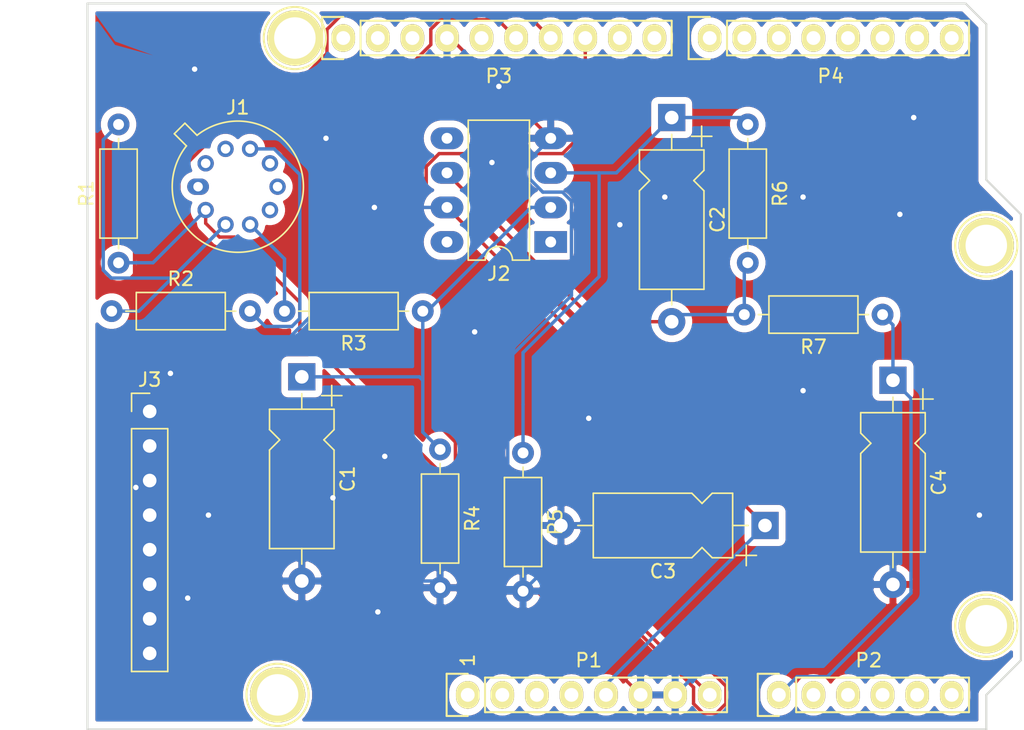
<source format=kicad_pcb>
(kicad_pcb (version 20171130) (host pcbnew "(5.1.8)-1")

  (general
    (thickness 1.6)
    (drawings 27)
    (tracks 148)
    (zones 0)
    (modules 22)
    (nets 51)
  )

  (page A4)
  (title_block
    (date "lun. 30 mars 2015")
  )

  (layers
    (0 F.Cu signal)
    (31 B.Cu signal)
    (32 B.Adhes user)
    (33 F.Adhes user)
    (34 B.Paste user)
    (35 F.Paste user)
    (36 B.SilkS user)
    (37 F.SilkS user)
    (38 B.Mask user)
    (39 F.Mask user)
    (40 Dwgs.User user)
    (41 Cmts.User user)
    (42 Eco1.User user)
    (43 Eco2.User user)
    (44 Edge.Cuts user)
    (45 Margin user)
    (46 B.CrtYd user)
    (47 F.CrtYd user)
    (48 B.Fab user)
    (49 F.Fab user)
  )

  (setup
    (last_trace_width 0.25)
    (trace_clearance 0.2)
    (zone_clearance 0.508)
    (zone_45_only no)
    (trace_min 0.2)
    (via_size 0.6)
    (via_drill 0.4)
    (via_min_size 0.4)
    (via_min_drill 0.3)
    (uvia_size 0.3)
    (uvia_drill 0.1)
    (uvias_allowed no)
    (uvia_min_size 0.2)
    (uvia_min_drill 0.1)
    (edge_width 0.15)
    (segment_width 0.15)
    (pcb_text_width 0.3)
    (pcb_text_size 1.5 1.5)
    (mod_edge_width 0.15)
    (mod_text_size 1 1)
    (mod_text_width 0.15)
    (pad_size 4.064 4.064)
    (pad_drill 3.048)
    (pad_to_mask_clearance 0)
    (aux_axis_origin 110.998 126.365)
    (grid_origin 110.998 126.365)
    (visible_elements 7FFFFFFF)
    (pcbplotparams
      (layerselection 0x00030_80000001)
      (usegerberextensions false)
      (usegerberattributes true)
      (usegerberadvancedattributes true)
      (creategerberjobfile true)
      (excludeedgelayer true)
      (linewidth 0.100000)
      (plotframeref false)
      (viasonmask false)
      (mode 1)
      (useauxorigin false)
      (hpglpennumber 1)
      (hpglpenspeed 20)
      (hpglpendiameter 15.000000)
      (psnegative false)
      (psa4output false)
      (plotreference true)
      (plotvalue true)
      (plotinvisibletext false)
      (padsonsilk false)
      (subtractmaskfromsilk false)
      (outputformat 1)
      (mirror false)
      (drillshape 1)
      (scaleselection 1)
      (outputdirectory ""))
  )

  (net 0 "")
  (net 1 /IOREF)
  (net 2 /Reset)
  (net 3 +5V)
  (net 4 GND)
  (net 5 /Vin)
  (net 6 /A0)
  (net 7 /A1)
  (net 8 /A2)
  (net 9 /A3)
  (net 10 /AREF)
  (net 11 "/A4(SDA)")
  (net 12 "/A5(SCL)")
  (net 13 "/9(**)")
  (net 14 /8)
  (net 15 /7)
  (net 16 "/6(**)")
  (net 17 "/5(**)")
  (net 18 /4)
  (net 19 "/3(**)")
  (net 20 /2)
  (net 21 "/1(Tx)")
  (net 22 "/0(Rx)")
  (net 23 "Net-(P5-Pad1)")
  (net 24 "Net-(P6-Pad1)")
  (net 25 "Net-(P7-Pad1)")
  (net 26 "Net-(P8-Pad1)")
  (net 27 "/13(SCK)")
  (net 28 "/10(**/SS)")
  (net 29 "Net-(P1-Pad1)")
  (net 30 +3V3)
  (net 31 "/12(MISO)")
  (net 32 "/11(**/MOSI)")
  (net 33 "Net-(C1-Pad1)")
  (net 34 "Net-(C2-Pad2)")
  (net 35 "Net-(C2-Pad1)")
  (net 36 "Net-(J1-Pad10)")
  (net 37 "Net-(J1-Pad9)")
  (net 38 "Net-(J1-Pad8)")
  (net 39 "Net-(J1-Pad7)")
  (net 40 "Net-(J1-Pad6)")
  (net 41 "Net-(J1-Pad5)")
  (net 42 "Net-(J1-Pad4)")
  (net 43 "Net-(J1-Pad3)")
  (net 44 "Net-(J1-Pad1)")
  (net 45 "Net-(J2-Pad8)")
  (net 46 "Net-(J2-Pad5)")
  (net 47 "Net-(J2-Pad1)")
  (net 48 "Net-(J3-Pad6)")
  (net 49 "Net-(J3-Pad5)")
  (net 50 "Net-(J3-Pad3)")

  (net_class Default "This is the default net class."
    (clearance 0.2)
    (trace_width 0.25)
    (via_dia 0.6)
    (via_drill 0.4)
    (uvia_dia 0.3)
    (uvia_drill 0.1)
    (add_net +3V3)
    (add_net +5V)
    (add_net "/0(Rx)")
    (add_net "/1(Tx)")
    (add_net "/10(**/SS)")
    (add_net "/11(**/MOSI)")
    (add_net "/12(MISO)")
    (add_net "/13(SCK)")
    (add_net /2)
    (add_net "/3(**)")
    (add_net /4)
    (add_net "/5(**)")
    (add_net "/6(**)")
    (add_net /7)
    (add_net /8)
    (add_net "/9(**)")
    (add_net /A0)
    (add_net /A1)
    (add_net /A2)
    (add_net /A3)
    (add_net "/A4(SDA)")
    (add_net "/A5(SCL)")
    (add_net /AREF)
    (add_net /IOREF)
    (add_net /Reset)
    (add_net /Vin)
    (add_net GND)
    (add_net "Net-(C1-Pad1)")
    (add_net "Net-(C2-Pad1)")
    (add_net "Net-(C2-Pad2)")
    (add_net "Net-(J1-Pad1)")
    (add_net "Net-(J1-Pad10)")
    (add_net "Net-(J1-Pad3)")
    (add_net "Net-(J1-Pad4)")
    (add_net "Net-(J1-Pad5)")
    (add_net "Net-(J1-Pad6)")
    (add_net "Net-(J1-Pad7)")
    (add_net "Net-(J1-Pad8)")
    (add_net "Net-(J1-Pad9)")
    (add_net "Net-(J2-Pad1)")
    (add_net "Net-(J2-Pad5)")
    (add_net "Net-(J2-Pad8)")
    (add_net "Net-(J3-Pad3)")
    (add_net "Net-(J3-Pad5)")
    (add_net "Net-(J3-Pad6)")
    (add_net "Net-(P1-Pad1)")
    (add_net "Net-(P5-Pad1)")
    (add_net "Net-(P6-Pad1)")
    (add_net "Net-(P7-Pad1)")
    (add_net "Net-(P8-Pad1)")
  )

  (module Connector_PinHeader_2.54mm:PinHeader_1x08_P2.54mm_Vertical (layer F.Cu) (tedit 59FED5CC) (tstamp 5FFA2266)
    (at 115.57 102.997)
    (descr "Through hole straight pin header, 1x08, 2.54mm pitch, single row")
    (tags "Through hole pin header THT 1x08 2.54mm single row")
    (path /5FFA5146)
    (fp_text reference J3 (at 0 -2.33) (layer F.SilkS)
      (effects (font (size 1 1) (thickness 0.15)))
    )
    (fp_text value Conn_01x08_Female (at 0 20.11) (layer F.Fab)
      (effects (font (size 1 1) (thickness 0.15)))
    )
    (fp_text user %R (at 0 8.89 90) (layer F.Fab)
      (effects (font (size 1 1) (thickness 0.15)))
    )
    (fp_line (start -0.635 -1.27) (end 1.27 -1.27) (layer F.Fab) (width 0.1))
    (fp_line (start 1.27 -1.27) (end 1.27 19.05) (layer F.Fab) (width 0.1))
    (fp_line (start 1.27 19.05) (end -1.27 19.05) (layer F.Fab) (width 0.1))
    (fp_line (start -1.27 19.05) (end -1.27 -0.635) (layer F.Fab) (width 0.1))
    (fp_line (start -1.27 -0.635) (end -0.635 -1.27) (layer F.Fab) (width 0.1))
    (fp_line (start -1.33 19.11) (end 1.33 19.11) (layer F.SilkS) (width 0.12))
    (fp_line (start -1.33 1.27) (end -1.33 19.11) (layer F.SilkS) (width 0.12))
    (fp_line (start 1.33 1.27) (end 1.33 19.11) (layer F.SilkS) (width 0.12))
    (fp_line (start -1.33 1.27) (end 1.33 1.27) (layer F.SilkS) (width 0.12))
    (fp_line (start -1.33 0) (end -1.33 -1.33) (layer F.SilkS) (width 0.12))
    (fp_line (start -1.33 -1.33) (end 0 -1.33) (layer F.SilkS) (width 0.12))
    (fp_line (start -1.8 -1.8) (end -1.8 19.55) (layer F.CrtYd) (width 0.05))
    (fp_line (start -1.8 19.55) (end 1.8 19.55) (layer F.CrtYd) (width 0.05))
    (fp_line (start 1.8 19.55) (end 1.8 -1.8) (layer F.CrtYd) (width 0.05))
    (fp_line (start 1.8 -1.8) (end -1.8 -1.8) (layer F.CrtYd) (width 0.05))
    (pad 8 thru_hole oval (at 0 17.78) (size 1.7 1.7) (drill 1) (layers *.Cu *.Mask)
      (net 28 "/10(**/SS)"))
    (pad 7 thru_hole oval (at 0 15.24) (size 1.7 1.7) (drill 1) (layers *.Cu *.Mask)
      (net 32 "/11(**/MOSI)"))
    (pad 6 thru_hole oval (at 0 12.7) (size 1.7 1.7) (drill 1) (layers *.Cu *.Mask)
      (net 48 "Net-(J3-Pad6)"))
    (pad 5 thru_hole oval (at 0 10.16) (size 1.7 1.7) (drill 1) (layers *.Cu *.Mask)
      (net 49 "Net-(J3-Pad5)"))
    (pad 4 thru_hole oval (at 0 7.62) (size 1.7 1.7) (drill 1) (layers *.Cu *.Mask)
      (net 31 "/12(MISO)"))
    (pad 3 thru_hole oval (at 0 5.08) (size 1.7 1.7) (drill 1) (layers *.Cu *.Mask)
      (net 50 "Net-(J3-Pad3)"))
    (pad 2 thru_hole oval (at 0 2.54) (size 1.7 1.7) (drill 1) (layers *.Cu *.Mask)
      (net 3 +5V))
    (pad 1 thru_hole rect (at 0 0) (size 1.7 1.7) (drill 1) (layers *.Cu *.Mask)
      (net 4 GND))
    (model ${KISYS3DMOD}/Connector_PinHeader_2.54mm.3dshapes/PinHeader_1x08_P2.54mm_Vertical.wrl
      (at (xyz 0 0 0))
      (scale (xyz 1 1 1))
      (rotate (xyz 0 0 0))
    )
  )

  (module ltctheo:Package_DIP-8_W7.62mm_LongPads (layer F.Cu) (tedit 5FCCC4FE) (tstamp 5FEB905D)
    (at 145.034 90.551 180)
    (descr "8-lead though-hole mounted DIP package, row spacing 7.62 mm (300 mils), LongPads")
    (tags "THT DIP DIL PDIP 2.54mm 7.62mm 300mil LongPads")
    (path /5FFA0D39)
    (fp_text reference J2 (at 3.81 -2.33) (layer F.SilkS)
      (effects (font (size 1 1) (thickness 0.15)))
    )
    (fp_text value LTC1050 (at 3.81 9.95) (layer F.Fab)
      (effects (font (size 1 1) (thickness 0.15)))
    )
    (fp_line (start 1.635 -1.27) (end 6.985 -1.27) (layer F.Fab) (width 0.1))
    (fp_line (start 6.985 -1.27) (end 6.985 8.89) (layer F.Fab) (width 0.1))
    (fp_line (start 6.985 8.89) (end 0.635 8.89) (layer F.Fab) (width 0.1))
    (fp_line (start 0.635 8.89) (end 0.635 -0.27) (layer F.Fab) (width 0.1))
    (fp_line (start 0.635 -0.27) (end 1.635 -1.27) (layer F.Fab) (width 0.1))
    (fp_line (start 2.81 -1.33) (end 1.56 -1.33) (layer F.SilkS) (width 0.12))
    (fp_line (start 1.56 -1.33) (end 1.56 8.95) (layer F.SilkS) (width 0.12))
    (fp_line (start 1.56 8.95) (end 6.06 8.95) (layer F.SilkS) (width 0.12))
    (fp_line (start 6.06 8.95) (end 6.06 -1.33) (layer F.SilkS) (width 0.12))
    (fp_line (start 6.06 -1.33) (end 4.81 -1.33) (layer F.SilkS) (width 0.12))
    (fp_line (start -1.45 -1.55) (end -1.45 9.15) (layer F.CrtYd) (width 0.05))
    (fp_line (start -1.45 9.15) (end 9.1 9.15) (layer F.CrtYd) (width 0.05))
    (fp_line (start 9.1 9.15) (end 9.1 -1.55) (layer F.CrtYd) (width 0.05))
    (fp_line (start 9.1 -1.55) (end -1.45 -1.55) (layer F.CrtYd) (width 0.05))
    (fp_text user %R (at 3.81 3.81) (layer F.Fab)
      (effects (font (size 1 1) (thickness 0.15)))
    )
    (fp_arc (start 3.81 -1.33) (end 2.81 -1.33) (angle -180) (layer F.SilkS) (width 0.12))
    (pad 8 thru_hole oval (at 7.62 0 180) (size 2.4 1.6) (drill 0.8) (layers *.Cu *.Mask)
      (net 45 "Net-(J2-Pad8)"))
    (pad 4 thru_hole oval (at 0 7.62 180) (size 2.4 1.6) (drill 0.8) (layers *.Cu *.Mask)
      (net 4 GND))
    (pad 7 thru_hole oval (at 7.62 2.54 180) (size 2.4 1.6) (drill 0.8) (layers *.Cu *.Mask)
      (net 3 +5V))
    (pad 3 thru_hole oval (at 0 5.08 180) (size 2.4 1.6) (drill 0.8) (layers *.Cu *.Mask)
      (net 35 "Net-(C2-Pad1)"))
    (pad 6 thru_hole oval (at 7.62 5.08 180) (size 2.4 1.6) (drill 0.8) (layers *.Cu *.Mask)
      (net 34 "Net-(C2-Pad2)"))
    (pad 2 thru_hole oval (at 0 2.54 180) (size 2.4 1.6) (drill 0.8) (layers *.Cu *.Mask)
      (net 33 "Net-(C1-Pad1)"))
    (pad 5 thru_hole oval (at 7.62 7.62 180) (size 2.4 1.6) (drill 0.8) (layers *.Cu *.Mask)
      (net 46 "Net-(J2-Pad5)"))
    (pad 1 thru_hole rect (at 0 0 180) (size 2.4 1.6) (drill 0.8) (layers *.Cu *.Mask)
      (net 47 "Net-(J2-Pad1)"))
    (model ${KISYS3DMOD}/Package_DIP.3dshapes/DIP-8_W7.62mm.wrl
      (at (xyz 0 0 0))
      (scale (xyz 1 1 1))
      (rotate (xyz 0 0 0))
    )
  )

  (module Resistor_THT:R_Axial_DIN0207_L6.3mm_D2.5mm_P10.16mm_Horizontal (layer F.Cu) (tedit 5AE5139B) (tstamp 5FEB1F5E)
    (at 169.418 95.885 180)
    (descr "Resistor, Axial_DIN0207 series, Axial, Horizontal, pin pitch=10.16mm, 0.25W = 1/4W, length*diameter=6.3*2.5mm^2, http://cdn-reichelt.de/documents/datenblatt/B400/1_4W%23YAG.pdf")
    (tags "Resistor Axial_DIN0207 series Axial Horizontal pin pitch 10.16mm 0.25W = 1/4W length 6.3mm diameter 2.5mm")
    (path /5FE9DDDC)
    (fp_text reference R7 (at 5.08 -2.37) (layer F.SilkS)
      (effects (font (size 1 1) (thickness 0.15)))
    )
    (fp_text value 1k (at 5.08 2.37) (layer F.Fab)
      (effects (font (size 1 1) (thickness 0.15)))
    )
    (fp_line (start 11.21 -1.5) (end -1.05 -1.5) (layer F.CrtYd) (width 0.05))
    (fp_line (start 11.21 1.5) (end 11.21 -1.5) (layer F.CrtYd) (width 0.05))
    (fp_line (start -1.05 1.5) (end 11.21 1.5) (layer F.CrtYd) (width 0.05))
    (fp_line (start -1.05 -1.5) (end -1.05 1.5) (layer F.CrtYd) (width 0.05))
    (fp_line (start 9.12 0) (end 8.35 0) (layer F.SilkS) (width 0.12))
    (fp_line (start 1.04 0) (end 1.81 0) (layer F.SilkS) (width 0.12))
    (fp_line (start 8.35 -1.37) (end 1.81 -1.37) (layer F.SilkS) (width 0.12))
    (fp_line (start 8.35 1.37) (end 8.35 -1.37) (layer F.SilkS) (width 0.12))
    (fp_line (start 1.81 1.37) (end 8.35 1.37) (layer F.SilkS) (width 0.12))
    (fp_line (start 1.81 -1.37) (end 1.81 1.37) (layer F.SilkS) (width 0.12))
    (fp_line (start 10.16 0) (end 8.23 0) (layer F.Fab) (width 0.1))
    (fp_line (start 0 0) (end 1.93 0) (layer F.Fab) (width 0.1))
    (fp_line (start 8.23 -1.25) (end 1.93 -1.25) (layer F.Fab) (width 0.1))
    (fp_line (start 8.23 1.25) (end 8.23 -1.25) (layer F.Fab) (width 0.1))
    (fp_line (start 1.93 1.25) (end 8.23 1.25) (layer F.Fab) (width 0.1))
    (fp_line (start 1.93 -1.25) (end 1.93 1.25) (layer F.Fab) (width 0.1))
    (fp_text user %R (at 5.08 0) (layer F.Fab)
      (effects (font (size 1 1) (thickness 0.15)))
    )
    (pad 2 thru_hole oval (at 10.16 0 180) (size 1.6 1.6) (drill 0.8) (layers *.Cu *.Mask)
      (net 34 "Net-(C2-Pad2)"))
    (pad 1 thru_hole circle (at 0 0 180) (size 1.6 1.6) (drill 0.8) (layers *.Cu *.Mask)
      (net 6 /A0))
    (model ${KISYS3DMOD}/Resistor_THT.3dshapes/R_Axial_DIN0207_L6.3mm_D2.5mm_P10.16mm_Horizontal.wrl
      (at (xyz 0 0 0))
      (scale (xyz 1 1 1))
      (rotate (xyz 0 0 0))
    )
  )

  (module Resistor_THT:R_Axial_DIN0207_L6.3mm_D2.5mm_P10.16mm_Horizontal (layer F.Cu) (tedit 5AE5139B) (tstamp 5FEB1F47)
    (at 159.512 81.915 270)
    (descr "Resistor, Axial_DIN0207 series, Axial, Horizontal, pin pitch=10.16mm, 0.25W = 1/4W, length*diameter=6.3*2.5mm^2, http://cdn-reichelt.de/documents/datenblatt/B400/1_4W%23YAG.pdf")
    (tags "Resistor Axial_DIN0207 series Axial Horizontal pin pitch 10.16mm 0.25W = 1/4W length 6.3mm diameter 2.5mm")
    (path /5FE9DB69)
    (fp_text reference R6 (at 5.08 -2.37 90) (layer F.SilkS)
      (effects (font (size 1 1) (thickness 0.15)))
    )
    (fp_text value 100k (at 5.08 2.37 90) (layer F.Fab)
      (effects (font (size 1 1) (thickness 0.15)))
    )
    (fp_line (start 11.21 -1.5) (end -1.05 -1.5) (layer F.CrtYd) (width 0.05))
    (fp_line (start 11.21 1.5) (end 11.21 -1.5) (layer F.CrtYd) (width 0.05))
    (fp_line (start -1.05 1.5) (end 11.21 1.5) (layer F.CrtYd) (width 0.05))
    (fp_line (start -1.05 -1.5) (end -1.05 1.5) (layer F.CrtYd) (width 0.05))
    (fp_line (start 9.12 0) (end 8.35 0) (layer F.SilkS) (width 0.12))
    (fp_line (start 1.04 0) (end 1.81 0) (layer F.SilkS) (width 0.12))
    (fp_line (start 8.35 -1.37) (end 1.81 -1.37) (layer F.SilkS) (width 0.12))
    (fp_line (start 8.35 1.37) (end 8.35 -1.37) (layer F.SilkS) (width 0.12))
    (fp_line (start 1.81 1.37) (end 8.35 1.37) (layer F.SilkS) (width 0.12))
    (fp_line (start 1.81 -1.37) (end 1.81 1.37) (layer F.SilkS) (width 0.12))
    (fp_line (start 10.16 0) (end 8.23 0) (layer F.Fab) (width 0.1))
    (fp_line (start 0 0) (end 1.93 0) (layer F.Fab) (width 0.1))
    (fp_line (start 8.23 -1.25) (end 1.93 -1.25) (layer F.Fab) (width 0.1))
    (fp_line (start 8.23 1.25) (end 8.23 -1.25) (layer F.Fab) (width 0.1))
    (fp_line (start 1.93 1.25) (end 8.23 1.25) (layer F.Fab) (width 0.1))
    (fp_line (start 1.93 -1.25) (end 1.93 1.25) (layer F.Fab) (width 0.1))
    (fp_text user %R (at 5.08 0 90) (layer F.Fab)
      (effects (font (size 1 1) (thickness 0.15)))
    )
    (pad 2 thru_hole oval (at 10.16 0 270) (size 1.6 1.6) (drill 0.8) (layers *.Cu *.Mask)
      (net 34 "Net-(C2-Pad2)"))
    (pad 1 thru_hole circle (at 0 0 270) (size 1.6 1.6) (drill 0.8) (layers *.Cu *.Mask)
      (net 35 "Net-(C2-Pad1)"))
    (model ${KISYS3DMOD}/Resistor_THT.3dshapes/R_Axial_DIN0207_L6.3mm_D2.5mm_P10.16mm_Horizontal.wrl
      (at (xyz 0 0 0))
      (scale (xyz 1 1 1))
      (rotate (xyz 0 0 0))
    )
  )

  (module Resistor_THT:R_Axial_DIN0207_L6.3mm_D2.5mm_P10.16mm_Horizontal (layer F.Cu) (tedit 5AE5139B) (tstamp 5FEB1F30)
    (at 143.002 106.045 270)
    (descr "Resistor, Axial_DIN0207 series, Axial, Horizontal, pin pitch=10.16mm, 0.25W = 1/4W, length*diameter=6.3*2.5mm^2, http://cdn-reichelt.de/documents/datenblatt/B400/1_4W%23YAG.pdf")
    (tags "Resistor Axial_DIN0207 series Axial Horizontal pin pitch 10.16mm 0.25W = 1/4W length 6.3mm diameter 2.5mm")
    (path /5FE9D854)
    (fp_text reference R5 (at 5.08 -2.37 90) (layer F.SilkS)
      (effects (font (size 1 1) (thickness 0.15)))
    )
    (fp_text value 1k (at 5.08 2.37 90) (layer F.Fab)
      (effects (font (size 1 1) (thickness 0.15)))
    )
    (fp_line (start 11.21 -1.5) (end -1.05 -1.5) (layer F.CrtYd) (width 0.05))
    (fp_line (start 11.21 1.5) (end 11.21 -1.5) (layer F.CrtYd) (width 0.05))
    (fp_line (start -1.05 1.5) (end 11.21 1.5) (layer F.CrtYd) (width 0.05))
    (fp_line (start -1.05 -1.5) (end -1.05 1.5) (layer F.CrtYd) (width 0.05))
    (fp_line (start 9.12 0) (end 8.35 0) (layer F.SilkS) (width 0.12))
    (fp_line (start 1.04 0) (end 1.81 0) (layer F.SilkS) (width 0.12))
    (fp_line (start 8.35 -1.37) (end 1.81 -1.37) (layer F.SilkS) (width 0.12))
    (fp_line (start 8.35 1.37) (end 8.35 -1.37) (layer F.SilkS) (width 0.12))
    (fp_line (start 1.81 1.37) (end 8.35 1.37) (layer F.SilkS) (width 0.12))
    (fp_line (start 1.81 -1.37) (end 1.81 1.37) (layer F.SilkS) (width 0.12))
    (fp_line (start 10.16 0) (end 8.23 0) (layer F.Fab) (width 0.1))
    (fp_line (start 0 0) (end 1.93 0) (layer F.Fab) (width 0.1))
    (fp_line (start 8.23 -1.25) (end 1.93 -1.25) (layer F.Fab) (width 0.1))
    (fp_line (start 8.23 1.25) (end 8.23 -1.25) (layer F.Fab) (width 0.1))
    (fp_line (start 1.93 1.25) (end 8.23 1.25) (layer F.Fab) (width 0.1))
    (fp_line (start 1.93 -1.25) (end 1.93 1.25) (layer F.Fab) (width 0.1))
    (fp_text user %R (at 5.08 0 90) (layer F.Fab)
      (effects (font (size 1 1) (thickness 0.15)))
    )
    (pad 2 thru_hole oval (at 10.16 0 270) (size 1.6 1.6) (drill 0.8) (layers *.Cu *.Mask)
      (net 4 GND))
    (pad 1 thru_hole circle (at 0 0 270) (size 1.6 1.6) (drill 0.8) (layers *.Cu *.Mask)
      (net 35 "Net-(C2-Pad1)"))
    (model ${KISYS3DMOD}/Resistor_THT.3dshapes/R_Axial_DIN0207_L6.3mm_D2.5mm_P10.16mm_Horizontal.wrl
      (at (xyz 0 0 0))
      (scale (xyz 1 1 1))
      (rotate (xyz 0 0 0))
    )
  )

  (module Resistor_THT:R_Axial_DIN0207_L6.3mm_D2.5mm_P10.16mm_Horizontal (layer F.Cu) (tedit 5AE5139B) (tstamp 5FEB1F19)
    (at 136.906 105.791 270)
    (descr "Resistor, Axial_DIN0207 series, Axial, Horizontal, pin pitch=10.16mm, 0.25W = 1/4W, length*diameter=6.3*2.5mm^2, http://cdn-reichelt.de/documents/datenblatt/B400/1_4W%23YAG.pdf")
    (tags "Resistor Axial_DIN0207 series Axial Horizontal pin pitch 10.16mm 0.25W = 1/4W length 6.3mm diameter 2.5mm")
    (path /5FE9D3FF)
    (fp_text reference R4 (at 5.08 -2.37 90) (layer F.SilkS)
      (effects (font (size 1 1) (thickness 0.15)))
    )
    (fp_text value 100k (at 5.08 2.37 90) (layer F.Fab)
      (effects (font (size 1 1) (thickness 0.15)))
    )
    (fp_line (start 11.21 -1.5) (end -1.05 -1.5) (layer F.CrtYd) (width 0.05))
    (fp_line (start 11.21 1.5) (end 11.21 -1.5) (layer F.CrtYd) (width 0.05))
    (fp_line (start -1.05 1.5) (end 11.21 1.5) (layer F.CrtYd) (width 0.05))
    (fp_line (start -1.05 -1.5) (end -1.05 1.5) (layer F.CrtYd) (width 0.05))
    (fp_line (start 9.12 0) (end 8.35 0) (layer F.SilkS) (width 0.12))
    (fp_line (start 1.04 0) (end 1.81 0) (layer F.SilkS) (width 0.12))
    (fp_line (start 8.35 -1.37) (end 1.81 -1.37) (layer F.SilkS) (width 0.12))
    (fp_line (start 8.35 1.37) (end 8.35 -1.37) (layer F.SilkS) (width 0.12))
    (fp_line (start 1.81 1.37) (end 8.35 1.37) (layer F.SilkS) (width 0.12))
    (fp_line (start 1.81 -1.37) (end 1.81 1.37) (layer F.SilkS) (width 0.12))
    (fp_line (start 10.16 0) (end 8.23 0) (layer F.Fab) (width 0.1))
    (fp_line (start 0 0) (end 1.93 0) (layer F.Fab) (width 0.1))
    (fp_line (start 8.23 -1.25) (end 1.93 -1.25) (layer F.Fab) (width 0.1))
    (fp_line (start 8.23 1.25) (end 8.23 -1.25) (layer F.Fab) (width 0.1))
    (fp_line (start 1.93 1.25) (end 8.23 1.25) (layer F.Fab) (width 0.1))
    (fp_line (start 1.93 -1.25) (end 1.93 1.25) (layer F.Fab) (width 0.1))
    (fp_text user %R (at 5.08 0 90) (layer F.Fab)
      (effects (font (size 1 1) (thickness 0.15)))
    )
    (pad 2 thru_hole oval (at 10.16 0 270) (size 1.6 1.6) (drill 0.8) (layers *.Cu *.Mask)
      (net 4 GND))
    (pad 1 thru_hole circle (at 0 0 270) (size 1.6 1.6) (drill 0.8) (layers *.Cu *.Mask)
      (net 33 "Net-(C1-Pad1)"))
    (model ${KISYS3DMOD}/Resistor_THT.3dshapes/R_Axial_DIN0207_L6.3mm_D2.5mm_P10.16mm_Horizontal.wrl
      (at (xyz 0 0 0))
      (scale (xyz 1 1 1))
      (rotate (xyz 0 0 0))
    )
  )

  (module Resistor_THT:R_Axial_DIN0207_L6.3mm_D2.5mm_P10.16mm_Horizontal (layer F.Cu) (tedit 5AE5139B) (tstamp 5FEB2911)
    (at 135.636 95.631 180)
    (descr "Resistor, Axial_DIN0207 series, Axial, Horizontal, pin pitch=10.16mm, 0.25W = 1/4W, length*diameter=6.3*2.5mm^2, http://cdn-reichelt.de/documents/datenblatt/B400/1_4W%23YAG.pdf")
    (tags "Resistor Axial_DIN0207 series Axial Horizontal pin pitch 10.16mm 0.25W = 1/4W length 6.3mm diameter 2.5mm")
    (path /5FE9CC98)
    (fp_text reference R3 (at 5.08 -2.37) (layer F.SilkS)
      (effects (font (size 1 1) (thickness 0.15)))
    )
    (fp_text value 10k (at 5.08 2.37) (layer F.Fab)
      (effects (font (size 1 1) (thickness 0.15)))
    )
    (fp_line (start 11.21 -1.5) (end -1.05 -1.5) (layer F.CrtYd) (width 0.05))
    (fp_line (start 11.21 1.5) (end 11.21 -1.5) (layer F.CrtYd) (width 0.05))
    (fp_line (start -1.05 1.5) (end 11.21 1.5) (layer F.CrtYd) (width 0.05))
    (fp_line (start -1.05 -1.5) (end -1.05 1.5) (layer F.CrtYd) (width 0.05))
    (fp_line (start 9.12 0) (end 8.35 0) (layer F.SilkS) (width 0.12))
    (fp_line (start 1.04 0) (end 1.81 0) (layer F.SilkS) (width 0.12))
    (fp_line (start 8.35 -1.37) (end 1.81 -1.37) (layer F.SilkS) (width 0.12))
    (fp_line (start 8.35 1.37) (end 8.35 -1.37) (layer F.SilkS) (width 0.12))
    (fp_line (start 1.81 1.37) (end 8.35 1.37) (layer F.SilkS) (width 0.12))
    (fp_line (start 1.81 -1.37) (end 1.81 1.37) (layer F.SilkS) (width 0.12))
    (fp_line (start 10.16 0) (end 8.23 0) (layer F.Fab) (width 0.1))
    (fp_line (start 0 0) (end 1.93 0) (layer F.Fab) (width 0.1))
    (fp_line (start 8.23 -1.25) (end 1.93 -1.25) (layer F.Fab) (width 0.1))
    (fp_line (start 8.23 1.25) (end 8.23 -1.25) (layer F.Fab) (width 0.1))
    (fp_line (start 1.93 1.25) (end 8.23 1.25) (layer F.Fab) (width 0.1))
    (fp_line (start 1.93 -1.25) (end 1.93 1.25) (layer F.Fab) (width 0.1))
    (fp_text user %R (at 5.08 0) (layer F.Fab)
      (effects (font (size 1 1) (thickness 0.15)))
    )
    (pad 2 thru_hole oval (at 10.16 0 180) (size 1.6 1.6) (drill 0.8) (layers *.Cu *.Mask)
      (net 42 "Net-(J1-Pad4)"))
    (pad 1 thru_hole circle (at 0 0 180) (size 1.6 1.6) (drill 0.8) (layers *.Cu *.Mask)
      (net 33 "Net-(C1-Pad1)"))
    (model ${KISYS3DMOD}/Resistor_THT.3dshapes/R_Axial_DIN0207_L6.3mm_D2.5mm_P10.16mm_Horizontal.wrl
      (at (xyz 0 0 0))
      (scale (xyz 1 1 1))
      (rotate (xyz 0 0 0))
    )
  )

  (module Resistor_THT:R_Axial_DIN0207_L6.3mm_D2.5mm_P10.16mm_Horizontal (layer F.Cu) (tedit 5AE5139B) (tstamp 5FEB1EEB)
    (at 112.776 95.631)
    (descr "Resistor, Axial_DIN0207 series, Axial, Horizontal, pin pitch=10.16mm, 0.25W = 1/4W, length*diameter=6.3*2.5mm^2, http://cdn-reichelt.de/documents/datenblatt/B400/1_4W%23YAG.pdf")
    (tags "Resistor Axial_DIN0207 series Axial Horizontal pin pitch 10.16mm 0.25W = 1/4W length 6.3mm diameter 2.5mm")
    (path /5FF2731E)
    (fp_text reference R2 (at 5.08 -2.37) (layer F.SilkS)
      (effects (font (size 1 1) (thickness 0.15)))
    )
    (fp_text value 10k (at 5.08 2.37) (layer F.Fab)
      (effects (font (size 1 1) (thickness 0.15)))
    )
    (fp_line (start 11.21 -1.5) (end -1.05 -1.5) (layer F.CrtYd) (width 0.05))
    (fp_line (start 11.21 1.5) (end 11.21 -1.5) (layer F.CrtYd) (width 0.05))
    (fp_line (start -1.05 1.5) (end 11.21 1.5) (layer F.CrtYd) (width 0.05))
    (fp_line (start -1.05 -1.5) (end -1.05 1.5) (layer F.CrtYd) (width 0.05))
    (fp_line (start 9.12 0) (end 8.35 0) (layer F.SilkS) (width 0.12))
    (fp_line (start 1.04 0) (end 1.81 0) (layer F.SilkS) (width 0.12))
    (fp_line (start 8.35 -1.37) (end 1.81 -1.37) (layer F.SilkS) (width 0.12))
    (fp_line (start 8.35 1.37) (end 8.35 -1.37) (layer F.SilkS) (width 0.12))
    (fp_line (start 1.81 1.37) (end 8.35 1.37) (layer F.SilkS) (width 0.12))
    (fp_line (start 1.81 -1.37) (end 1.81 1.37) (layer F.SilkS) (width 0.12))
    (fp_line (start 10.16 0) (end 8.23 0) (layer F.Fab) (width 0.1))
    (fp_line (start 0 0) (end 1.93 0) (layer F.Fab) (width 0.1))
    (fp_line (start 8.23 -1.25) (end 1.93 -1.25) (layer F.Fab) (width 0.1))
    (fp_line (start 8.23 1.25) (end 8.23 -1.25) (layer F.Fab) (width 0.1))
    (fp_line (start 1.93 1.25) (end 8.23 1.25) (layer F.Fab) (width 0.1))
    (fp_line (start 1.93 -1.25) (end 1.93 1.25) (layer F.Fab) (width 0.1))
    (fp_text user %R (at 5.08 0) (layer F.Fab)
      (effects (font (size 1 1) (thickness 0.15)))
    )
    (pad 2 thru_hole oval (at 10.16 0) (size 1.6 1.6) (drill 0.8) (layers *.Cu *.Mask)
      (net 38 "Net-(J1-Pad8)"))
    (pad 1 thru_hole circle (at 0 0) (size 1.6 1.6) (drill 0.8) (layers *.Cu *.Mask)
      (net 43 "Net-(J1-Pad3)"))
    (model ${KISYS3DMOD}/Resistor_THT.3dshapes/R_Axial_DIN0207_L6.3mm_D2.5mm_P10.16mm_Horizontal.wrl
      (at (xyz 0 0 0))
      (scale (xyz 1 1 1))
      (rotate (xyz 0 0 0))
    )
  )

  (module Resistor_THT:R_Axial_DIN0207_L6.3mm_D2.5mm_P10.16mm_Horizontal (layer F.Cu) (tedit 5AE5139B) (tstamp 5FEB1ED4)
    (at 113.284 92.075 90)
    (descr "Resistor, Axial_DIN0207 series, Axial, Horizontal, pin pitch=10.16mm, 0.25W = 1/4W, length*diameter=6.3*2.5mm^2, http://cdn-reichelt.de/documents/datenblatt/B400/1_4W%23YAG.pdf")
    (tags "Resistor Axial_DIN0207 series Axial Horizontal pin pitch 10.16mm 0.25W = 1/4W length 6.3mm diameter 2.5mm")
    (path /5FF2D3EC)
    (fp_text reference R1 (at 5.08 -2.37 90) (layer F.SilkS)
      (effects (font (size 1 1) (thickness 0.15)))
    )
    (fp_text value 47 (at 5.08 2.37 90) (layer F.Fab)
      (effects (font (size 1 1) (thickness 0.15)))
    )
    (fp_line (start 11.21 -1.5) (end -1.05 -1.5) (layer F.CrtYd) (width 0.05))
    (fp_line (start 11.21 1.5) (end 11.21 -1.5) (layer F.CrtYd) (width 0.05))
    (fp_line (start -1.05 1.5) (end 11.21 1.5) (layer F.CrtYd) (width 0.05))
    (fp_line (start -1.05 -1.5) (end -1.05 1.5) (layer F.CrtYd) (width 0.05))
    (fp_line (start 9.12 0) (end 8.35 0) (layer F.SilkS) (width 0.12))
    (fp_line (start 1.04 0) (end 1.81 0) (layer F.SilkS) (width 0.12))
    (fp_line (start 8.35 -1.37) (end 1.81 -1.37) (layer F.SilkS) (width 0.12))
    (fp_line (start 8.35 1.37) (end 8.35 -1.37) (layer F.SilkS) (width 0.12))
    (fp_line (start 1.81 1.37) (end 8.35 1.37) (layer F.SilkS) (width 0.12))
    (fp_line (start 1.81 -1.37) (end 1.81 1.37) (layer F.SilkS) (width 0.12))
    (fp_line (start 10.16 0) (end 8.23 0) (layer F.Fab) (width 0.1))
    (fp_line (start 0 0) (end 1.93 0) (layer F.Fab) (width 0.1))
    (fp_line (start 8.23 -1.25) (end 1.93 -1.25) (layer F.Fab) (width 0.1))
    (fp_line (start 8.23 1.25) (end 8.23 -1.25) (layer F.Fab) (width 0.1))
    (fp_line (start 1.93 1.25) (end 8.23 1.25) (layer F.Fab) (width 0.1))
    (fp_line (start 1.93 -1.25) (end 1.93 1.25) (layer F.Fab) (width 0.1))
    (fp_text user %R (at 6.796 0.201 90) (layer F.Fab)
      (effects (font (size 1 1) (thickness 0.15)))
    )
    (pad 2 thru_hole oval (at 10.16 0 90) (size 1.6 1.6) (drill 0.8) (layers *.Cu *.Mask)
      (net 43 "Net-(J1-Pad3)"))
    (pad 1 thru_hole circle (at 0 0 90) (size 1.6 1.6) (drill 0.8) (layers *.Cu *.Mask)
      (net 5 /Vin))
    (model ${KISYS3DMOD}/Resistor_THT.3dshapes/R_Axial_DIN0207_L6.3mm_D2.5mm_P10.16mm_Horizontal.wrl
      (at (xyz 0 0 0))
      (scale (xyz 1 1 1))
      (rotate (xyz 0 0 0))
    )
  )

  (module gassensor:Package_TO-5-10_Window (layer F.Cu) (tedit 5FCCC8F2) (tstamp 5FEB1DE5)
    (at 119.126 86.487)
    (descr "TO-5-10_Window, Window")
    (tags "TO-5-10_Window Window")
    (path /5FF195DA)
    (fp_text reference J1 (at 2.92 -5.82) (layer F.SilkS)
      (effects (font (size 1 1) (thickness 0.15)))
    )
    (fp_text value Gas_sensor_AIME (at 2.92 5.82) (layer F.Fab)
      (effects (font (size 1 1) (thickness 0.15)))
    )
    (fp_circle (center 2.92 0) (end 5.87 0) (layer F.Fab) (width 0.1))
    (fp_circle (center 2.92 0) (end 7.17 0) (layer F.Fab) (width 0.1))
    (fp_line (start 7.87 -4.95) (end -2.04 -4.95) (layer F.CrtYd) (width 0.05))
    (fp_line (start 7.87 4.95) (end 7.87 -4.95) (layer F.CrtYd) (width 0.05))
    (fp_line (start -2.04 4.95) (end 7.87 4.95) (layer F.CrtYd) (width 0.05))
    (fp_line (start -2.04 -4.95) (end -2.04 4.95) (layer F.CrtYd) (width 0.05))
    (fp_line (start -1.745856 -3.888039) (end -0.854902 -2.997084) (layer F.SilkS) (width 0.12))
    (fp_line (start -0.968039 -4.665856) (end -1.745856 -3.888039) (layer F.SilkS) (width 0.12))
    (fp_line (start -0.077084 -3.774902) (end -0.968039 -4.665856) (layer F.SilkS) (width 0.12))
    (fp_line (start 0.283 1.324) (end 1.596 2.637) (layer F.Fab) (width 0.1))
    (fp_line (start 0.009 0.485) (end 2.435 2.911) (layer F.Fab) (width 0.1))
    (fp_line (start -0.028 -0.12) (end 3.04 2.948) (layer F.Fab) (width 0.1))
    (fp_line (start 0.036 -0.622) (end 3.542 2.884) (layer F.Fab) (width 0.1))
    (fp_line (start 0.165 -1.058) (end 3.978 2.755) (layer F.Fab) (width 0.1))
    (fp_line (start 0.346 -1.443) (end 4.363 2.574) (layer F.Fab) (width 0.1))
    (fp_line (start 0.57 -1.784) (end 4.704 2.35) (layer F.Fab) (width 0.1))
    (fp_line (start 0.834 -2.086) (end 5.006 2.086) (layer F.Fab) (width 0.1))
    (fp_line (start 1.136 -2.35) (end 5.27 1.784) (layer F.Fab) (width 0.1))
    (fp_line (start 1.477 -2.574) (end 5.494 1.443) (layer F.Fab) (width 0.1))
    (fp_line (start 1.862 -2.755) (end 5.675 1.058) (layer F.Fab) (width 0.1))
    (fp_line (start 2.298 -2.884) (end 5.804 0.622) (layer F.Fab) (width 0.1))
    (fp_line (start 2.8 -2.948) (end 5.868 0.12) (layer F.Fab) (width 0.1))
    (fp_line (start 3.405 -2.911) (end 5.831 -0.485) (layer F.Fab) (width 0.1))
    (fp_line (start 4.244 -2.637) (end 5.557 -1.324) (layer F.Fab) (width 0.1))
    (fp_line (start -1.499621 -3.81151) (end -0.69352 -3.005408) (layer F.Fab) (width 0.1))
    (fp_line (start -0.89151 -4.419621) (end -1.499621 -3.81151) (layer F.Fab) (width 0.1))
    (fp_line (start -0.085408 -3.61352) (end -0.89151 -4.419621) (layer F.Fab) (width 0.1))
    (fp_arc (start 2.92 0) (end -0.077084 -3.774902) (angle 346.9) (layer F.SilkS) (width 0.12))
    (fp_arc (start 2.92 0) (end -0.085408 -3.61352) (angle 349.5) (layer F.Fab) (width 0.1))
    (fp_text user %R (at 2.92 -5.82) (layer F.Fab)
      (effects (font (size 1 1) (thickness 0.15)))
    )
    (pad 10 thru_hole oval (at 0.55767 -1.716333) (size 1.2 1.2) (drill 0.7) (layers *.Cu *.Mask)
      (net 36 "Net-(J1-Pad10)"))
    (pad 9 thru_hole oval (at 2.01767 -2.777085) (size 1.2 1.2) (drill 0.7) (layers *.Cu *.Mask)
      (net 37 "Net-(J1-Pad9)"))
    (pad 8 thru_hole oval (at 3.82233 -2.777085) (size 1.2 1.2) (drill 0.7) (layers *.Cu *.Mask)
      (net 38 "Net-(J1-Pad8)"))
    (pad 7 thru_hole oval (at 5.28233 -1.716333) (size 1.2 1.2) (drill 0.7) (layers *.Cu *.Mask)
      (net 39 "Net-(J1-Pad7)"))
    (pad 6 thru_hole oval (at 5.84 0) (size 1.2 1.2) (drill 0.7) (layers *.Cu *.Mask)
      (net 40 "Net-(J1-Pad6)"))
    (pad 5 thru_hole oval (at 5.28233 1.716333) (size 1.2 1.2) (drill 0.7) (layers *.Cu *.Mask)
      (net 41 "Net-(J1-Pad5)"))
    (pad 4 thru_hole oval (at 3.82233 2.777085) (size 1.2 1.2) (drill 0.7) (layers *.Cu *.Mask)
      (net 42 "Net-(J1-Pad4)"))
    (pad 3 thru_hole oval (at 2.01767 2.777085) (size 1.2 1.2) (drill 0.7) (layers *.Cu *.Mask)
      (net 43 "Net-(J1-Pad3)"))
    (pad 2 thru_hole oval (at 0.55767 1.716333) (size 1.2 1.2) (drill 0.7) (layers *.Cu *.Mask)
      (net 5 /Vin))
    (pad 1 thru_hole oval (at 0 0) (size 1.6 1.2) (drill 0.7) (layers *.Cu *.Mask)
      (net 44 "Net-(J1-Pad1)"))
    (model ${KIPRJMOD}/myFootprints/Gas_sensor_footprint.pretty/TO-5-10.wrl
      (offset (xyz 2.95 -0.05 6.5))
      (scale (xyz 0.39 0.39 0.39))
      (rotate (xyz -90 0 0))
    )
  )

  (module Capacitor_THT:CP_Axial_L10.0mm_D4.5mm_P15.00mm_Horizontal (layer F.Cu) (tedit 5AE50EF2) (tstamp 5FEB1DB9)
    (at 170.18 100.711 270)
    (descr "CP, Axial series, Axial, Horizontal, pin pitch=15mm, , length*diameter=10*4.5mm^2, Electrolytic Capacitor, , http://www.vishay.com/docs/28325/021asm.pdf")
    (tags "CP Axial series Axial Horizontal pin pitch 15mm  length 10mm diameter 4.5mm Electrolytic Capacitor")
    (path /5FE9F079)
    (fp_text reference C4 (at 7.5 -3.37 90) (layer F.SilkS)
      (effects (font (size 1 1) (thickness 0.15)))
    )
    (fp_text value 100n (at 7.5 3.37 90) (layer F.Fab)
      (effects (font (size 1 1) (thickness 0.15)))
    )
    (fp_line (start 16.25 -2.5) (end -1.25 -2.5) (layer F.CrtYd) (width 0.05))
    (fp_line (start 16.25 2.5) (end 16.25 -2.5) (layer F.CrtYd) (width 0.05))
    (fp_line (start -1.25 2.5) (end 16.25 2.5) (layer F.CrtYd) (width 0.05))
    (fp_line (start -1.25 -2.5) (end -1.25 2.5) (layer F.CrtYd) (width 0.05))
    (fp_line (start 13.76 0) (end 12.62 0) (layer F.SilkS) (width 0.12))
    (fp_line (start 1.24 0) (end 2.38 0) (layer F.SilkS) (width 0.12))
    (fp_line (start 5.38 2.37) (end 12.62 2.37) (layer F.SilkS) (width 0.12))
    (fp_line (start 4.63 1.62) (end 5.38 2.37) (layer F.SilkS) (width 0.12))
    (fp_line (start 3.88 2.37) (end 4.63 1.62) (layer F.SilkS) (width 0.12))
    (fp_line (start 2.38 2.37) (end 3.88 2.37) (layer F.SilkS) (width 0.12))
    (fp_line (start 5.38 -2.37) (end 12.62 -2.37) (layer F.SilkS) (width 0.12))
    (fp_line (start 4.63 -1.62) (end 5.38 -2.37) (layer F.SilkS) (width 0.12))
    (fp_line (start 3.88 -2.37) (end 4.63 -1.62) (layer F.SilkS) (width 0.12))
    (fp_line (start 2.38 -2.37) (end 3.88 -2.37) (layer F.SilkS) (width 0.12))
    (fp_line (start 12.62 -2.37) (end 12.62 2.37) (layer F.SilkS) (width 0.12))
    (fp_line (start 2.38 -2.37) (end 2.38 2.37) (layer F.SilkS) (width 0.12))
    (fp_line (start 1.38 -2.95) (end 1.38 -1.45) (layer F.SilkS) (width 0.12))
    (fp_line (start 0.63 -2.2) (end 2.13 -2.2) (layer F.SilkS) (width 0.12))
    (fp_line (start 4.65 -0.75) (end 4.65 0.75) (layer F.Fab) (width 0.1))
    (fp_line (start 3.9 0) (end 5.4 0) (layer F.Fab) (width 0.1))
    (fp_line (start 15 0) (end 12.5 0) (layer F.Fab) (width 0.1))
    (fp_line (start 0 0) (end 2.5 0) (layer F.Fab) (width 0.1))
    (fp_line (start 5.38 2.25) (end 12.5 2.25) (layer F.Fab) (width 0.1))
    (fp_line (start 4.63 1.5) (end 5.38 2.25) (layer F.Fab) (width 0.1))
    (fp_line (start 3.88 2.25) (end 4.63 1.5) (layer F.Fab) (width 0.1))
    (fp_line (start 2.5 2.25) (end 3.88 2.25) (layer F.Fab) (width 0.1))
    (fp_line (start 5.38 -2.25) (end 12.5 -2.25) (layer F.Fab) (width 0.1))
    (fp_line (start 4.63 -1.5) (end 5.38 -2.25) (layer F.Fab) (width 0.1))
    (fp_line (start 3.88 -2.25) (end 4.63 -1.5) (layer F.Fab) (width 0.1))
    (fp_line (start 2.5 -2.25) (end 3.88 -2.25) (layer F.Fab) (width 0.1))
    (fp_line (start 12.5 -2.25) (end 12.5 2.25) (layer F.Fab) (width 0.1))
    (fp_line (start 2.5 -2.25) (end 2.5 2.25) (layer F.Fab) (width 0.1))
    (fp_text user %R (at 7.5 0 90) (layer F.Fab)
      (effects (font (size 1 1) (thickness 0.15)))
    )
    (pad 2 thru_hole oval (at 15 0 270) (size 2 2) (drill 1) (layers *.Cu *.Mask)
      (net 4 GND))
    (pad 1 thru_hole rect (at 0 0 270) (size 2 2) (drill 1) (layers *.Cu *.Mask)
      (net 6 /A0))
    (model ${KISYS3DMOD}/Capacitor_THT.3dshapes/CP_Axial_L10.0mm_D4.5mm_P15.00mm_Horizontal.wrl
      (at (xyz 0 0 0))
      (scale (xyz 1 1 1))
      (rotate (xyz 0 0 0))
    )
  )

  (module Capacitor_THT:CP_Axial_L10.0mm_D4.5mm_P15.00mm_Horizontal (layer F.Cu) (tedit 5AE50EF2) (tstamp 5FEB1D92)
    (at 160.782 111.379 180)
    (descr "CP, Axial series, Axial, Horizontal, pin pitch=15mm, , length*diameter=10*4.5mm^2, Electrolytic Capacitor, , http://www.vishay.com/docs/28325/021asm.pdf")
    (tags "CP Axial series Axial Horizontal pin pitch 15mm  length 10mm diameter 4.5mm Electrolytic Capacitor")
    (path /5FE9EDD2)
    (fp_text reference C3 (at 7.5 -3.37) (layer F.SilkS)
      (effects (font (size 1 1) (thickness 0.15)))
    )
    (fp_text value 100n (at 7.5 3.37) (layer F.Fab)
      (effects (font (size 1 1) (thickness 0.15)))
    )
    (fp_line (start 16.25 -2.5) (end -1.25 -2.5) (layer F.CrtYd) (width 0.05))
    (fp_line (start 16.25 2.5) (end 16.25 -2.5) (layer F.CrtYd) (width 0.05))
    (fp_line (start -1.25 2.5) (end 16.25 2.5) (layer F.CrtYd) (width 0.05))
    (fp_line (start -1.25 -2.5) (end -1.25 2.5) (layer F.CrtYd) (width 0.05))
    (fp_line (start 13.76 0) (end 12.62 0) (layer F.SilkS) (width 0.12))
    (fp_line (start 1.24 0) (end 2.38 0) (layer F.SilkS) (width 0.12))
    (fp_line (start 5.38 2.37) (end 12.62 2.37) (layer F.SilkS) (width 0.12))
    (fp_line (start 4.63 1.62) (end 5.38 2.37) (layer F.SilkS) (width 0.12))
    (fp_line (start 3.88 2.37) (end 4.63 1.62) (layer F.SilkS) (width 0.12))
    (fp_line (start 2.38 2.37) (end 3.88 2.37) (layer F.SilkS) (width 0.12))
    (fp_line (start 5.38 -2.37) (end 12.62 -2.37) (layer F.SilkS) (width 0.12))
    (fp_line (start 4.63 -1.62) (end 5.38 -2.37) (layer F.SilkS) (width 0.12))
    (fp_line (start 3.88 -2.37) (end 4.63 -1.62) (layer F.SilkS) (width 0.12))
    (fp_line (start 2.38 -2.37) (end 3.88 -2.37) (layer F.SilkS) (width 0.12))
    (fp_line (start 12.62 -2.37) (end 12.62 2.37) (layer F.SilkS) (width 0.12))
    (fp_line (start 2.38 -2.37) (end 2.38 2.37) (layer F.SilkS) (width 0.12))
    (fp_line (start 1.38 -2.95) (end 1.38 -1.45) (layer F.SilkS) (width 0.12))
    (fp_line (start 0.63 -2.2) (end 2.13 -2.2) (layer F.SilkS) (width 0.12))
    (fp_line (start 4.65 -0.75) (end 4.65 0.75) (layer F.Fab) (width 0.1))
    (fp_line (start 3.9 0) (end 5.4 0) (layer F.Fab) (width 0.1))
    (fp_line (start 15 0) (end 12.5 0) (layer F.Fab) (width 0.1))
    (fp_line (start 0 0) (end 2.5 0) (layer F.Fab) (width 0.1))
    (fp_line (start 5.38 2.25) (end 12.5 2.25) (layer F.Fab) (width 0.1))
    (fp_line (start 4.63 1.5) (end 5.38 2.25) (layer F.Fab) (width 0.1))
    (fp_line (start 3.88 2.25) (end 4.63 1.5) (layer F.Fab) (width 0.1))
    (fp_line (start 2.5 2.25) (end 3.88 2.25) (layer F.Fab) (width 0.1))
    (fp_line (start 5.38 -2.25) (end 12.5 -2.25) (layer F.Fab) (width 0.1))
    (fp_line (start 4.63 -1.5) (end 5.38 -2.25) (layer F.Fab) (width 0.1))
    (fp_line (start 3.88 -2.25) (end 4.63 -1.5) (layer F.Fab) (width 0.1))
    (fp_line (start 2.5 -2.25) (end 3.88 -2.25) (layer F.Fab) (width 0.1))
    (fp_line (start 12.5 -2.25) (end 12.5 2.25) (layer F.Fab) (width 0.1))
    (fp_line (start 2.5 -2.25) (end 2.5 2.25) (layer F.Fab) (width 0.1))
    (fp_text user %R (at 7.5 0) (layer F.Fab)
      (effects (font (size 1 1) (thickness 0.15)))
    )
    (pad 2 thru_hole oval (at 15 0 180) (size 2 2) (drill 1) (layers *.Cu *.Mask)
      (net 4 GND))
    (pad 1 thru_hole rect (at 0 0 180) (size 2 2) (drill 1) (layers *.Cu *.Mask)
      (net 3 +5V))
    (model ${KISYS3DMOD}/Capacitor_THT.3dshapes/CP_Axial_L10.0mm_D4.5mm_P15.00mm_Horizontal.wrl
      (at (xyz 0 0 0))
      (scale (xyz 1 1 1))
      (rotate (xyz 0 0 0))
    )
  )

  (module Capacitor_THT:CP_Axial_L10.0mm_D4.5mm_P15.00mm_Horizontal (layer F.Cu) (tedit 5AE50EF2) (tstamp 5FEB1D6B)
    (at 153.924 81.407 270)
    (descr "CP, Axial series, Axial, Horizontal, pin pitch=15mm, , length*diameter=10*4.5mm^2, Electrolytic Capacitor, , http://www.vishay.com/docs/28325/021asm.pdf")
    (tags "CP Axial series Axial Horizontal pin pitch 15mm  length 10mm diameter 4.5mm Electrolytic Capacitor")
    (path /5FE9E9CE)
    (fp_text reference C2 (at 7.5 -3.37 90) (layer F.SilkS)
      (effects (font (size 1 1) (thickness 0.15)))
    )
    (fp_text value 1µ (at 7.5 3.37 90) (layer F.Fab)
      (effects (font (size 1 1) (thickness 0.15)))
    )
    (fp_line (start 16.25 -2.5) (end -1.25 -2.5) (layer F.CrtYd) (width 0.05))
    (fp_line (start 16.25 2.5) (end 16.25 -2.5) (layer F.CrtYd) (width 0.05))
    (fp_line (start -1.25 2.5) (end 16.25 2.5) (layer F.CrtYd) (width 0.05))
    (fp_line (start -1.25 -2.5) (end -1.25 2.5) (layer F.CrtYd) (width 0.05))
    (fp_line (start 13.76 0) (end 12.62 0) (layer F.SilkS) (width 0.12))
    (fp_line (start 1.24 0) (end 2.38 0) (layer F.SilkS) (width 0.12))
    (fp_line (start 5.38 2.37) (end 12.62 2.37) (layer F.SilkS) (width 0.12))
    (fp_line (start 4.63 1.62) (end 5.38 2.37) (layer F.SilkS) (width 0.12))
    (fp_line (start 3.88 2.37) (end 4.63 1.62) (layer F.SilkS) (width 0.12))
    (fp_line (start 2.38 2.37) (end 3.88 2.37) (layer F.SilkS) (width 0.12))
    (fp_line (start 5.38 -2.37) (end 12.62 -2.37) (layer F.SilkS) (width 0.12))
    (fp_line (start 4.63 -1.62) (end 5.38 -2.37) (layer F.SilkS) (width 0.12))
    (fp_line (start 3.88 -2.37) (end 4.63 -1.62) (layer F.SilkS) (width 0.12))
    (fp_line (start 2.38 -2.37) (end 3.88 -2.37) (layer F.SilkS) (width 0.12))
    (fp_line (start 12.62 -2.37) (end 12.62 2.37) (layer F.SilkS) (width 0.12))
    (fp_line (start 2.38 -2.37) (end 2.38 2.37) (layer F.SilkS) (width 0.12))
    (fp_line (start 1.38 -2.95) (end 1.38 -1.45) (layer F.SilkS) (width 0.12))
    (fp_line (start 0.63 -2.2) (end 2.13 -2.2) (layer F.SilkS) (width 0.12))
    (fp_line (start 4.65 -0.75) (end 4.65 0.75) (layer F.Fab) (width 0.1))
    (fp_line (start 3.9 0) (end 5.4 0) (layer F.Fab) (width 0.1))
    (fp_line (start 15 0) (end 12.5 0) (layer F.Fab) (width 0.1))
    (fp_line (start 0 0) (end 2.5 0) (layer F.Fab) (width 0.1))
    (fp_line (start 5.38 2.25) (end 12.5 2.25) (layer F.Fab) (width 0.1))
    (fp_line (start 4.63 1.5) (end 5.38 2.25) (layer F.Fab) (width 0.1))
    (fp_line (start 3.88 2.25) (end 4.63 1.5) (layer F.Fab) (width 0.1))
    (fp_line (start 2.5 2.25) (end 3.88 2.25) (layer F.Fab) (width 0.1))
    (fp_line (start 5.38 -2.25) (end 12.5 -2.25) (layer F.Fab) (width 0.1))
    (fp_line (start 4.63 -1.5) (end 5.38 -2.25) (layer F.Fab) (width 0.1))
    (fp_line (start 3.88 -2.25) (end 4.63 -1.5) (layer F.Fab) (width 0.1))
    (fp_line (start 2.5 -2.25) (end 3.88 -2.25) (layer F.Fab) (width 0.1))
    (fp_line (start 12.5 -2.25) (end 12.5 2.25) (layer F.Fab) (width 0.1))
    (fp_line (start 2.5 -2.25) (end 2.5 2.25) (layer F.Fab) (width 0.1))
    (fp_text user %R (at 7.5 0 90) (layer F.Fab)
      (effects (font (size 1 1) (thickness 0.15)))
    )
    (pad 2 thru_hole oval (at 15 0 270) (size 2 2) (drill 1) (layers *.Cu *.Mask)
      (net 34 "Net-(C2-Pad2)"))
    (pad 1 thru_hole rect (at 0 0 270) (size 2 2) (drill 1) (layers *.Cu *.Mask)
      (net 35 "Net-(C2-Pad1)"))
    (model ${KISYS3DMOD}/Capacitor_THT.3dshapes/CP_Axial_L10.0mm_D4.5mm_P15.00mm_Horizontal.wrl
      (at (xyz 0 0 0))
      (scale (xyz 1 1 1))
      (rotate (xyz 0 0 0))
    )
  )

  (module Capacitor_THT:CP_Axial_L10.0mm_D4.5mm_P15.00mm_Horizontal (layer F.Cu) (tedit 5AE50EF2) (tstamp 5FEB1D44)
    (at 126.746 100.457 270)
    (descr "CP, Axial series, Axial, Horizontal, pin pitch=15mm, , length*diameter=10*4.5mm^2, Electrolytic Capacitor, , http://www.vishay.com/docs/28325/021asm.pdf")
    (tags "CP Axial series Axial Horizontal pin pitch 15mm  length 10mm diameter 4.5mm Electrolytic Capacitor")
    (path /5FE9E515)
    (fp_text reference C1 (at 7.5 -3.37 90) (layer F.SilkS)
      (effects (font (size 1 1) (thickness 0.15)))
    )
    (fp_text value 100n (at 7.5 3.37 90) (layer F.Fab)
      (effects (font (size 1 1) (thickness 0.15)))
    )
    (fp_line (start 16.25 -2.5) (end -1.25 -2.5) (layer F.CrtYd) (width 0.05))
    (fp_line (start 16.25 2.5) (end 16.25 -2.5) (layer F.CrtYd) (width 0.05))
    (fp_line (start -1.25 2.5) (end 16.25 2.5) (layer F.CrtYd) (width 0.05))
    (fp_line (start -1.25 -2.5) (end -1.25 2.5) (layer F.CrtYd) (width 0.05))
    (fp_line (start 13.76 0) (end 12.62 0) (layer F.SilkS) (width 0.12))
    (fp_line (start 1.24 0) (end 2.38 0) (layer F.SilkS) (width 0.12))
    (fp_line (start 5.38 2.37) (end 12.62 2.37) (layer F.SilkS) (width 0.12))
    (fp_line (start 4.63 1.62) (end 5.38 2.37) (layer F.SilkS) (width 0.12))
    (fp_line (start 3.88 2.37) (end 4.63 1.62) (layer F.SilkS) (width 0.12))
    (fp_line (start 2.38 2.37) (end 3.88 2.37) (layer F.SilkS) (width 0.12))
    (fp_line (start 5.38 -2.37) (end 12.62 -2.37) (layer F.SilkS) (width 0.12))
    (fp_line (start 4.63 -1.62) (end 5.38 -2.37) (layer F.SilkS) (width 0.12))
    (fp_line (start 3.88 -2.37) (end 4.63 -1.62) (layer F.SilkS) (width 0.12))
    (fp_line (start 2.38 -2.37) (end 3.88 -2.37) (layer F.SilkS) (width 0.12))
    (fp_line (start 12.62 -2.37) (end 12.62 2.37) (layer F.SilkS) (width 0.12))
    (fp_line (start 2.38 -2.37) (end 2.38 2.37) (layer F.SilkS) (width 0.12))
    (fp_line (start 1.38 -2.95) (end 1.38 -1.45) (layer F.SilkS) (width 0.12))
    (fp_line (start 0.63 -2.2) (end 2.13 -2.2) (layer F.SilkS) (width 0.12))
    (fp_line (start 4.65 -0.75) (end 4.65 0.75) (layer F.Fab) (width 0.1))
    (fp_line (start 3.9 0) (end 5.4 0) (layer F.Fab) (width 0.1))
    (fp_line (start 15 0) (end 12.5 0) (layer F.Fab) (width 0.1))
    (fp_line (start 0 0) (end 2.5 0) (layer F.Fab) (width 0.1))
    (fp_line (start 5.38 2.25) (end 12.5 2.25) (layer F.Fab) (width 0.1))
    (fp_line (start 4.63 1.5) (end 5.38 2.25) (layer F.Fab) (width 0.1))
    (fp_line (start 3.88 2.25) (end 4.63 1.5) (layer F.Fab) (width 0.1))
    (fp_line (start 2.5 2.25) (end 3.88 2.25) (layer F.Fab) (width 0.1))
    (fp_line (start 5.38 -2.25) (end 12.5 -2.25) (layer F.Fab) (width 0.1))
    (fp_line (start 4.63 -1.5) (end 5.38 -2.25) (layer F.Fab) (width 0.1))
    (fp_line (start 3.88 -2.25) (end 4.63 -1.5) (layer F.Fab) (width 0.1))
    (fp_line (start 2.5 -2.25) (end 3.88 -2.25) (layer F.Fab) (width 0.1))
    (fp_line (start 12.5 -2.25) (end 12.5 2.25) (layer F.Fab) (width 0.1))
    (fp_line (start 2.5 -2.25) (end 2.5 2.25) (layer F.Fab) (width 0.1))
    (fp_text user %R (at 7.5 0 90) (layer F.Fab)
      (effects (font (size 1 1) (thickness 0.15)))
    )
    (pad 2 thru_hole oval (at 15 0 270) (size 2 2) (drill 1) (layers *.Cu *.Mask)
      (net 4 GND))
    (pad 1 thru_hole rect (at 0 0 270) (size 2 2) (drill 1) (layers *.Cu *.Mask)
      (net 33 "Net-(C1-Pad1)"))
    (model ${KISYS3DMOD}/Capacitor_THT.3dshapes/CP_Axial_L10.0mm_D4.5mm_P15.00mm_Horizontal.wrl
      (at (xyz 0 0 0))
      (scale (xyz 1 1 1))
      (rotate (xyz 0 0 0))
    )
  )

  (module Socket_Arduino_Uno:Socket_Strip_Arduino_1x08 locked (layer F.Cu) (tedit 552168D2) (tstamp 551AF9EA)
    (at 138.938 123.825)
    (descr "Through hole socket strip")
    (tags "socket strip")
    (path /56D70129)
    (fp_text reference P1 (at 8.89 -2.54) (layer F.SilkS)
      (effects (font (size 1 1) (thickness 0.15)))
    )
    (fp_text value Power (at 8.89 -4.064) (layer F.Fab)
      (effects (font (size 1 1) (thickness 0.15)))
    )
    (fp_line (start -1.75 -1.75) (end -1.75 1.75) (layer F.CrtYd) (width 0.05))
    (fp_line (start 19.55 -1.75) (end 19.55 1.75) (layer F.CrtYd) (width 0.05))
    (fp_line (start -1.75 -1.75) (end 19.55 -1.75) (layer F.CrtYd) (width 0.05))
    (fp_line (start -1.75 1.75) (end 19.55 1.75) (layer F.CrtYd) (width 0.05))
    (fp_line (start 1.27 1.27) (end 19.05 1.27) (layer F.SilkS) (width 0.15))
    (fp_line (start 19.05 1.27) (end 19.05 -1.27) (layer F.SilkS) (width 0.15))
    (fp_line (start 19.05 -1.27) (end 1.27 -1.27) (layer F.SilkS) (width 0.15))
    (fp_line (start -1.55 1.55) (end 0 1.55) (layer F.SilkS) (width 0.15))
    (fp_line (start 1.27 1.27) (end 1.27 -1.27) (layer F.SilkS) (width 0.15))
    (fp_line (start 0 -1.55) (end -1.55 -1.55) (layer F.SilkS) (width 0.15))
    (fp_line (start -1.55 -1.55) (end -1.55 1.55) (layer F.SilkS) (width 0.15))
    (pad 1 thru_hole oval (at 0 0) (size 1.7272 2.032) (drill 1.016) (layers *.Cu *.Mask F.SilkS)
      (net 29 "Net-(P1-Pad1)"))
    (pad 2 thru_hole oval (at 2.54 0) (size 1.7272 2.032) (drill 1.016) (layers *.Cu *.Mask F.SilkS)
      (net 1 /IOREF))
    (pad 3 thru_hole oval (at 5.08 0) (size 1.7272 2.032) (drill 1.016) (layers *.Cu *.Mask F.SilkS)
      (net 2 /Reset))
    (pad 4 thru_hole oval (at 7.62 0) (size 1.7272 2.032) (drill 1.016) (layers *.Cu *.Mask F.SilkS)
      (net 30 +3V3))
    (pad 5 thru_hole oval (at 10.16 0) (size 1.7272 2.032) (drill 1.016) (layers *.Cu *.Mask F.SilkS)
      (net 3 +5V))
    (pad 6 thru_hole oval (at 12.7 0) (size 1.7272 2.032) (drill 1.016) (layers *.Cu *.Mask F.SilkS)
      (net 4 GND))
    (pad 7 thru_hole oval (at 15.24 0) (size 1.7272 2.032) (drill 1.016) (layers *.Cu *.Mask F.SilkS)
      (net 4 GND))
    (pad 8 thru_hole oval (at 17.78 0) (size 1.7272 2.032) (drill 1.016) (layers *.Cu *.Mask F.SilkS)
      (net 5 /Vin))
    (model ${KIPRJMOD}/Socket_Arduino_Uno.3dshapes/Socket_header_Arduino_1x08.wrl
      (offset (xyz 8.889999866485596 0 0))
      (scale (xyz 1 1 1))
      (rotate (xyz 0 0 180))
    )
  )

  (module Socket_Arduino_Uno:Socket_Strip_Arduino_1x06 locked (layer F.Cu) (tedit 552168D6) (tstamp 551AF9FF)
    (at 161.798 123.825)
    (descr "Through hole socket strip")
    (tags "socket strip")
    (path /56D70DD8)
    (fp_text reference P2 (at 6.604 -2.54) (layer F.SilkS)
      (effects (font (size 1 1) (thickness 0.15)))
    )
    (fp_text value Analog (at 6.604 -4.064) (layer F.Fab)
      (effects (font (size 1 1) (thickness 0.15)))
    )
    (fp_line (start -1.75 -1.75) (end -1.75 1.75) (layer F.CrtYd) (width 0.05))
    (fp_line (start 14.45 -1.75) (end 14.45 1.75) (layer F.CrtYd) (width 0.05))
    (fp_line (start -1.75 -1.75) (end 14.45 -1.75) (layer F.CrtYd) (width 0.05))
    (fp_line (start -1.75 1.75) (end 14.45 1.75) (layer F.CrtYd) (width 0.05))
    (fp_line (start 1.27 1.27) (end 13.97 1.27) (layer F.SilkS) (width 0.15))
    (fp_line (start 13.97 1.27) (end 13.97 -1.27) (layer F.SilkS) (width 0.15))
    (fp_line (start 13.97 -1.27) (end 1.27 -1.27) (layer F.SilkS) (width 0.15))
    (fp_line (start -1.55 1.55) (end 0 1.55) (layer F.SilkS) (width 0.15))
    (fp_line (start 1.27 1.27) (end 1.27 -1.27) (layer F.SilkS) (width 0.15))
    (fp_line (start 0 -1.55) (end -1.55 -1.55) (layer F.SilkS) (width 0.15))
    (fp_line (start -1.55 -1.55) (end -1.55 1.55) (layer F.SilkS) (width 0.15))
    (pad 1 thru_hole oval (at 0 0) (size 1.7272 2.032) (drill 1.016) (layers *.Cu *.Mask F.SilkS)
      (net 6 /A0))
    (pad 2 thru_hole oval (at 2.54 0) (size 1.7272 2.032) (drill 1.016) (layers *.Cu *.Mask F.SilkS)
      (net 7 /A1))
    (pad 3 thru_hole oval (at 5.08 0) (size 1.7272 2.032) (drill 1.016) (layers *.Cu *.Mask F.SilkS)
      (net 8 /A2))
    (pad 4 thru_hole oval (at 7.62 0) (size 1.7272 2.032) (drill 1.016) (layers *.Cu *.Mask F.SilkS)
      (net 9 /A3))
    (pad 5 thru_hole oval (at 10.16 0) (size 1.7272 2.032) (drill 1.016) (layers *.Cu *.Mask F.SilkS)
      (net 11 "/A4(SDA)"))
    (pad 6 thru_hole oval (at 12.7 0) (size 1.7272 2.032) (drill 1.016) (layers *.Cu *.Mask F.SilkS)
      (net 12 "/A5(SCL)"))
    (model ${KIPRJMOD}/Socket_Arduino_Uno.3dshapes/Socket_header_Arduino_1x06.wrl
      (offset (xyz 6.349999904632568 0 0))
      (scale (xyz 1 1 1))
      (rotate (xyz 0 0 180))
    )
  )

  (module Socket_Arduino_Uno:Socket_Strip_Arduino_1x10 locked (layer F.Cu) (tedit 552168BF) (tstamp 551AFA18)
    (at 129.794 75.565)
    (descr "Through hole socket strip")
    (tags "socket strip")
    (path /56D721E0)
    (fp_text reference P3 (at 11.43 2.794) (layer F.SilkS)
      (effects (font (size 1 1) (thickness 0.15)))
    )
    (fp_text value Digital (at 11.43 4.318) (layer F.Fab)
      (effects (font (size 1 1) (thickness 0.15)))
    )
    (fp_line (start -1.75 -1.75) (end -1.75 1.75) (layer F.CrtYd) (width 0.05))
    (fp_line (start 24.65 -1.75) (end 24.65 1.75) (layer F.CrtYd) (width 0.05))
    (fp_line (start -1.75 -1.75) (end 24.65 -1.75) (layer F.CrtYd) (width 0.05))
    (fp_line (start -1.75 1.75) (end 24.65 1.75) (layer F.CrtYd) (width 0.05))
    (fp_line (start 1.27 1.27) (end 24.13 1.27) (layer F.SilkS) (width 0.15))
    (fp_line (start 24.13 1.27) (end 24.13 -1.27) (layer F.SilkS) (width 0.15))
    (fp_line (start 24.13 -1.27) (end 1.27 -1.27) (layer F.SilkS) (width 0.15))
    (fp_line (start -1.55 1.55) (end 0 1.55) (layer F.SilkS) (width 0.15))
    (fp_line (start 1.27 1.27) (end 1.27 -1.27) (layer F.SilkS) (width 0.15))
    (fp_line (start 0 -1.55) (end -1.55 -1.55) (layer F.SilkS) (width 0.15))
    (fp_line (start -1.55 -1.55) (end -1.55 1.55) (layer F.SilkS) (width 0.15))
    (pad 1 thru_hole oval (at 0 0) (size 1.7272 2.032) (drill 1.016) (layers *.Cu *.Mask F.SilkS)
      (net 12 "/A5(SCL)"))
    (pad 2 thru_hole oval (at 2.54 0) (size 1.7272 2.032) (drill 1.016) (layers *.Cu *.Mask F.SilkS)
      (net 11 "/A4(SDA)"))
    (pad 3 thru_hole oval (at 5.08 0) (size 1.7272 2.032) (drill 1.016) (layers *.Cu *.Mask F.SilkS)
      (net 10 /AREF))
    (pad 4 thru_hole oval (at 7.62 0) (size 1.7272 2.032) (drill 1.016) (layers *.Cu *.Mask F.SilkS)
      (net 4 GND))
    (pad 5 thru_hole oval (at 10.16 0) (size 1.7272 2.032) (drill 1.016) (layers *.Cu *.Mask F.SilkS)
      (net 27 "/13(SCK)"))
    (pad 6 thru_hole oval (at 12.7 0) (size 1.7272 2.032) (drill 1.016) (layers *.Cu *.Mask F.SilkS)
      (net 31 "/12(MISO)"))
    (pad 7 thru_hole oval (at 15.24 0) (size 1.7272 2.032) (drill 1.016) (layers *.Cu *.Mask F.SilkS)
      (net 32 "/11(**/MOSI)"))
    (pad 8 thru_hole oval (at 17.78 0) (size 1.7272 2.032) (drill 1.016) (layers *.Cu *.Mask F.SilkS)
      (net 28 "/10(**/SS)"))
    (pad 9 thru_hole oval (at 20.32 0) (size 1.7272 2.032) (drill 1.016) (layers *.Cu *.Mask F.SilkS)
      (net 13 "/9(**)"))
    (pad 10 thru_hole oval (at 22.86 0) (size 1.7272 2.032) (drill 1.016) (layers *.Cu *.Mask F.SilkS)
      (net 14 /8))
    (model ${KIPRJMOD}/Socket_Arduino_Uno.3dshapes/Socket_header_Arduino_1x10.wrl
      (offset (xyz 11.42999982833862 0 0))
      (scale (xyz 1 1 1))
      (rotate (xyz 0 0 180))
    )
  )

  (module Socket_Arduino_Uno:Socket_Strip_Arduino_1x08 locked (layer F.Cu) (tedit 552168C7) (tstamp 551AFA2F)
    (at 156.718 75.565)
    (descr "Through hole socket strip")
    (tags "socket strip")
    (path /56D7164F)
    (fp_text reference P4 (at 8.89 2.794) (layer F.SilkS)
      (effects (font (size 1 1) (thickness 0.15)))
    )
    (fp_text value Digital (at 8.89 4.318) (layer F.Fab)
      (effects (font (size 1 1) (thickness 0.15)))
    )
    (fp_line (start -1.75 -1.75) (end -1.75 1.75) (layer F.CrtYd) (width 0.05))
    (fp_line (start 19.55 -1.75) (end 19.55 1.75) (layer F.CrtYd) (width 0.05))
    (fp_line (start -1.75 -1.75) (end 19.55 -1.75) (layer F.CrtYd) (width 0.05))
    (fp_line (start -1.75 1.75) (end 19.55 1.75) (layer F.CrtYd) (width 0.05))
    (fp_line (start 1.27 1.27) (end 19.05 1.27) (layer F.SilkS) (width 0.15))
    (fp_line (start 19.05 1.27) (end 19.05 -1.27) (layer F.SilkS) (width 0.15))
    (fp_line (start 19.05 -1.27) (end 1.27 -1.27) (layer F.SilkS) (width 0.15))
    (fp_line (start -1.55 1.55) (end 0 1.55) (layer F.SilkS) (width 0.15))
    (fp_line (start 1.27 1.27) (end 1.27 -1.27) (layer F.SilkS) (width 0.15))
    (fp_line (start 0 -1.55) (end -1.55 -1.55) (layer F.SilkS) (width 0.15))
    (fp_line (start -1.55 -1.55) (end -1.55 1.55) (layer F.SilkS) (width 0.15))
    (pad 1 thru_hole oval (at 0 0) (size 1.7272 2.032) (drill 1.016) (layers *.Cu *.Mask F.SilkS)
      (net 15 /7))
    (pad 2 thru_hole oval (at 2.54 0) (size 1.7272 2.032) (drill 1.016) (layers *.Cu *.Mask F.SilkS)
      (net 16 "/6(**)"))
    (pad 3 thru_hole oval (at 5.08 0) (size 1.7272 2.032) (drill 1.016) (layers *.Cu *.Mask F.SilkS)
      (net 17 "/5(**)"))
    (pad 4 thru_hole oval (at 7.62 0) (size 1.7272 2.032) (drill 1.016) (layers *.Cu *.Mask F.SilkS)
      (net 18 /4))
    (pad 5 thru_hole oval (at 10.16 0) (size 1.7272 2.032) (drill 1.016) (layers *.Cu *.Mask F.SilkS)
      (net 19 "/3(**)"))
    (pad 6 thru_hole oval (at 12.7 0) (size 1.7272 2.032) (drill 1.016) (layers *.Cu *.Mask F.SilkS)
      (net 20 /2))
    (pad 7 thru_hole oval (at 15.24 0) (size 1.7272 2.032) (drill 1.016) (layers *.Cu *.Mask F.SilkS)
      (net 21 "/1(Tx)"))
    (pad 8 thru_hole oval (at 17.78 0) (size 1.7272 2.032) (drill 1.016) (layers *.Cu *.Mask F.SilkS)
      (net 22 "/0(Rx)"))
    (model ${KIPRJMOD}/Socket_Arduino_Uno.3dshapes/Socket_header_Arduino_1x08.wrl
      (offset (xyz 8.889999866485596 0 0))
      (scale (xyz 1 1 1))
      (rotate (xyz 0 0 180))
    )
  )

  (module Socket_Arduino_Uno:Arduino_1pin locked (layer F.Cu) (tedit 5524FC39) (tstamp 5524FC3F)
    (at 124.968 123.825)
    (descr "module 1 pin (ou trou mecanique de percage)")
    (tags DEV)
    (path /56D71177)
    (fp_text reference P5 (at 0 -3.048) (layer F.SilkS) hide
      (effects (font (size 1 1) (thickness 0.15)))
    )
    (fp_text value CONN_01X01 (at 0 2.794) (layer F.Fab) hide
      (effects (font (size 1 1) (thickness 0.15)))
    )
    (fp_circle (center 0 0) (end 0 -2.286) (layer F.SilkS) (width 0.15))
    (pad 1 thru_hole circle (at 0 0) (size 4.064 4.064) (drill 3.048) (layers *.Cu *.Mask F.SilkS)
      (net 23 "Net-(P5-Pad1)"))
  )

  (module Socket_Arduino_Uno:Arduino_1pin locked (layer F.Cu) (tedit 5524FC4A) (tstamp 5524FC44)
    (at 177.038 118.745)
    (descr "module 1 pin (ou trou mecanique de percage)")
    (tags DEV)
    (path /56D71274)
    (fp_text reference P6 (at 0 -3.048) (layer F.SilkS) hide
      (effects (font (size 1 1) (thickness 0.15)))
    )
    (fp_text value CONN_01X01 (at 0 2.794) (layer F.Fab) hide
      (effects (font (size 1 1) (thickness 0.15)))
    )
    (fp_circle (center 0 0) (end 0 -2.286) (layer F.SilkS) (width 0.15))
    (pad 1 thru_hole circle (at 0 0) (size 4.064 4.064) (drill 3.048) (layers *.Cu *.Mask F.SilkS)
      (net 24 "Net-(P6-Pad1)"))
  )

  (module Socket_Arduino_Uno:Arduino_1pin locked (layer F.Cu) (tedit 5524FC2F) (tstamp 5524FC49)
    (at 126.238 75.565)
    (descr "module 1 pin (ou trou mecanique de percage)")
    (tags DEV)
    (path /56D712A8)
    (fp_text reference P7 (at 0 -3.048) (layer F.SilkS) hide
      (effects (font (size 1 1) (thickness 0.15)))
    )
    (fp_text value CONN_01X01 (at 0 2.794) (layer F.Fab) hide
      (effects (font (size 1 1) (thickness 0.15)))
    )
    (fp_circle (center 0 0) (end 0 -2.286) (layer F.SilkS) (width 0.15))
    (pad 1 thru_hole circle (at 0 0) (size 4.064 4.064) (drill 3.048) (layers *.Cu *.Mask F.SilkS)
      (net 25 "Net-(P7-Pad1)"))
  )

  (module Socket_Arduino_Uno:Arduino_1pin locked (layer F.Cu) (tedit 5524FC41) (tstamp 5524FC4E)
    (at 177.038 90.805)
    (descr "module 1 pin (ou trou mecanique de percage)")
    (tags DEV)
    (path /56D712DB)
    (fp_text reference P8 (at 0 -3.048) (layer F.SilkS) hide
      (effects (font (size 1 1) (thickness 0.15)))
    )
    (fp_text value CONN_01X01 (at 0 2.794) (layer F.Fab) hide
      (effects (font (size 1 1) (thickness 0.15)))
    )
    (fp_circle (center 0 0) (end 0 -2.286) (layer F.SilkS) (width 0.15))
    (pad 1 thru_hole circle (at 0 0) (size 4.064 4.064) (drill 3.048) (layers *.Cu *.Mask F.SilkS)
      (net 26 "Net-(P8-Pad1)"))
  )

  (gr_text 1 (at 138.938 121.285 90) (layer F.SilkS)
    (effects (font (size 1 1) (thickness 0.15)))
  )
  (gr_circle (center 117.348 76.962) (end 118.618 76.962) (layer Dwgs.User) (width 0.15))
  (gr_line (start 114.427 78.994) (end 114.427 74.93) (angle 90) (layer Dwgs.User) (width 0.15))
  (gr_line (start 120.269 78.994) (end 114.427 78.994) (angle 90) (layer Dwgs.User) (width 0.15))
  (gr_line (start 120.269 74.93) (end 120.269 78.994) (angle 90) (layer Dwgs.User) (width 0.15))
  (gr_line (start 114.427 74.93) (end 120.269 74.93) (angle 90) (layer Dwgs.User) (width 0.15))
  (gr_line (start 120.523 93.98) (end 104.648 93.98) (angle 90) (layer Dwgs.User) (width 0.15))
  (gr_line (start 177.038 74.549) (end 175.514 73.025) (angle 90) (layer Edge.Cuts) (width 0.15))
  (gr_line (start 177.038 85.979) (end 177.038 74.549) (angle 90) (layer Edge.Cuts) (width 0.15))
  (gr_line (start 179.578 88.519) (end 177.038 85.979) (angle 90) (layer Edge.Cuts) (width 0.15))
  (gr_line (start 179.578 121.285) (end 179.578 88.519) (angle 90) (layer Edge.Cuts) (width 0.15))
  (gr_line (start 177.038 123.825) (end 179.578 121.285) (angle 90) (layer Edge.Cuts) (width 0.15))
  (gr_line (start 177.038 126.365) (end 177.038 123.825) (angle 90) (layer Edge.Cuts) (width 0.15))
  (gr_line (start 110.998 126.365) (end 177.038 126.365) (angle 90) (layer Edge.Cuts) (width 0.15))
  (gr_line (start 110.998 73.025) (end 110.998 126.365) (angle 90) (layer Edge.Cuts) (width 0.15))
  (gr_line (start 175.514 73.025) (end 110.998 73.025) (angle 90) (layer Edge.Cuts) (width 0.15))
  (gr_line (start 173.355 102.235) (end 173.355 94.615) (angle 90) (layer Dwgs.User) (width 0.15))
  (gr_line (start 178.435 102.235) (end 173.355 102.235) (angle 90) (layer Dwgs.User) (width 0.15))
  (gr_line (start 178.435 94.615) (end 178.435 102.235) (angle 90) (layer Dwgs.User) (width 0.15))
  (gr_line (start 173.355 94.615) (end 178.435 94.615) (angle 90) (layer Dwgs.User) (width 0.15))
  (gr_line (start 109.093 123.19) (end 109.093 114.3) (angle 90) (layer Dwgs.User) (width 0.15))
  (gr_line (start 122.428 123.19) (end 109.093 123.19) (angle 90) (layer Dwgs.User) (width 0.15))
  (gr_line (start 122.428 114.3) (end 122.428 123.19) (angle 90) (layer Dwgs.User) (width 0.15))
  (gr_line (start 109.093 114.3) (end 122.428 114.3) (angle 90) (layer Dwgs.User) (width 0.15))
  (gr_line (start 104.648 93.98) (end 104.648 82.55) (angle 90) (layer Dwgs.User) (width 0.15))
  (gr_line (start 120.523 82.55) (end 120.523 93.98) (angle 90) (layer Dwgs.User) (width 0.15))
  (gr_line (start 104.648 82.55) (end 120.523 82.55) (angle 90) (layer Dwgs.User) (width 0.15))

  (via (at 128.524 82.931) (size 0.6) (drill 0.4) (layers F.Cu B.Cu) (net 4))
  (segment (start 149.098 123.063) (end 160.782 111.379) (width 0.25) (layer B.Cu) (net 3))
  (segment (start 149.098 123.825) (end 149.098 123.063) (width 0.25) (layer B.Cu) (net 3))
  (segment (start 137.414 88.011) (end 160.782 111.379) (width 0.25) (layer F.Cu) (net 3))
  (segment (start 135.397412 88.011) (end 137.414 88.011) (width 0.25) (layer B.Cu) (net 3))
  (segment (start 117.871412 105.537) (end 135.397412 88.011) (width 0.25) (layer B.Cu) (net 3))
  (segment (start 115.57 105.537) (end 117.871412 105.537) (width 0.25) (layer B.Cu) (net 3))
  (segment (start 136.412 115.457) (end 136.906 115.951) (width 0.25) (layer B.Cu) (net 4))
  (segment (start 126.746 115.457) (end 136.412 115.457) (width 0.25) (layer B.Cu) (net 4))
  (segment (start 142.748 115.951) (end 143.002 116.205) (width 0.25) (layer B.Cu) (net 4))
  (segment (start 136.906 115.951) (end 142.748 115.951) (width 0.25) (layer B.Cu) (net 4))
  (segment (start 145.782 113.425) (end 143.002 116.205) (width 0.25) (layer B.Cu) (net 4))
  (segment (start 145.782 111.379) (end 145.782 113.425) (width 0.25) (layer B.Cu) (net 4))
  (segment (start 162.292 115.711) (end 154.178 123.825) (width 0.25) (layer B.Cu) (net 4))
  (segment (start 170.18 115.711) (end 162.292 115.711) (width 0.25) (layer B.Cu) (net 4))
  (segment (start 144.018 116.205) (end 151.638 123.825) (width 0.25) (layer F.Cu) (net 4))
  (segment (start 143.002 116.205) (end 144.018 116.205) (width 0.25) (layer F.Cu) (net 4))
  (segment (start 137.668 75.565) (end 141.224 79.121) (width 0.25) (layer F.Cu) (net 4))
  (segment (start 137.414 75.565) (end 137.668 75.565) (width 0.25) (layer F.Cu) (net 4))
  (segment (start 145.034 82.931) (end 145.034 83.094002) (width 0.25) (layer F.Cu) (net 4))
  (segment (start 141.876999 107.473999) (end 145.782 111.379) (width 0.25) (layer B.Cu) (net 4))
  (segment (start 146.559001 94.485589) (end 141.876999 99.167591) (width 0.25) (layer B.Cu) (net 4))
  (segment (start 146.559001 87.544997) (end 146.559001 94.485589) (width 0.25) (layer B.Cu) (net 4))
  (segment (start 144.457986 86.88599) (end 145.899994 86.88599) (width 0.25) (layer B.Cu) (net 4))
  (segment (start 143.50899 85.936994) (end 144.457986 86.88599) (width 0.25) (layer B.Cu) (net 4))
  (segment (start 141.876999 99.167591) (end 141.876999 107.473999) (width 0.25) (layer B.Cu) (net 4))
  (segment (start 143.50899 84.45601) (end 143.50899 85.936994) (width 0.25) (layer B.Cu) (net 4))
  (segment (start 145.899994 86.88599) (end 146.559001 87.544997) (width 0.25) (layer B.Cu) (net 4))
  (segment (start 145.034 82.931) (end 143.50899 84.45601) (width 0.25) (layer B.Cu) (net 4))
  (via (at 171.704 81.407) (size 0.6) (drill 0.4) (layers F.Cu B.Cu) (net 4))
  (via (at 163.576 87.249) (size 0.6) (drill 0.4) (layers F.Cu B.Cu) (net 4))
  (via (at 153.416 87.249) (size 0.6) (drill 0.4) (layers F.Cu B.Cu) (net 4))
  (segment (start 141.224 79.121) (end 145.034 82.931) (width 0.25) (layer F.Cu) (net 4) (tstamp 5FF9CB21))
  (via (at 141.224 79.121) (size 0.6) (drill 0.4) (layers F.Cu B.Cu) (net 4))
  (via (at 118.872 77.851) (size 0.6) (drill 0.4) (layers F.Cu B.Cu) (net 4))
  (via (at 117.094 100.203) (size 0.6) (drill 0.4) (layers F.Cu B.Cu) (net 4))
  (via (at 119.888 110.617) (size 0.6) (drill 0.4) (layers F.Cu B.Cu) (net 4))
  (via (at 129.032 109.347) (size 0.6) (drill 0.4) (layers F.Cu B.Cu) (net 4))
  (via (at 114.554 108.585) (size 0.6) (drill 0.4) (layers F.Cu B.Cu) (net 4))
  (via (at 147.828 103.505) (size 0.6) (drill 0.4) (layers F.Cu B.Cu) (net 4))
  (via (at 139.446 97.155) (size 0.6) (drill 0.4) (layers F.Cu B.Cu) (net 4))
  (via (at 132.08 88.011) (size 0.6) (drill 0.4) (layers F.Cu B.Cu) (net 4))
  (via (at 163.576 101.473) (size 0.6) (drill 0.4) (layers F.Cu B.Cu) (net 4))
  (via (at 170.688 88.519) (size 0.6) (drill 0.4) (layers F.Cu B.Cu) (net 4))
  (via (at 176.53 110.617) (size 0.6) (drill 0.4) (layers F.Cu B.Cu) (net 4))
  (via (at 132.334 117.729) (size 0.6) (drill 0.4) (layers F.Cu B.Cu) (net 4))
  (via (at 118.364 116.713) (size 0.6) (drill 0.4) (layers F.Cu B.Cu) (net 4))
  (via (at 132.842 106.299) (size 0.6) (drill 0.4) (layers F.Cu B.Cu) (net 4))
  (via (at 150.114 89.281) (size 0.6) (drill 0.4) (layers F.Cu B.Cu) (net 4))
  (via (at 140.716 84.709) (size 0.6) (drill 0.4) (layers F.Cu B.Cu) (net 4))
  (segment (start 115.812003 92.075) (end 119.68367 88.203333) (width 0.25) (layer B.Cu) (net 5))
  (segment (start 113.284 92.075) (end 115.812003 92.075) (width 0.25) (layer B.Cu) (net 5))
  (segment (start 120.699669 90.189086) (end 119.68367 89.173087) (width 0.25) (layer F.Cu) (net 5))
  (segment (start 126.601001 94.978001) (end 121.812086 90.189086) (width 0.25) (layer F.Cu) (net 5))
  (segment (start 121.812086 90.189086) (end 120.699669 90.189086) (width 0.25) (layer F.Cu) (net 5))
  (segment (start 126.601001 97.151003) (end 126.601001 94.978001) (width 0.25) (layer F.Cu) (net 5))
  (segment (start 144.529997 115.079999) (end 126.601001 97.151003) (width 0.25) (layer F.Cu) (net 5))
  (segment (start 119.68367 89.173087) (end 119.68367 88.203333) (width 0.25) (layer F.Cu) (net 5))
  (segment (start 147.972999 115.079999) (end 144.529997 115.079999) (width 0.25) (layer F.Cu) (net 5))
  (segment (start 156.718 123.825) (end 147.972999 115.079999) (width 0.25) (layer F.Cu) (net 5))
  (segment (start 170.18 96.647) (end 169.418 95.885) (width 0.25) (layer B.Cu) (net 6))
  (segment (start 170.18 100.711) (end 170.18 96.647) (width 0.25) (layer B.Cu) (net 6))
  (segment (start 163.13901 122.48399) (end 161.798 123.825) (width 0.25) (layer B.Cu) (net 6))
  (segment (start 165.368012 122.48399) (end 163.13901 122.48399) (width 0.25) (layer B.Cu) (net 6))
  (segment (start 171.505001 116.347001) (end 165.368012 122.48399) (width 0.25) (layer B.Cu) (net 6))
  (segment (start 171.505001 102.036001) (end 171.505001 116.347001) (width 0.25) (layer B.Cu) (net 6))
  (segment (start 170.18 100.711) (end 171.505001 102.036001) (width 0.25) (layer B.Cu) (net 6))
  (segment (start 125.116999 111.230001) (end 115.57 120.777) (width 0.25) (layer F.Cu) (net 28))
  (segment (start 140.043589 111.230001) (end 125.116999 111.230001) (width 0.25) (layer F.Cu) (net 28))
  (segment (start 155.52939 123.2728) (end 147.786599 115.530009) (width 0.25) (layer F.Cu) (net 28))
  (segment (start 144.343597 115.530009) (end 140.043589 111.230001) (width 0.25) (layer F.Cu) (net 28))
  (segment (start 155.52939 124.469738) (end 155.52939 123.2728) (width 0.25) (layer F.Cu) (net 28))
  (segment (start 156.225662 125.16601) (end 155.52939 124.469738) (width 0.25) (layer F.Cu) (net 28))
  (segment (start 157.210338 125.16601) (end 156.225662 125.16601) (width 0.25) (layer F.Cu) (net 28))
  (segment (start 157.90661 124.469738) (end 157.210338 125.16601) (width 0.25) (layer F.Cu) (net 28))
  (segment (start 149.356337 114.629989) (end 157.90661 123.180262) (width 0.25) (layer F.Cu) (net 28))
  (segment (start 144.716397 114.629989) (end 149.356337 114.629989) (width 0.25) (layer F.Cu) (net 28))
  (segment (start 138.031001 105.250999) (end 138.031001 107.944593) (width 0.25) (layer F.Cu) (net 28))
  (segment (start 127.601991 94.821989) (end 138.031001 105.250999) (width 0.25) (layer F.Cu) (net 28))
  (segment (start 135.88899 86.53499) (end 127.601991 94.821989) (width 0.25) (layer F.Cu) (net 28))
  (segment (start 135.88899 85.005006) (end 135.88899 86.53499) (width 0.25) (layer F.Cu) (net 28))
  (segment (start 136.837986 84.05601) (end 135.88899 85.005006) (width 0.25) (layer F.Cu) (net 28))
  (segment (start 147.786599 115.530009) (end 144.343597 115.530009) (width 0.25) (layer F.Cu) (net 28))
  (segment (start 138.031001 107.944593) (end 144.716397 114.629989) (width 0.25) (layer F.Cu) (net 28))
  (segment (start 145.899994 84.05601) (end 136.837986 84.05601) (width 0.25) (layer F.Cu) (net 28))
  (segment (start 147.574 82.382004) (end 145.899994 84.05601) (width 0.25) (layer F.Cu) (net 28))
  (segment (start 157.90661 123.180262) (end 157.90661 124.469738) (width 0.25) (layer F.Cu) (net 28))
  (segment (start 147.574 75.565) (end 147.574 82.382004) (width 0.25) (layer F.Cu) (net 28))
  (segment (start 117.719001 85.366334) (end 117.719001 108.467999) (width 0.25) (layer F.Cu) (net 31))
  (segment (start 120.779336 82.305999) (end 117.719001 85.366334) (width 0.25) (layer F.Cu) (net 31))
  (segment (start 129.966349 82.305999) (end 120.779336 82.305999) (width 0.25) (layer F.Cu) (net 31))
  (segment (start 136.22539 76.046958) (end 129.966349 82.305999) (width 0.25) (layer F.Cu) (net 31))
  (segment (start 117.719001 108.467999) (end 115.57 110.617) (width 0.25) (layer F.Cu) (net 31))
  (segment (start 136.22539 74.920262) (end 136.22539 76.046958) (width 0.25) (layer F.Cu) (net 31))
  (segment (start 136.921662 74.22399) (end 136.22539 74.920262) (width 0.25) (layer F.Cu) (net 31))
  (segment (start 141.15299 74.22399) (end 136.921662 74.22399) (width 0.25) (layer F.Cu) (net 31))
  (segment (start 142.494 75.565) (end 141.15299 74.22399) (width 0.25) (layer F.Cu) (net 31))
  (segment (start 113.928999 116.595999) (end 115.57 118.237) (width 0.25) (layer F.Cu) (net 32))
  (segment (start 113.928999 102.352999) (end 113.928999 116.595999) (width 0.25) (layer F.Cu) (net 32))
  (segment (start 114.459999 101.821999) (end 113.928999 102.352999) (width 0.25) (layer F.Cu) (net 32))
  (segment (start 114.459999 87.988926) (end 114.459999 101.821999) (width 0.25) (layer F.Cu) (net 32))
  (segment (start 128.595001 76.696361) (end 123.435372 81.85599) (width 0.25) (layer F.Cu) (net 32))
  (segment (start 128.595001 74.930651) (end 128.595001 76.696361) (width 0.25) (layer F.Cu) (net 32))
  (segment (start 129.751672 73.77398) (end 128.595001 74.930651) (width 0.25) (layer F.Cu) (net 32))
  (segment (start 120.592935 81.85599) (end 114.459999 87.988926) (width 0.25) (layer F.Cu) (net 32))
  (segment (start 123.435372 81.85599) (end 120.592935 81.85599) (width 0.25) (layer F.Cu) (net 32))
  (segment (start 143.24298 73.77398) (end 129.751672 73.77398) (width 0.25) (layer F.Cu) (net 32))
  (segment (start 145.034 75.565) (end 143.24298 73.77398) (width 0.25) (layer F.Cu) (net 32))
  (segment (start 135.964 95.631) (end 135.636 95.631) (width 0.25) (layer B.Cu) (net 33))
  (segment (start 143.584 88.011) (end 135.964 95.631) (width 0.25) (layer B.Cu) (net 33))
  (segment (start 145.034 88.011) (end 143.584 88.011) (width 0.25) (layer B.Cu) (net 33))
  (segment (start 135.636 104.521) (end 136.906 105.791) (width 0.25) (layer B.Cu) (net 33))
  (segment (start 135.382 100.457) (end 135.636 100.711) (width 0.25) (layer B.Cu) (net 33))
  (segment (start 126.746 100.457) (end 135.382 100.457) (width 0.25) (layer B.Cu) (net 33))
  (segment (start 135.636 100.711) (end 135.636 104.521) (width 0.25) (layer B.Cu) (net 33))
  (segment (start 135.636 95.631) (end 135.636 100.711) (width 0.25) (layer B.Cu) (net 33))
  (segment (start 159.258 92.329) (end 159.512 92.075) (width 0.25) (layer B.Cu) (net 34))
  (segment (start 159.258 95.885) (end 159.258 92.329) (width 0.25) (layer B.Cu) (net 34))
  (segment (start 154.446 95.885) (end 153.924 96.407) (width 0.25) (layer B.Cu) (net 34))
  (segment (start 159.258 95.885) (end 154.446 95.885) (width 0.25) (layer B.Cu) (net 34))
  (segment (start 148.304998 96.407) (end 153.924 96.407) (width 0.25) (layer F.Cu) (net 34))
  (segment (start 137.414 85.516002) (end 148.304998 96.407) (width 0.25) (layer F.Cu) (net 34))
  (segment (start 137.414 85.471) (end 137.414 85.516002) (width 0.25) (layer F.Cu) (net 34))
  (segment (start 149.86 85.471) (end 153.924 81.407) (width 0.25) (layer B.Cu) (net 35))
  (segment (start 159.004 81.407) (end 159.512 81.915) (width 0.25) (layer B.Cu) (net 35))
  (segment (start 153.924 81.407) (end 159.004 81.407) (width 0.25) (layer B.Cu) (net 35))
  (segment (start 143.002 106.045) (end 143.002 102.489) (width 0.25) (layer B.Cu) (net 35))
  (segment (start 148.59 93.091) (end 148.59 85.471) (width 0.25) (layer B.Cu) (net 35))
  (segment (start 143.002 98.679) (end 148.59 93.091) (width 0.25) (layer B.Cu) (net 35))
  (segment (start 148.59 85.471) (end 149.86 85.471) (width 0.25) (layer B.Cu) (net 35))
  (segment (start 145.034 85.471) (end 148.59 85.471) (width 0.25) (layer B.Cu) (net 35))
  (segment (start 143.002 102.489) (end 143.002 98.679) (width 0.25) (layer B.Cu) (net 35) (tstamp 5FEB9537))
  (segment (start 124.061001 96.756001) (end 122.936 95.631) (width 0.25) (layer B.Cu) (net 38))
  (segment (start 126.016001 96.756001) (end 124.061001 96.756001) (width 0.25) (layer B.Cu) (net 38))
  (segment (start 126.601001 96.171001) (end 126.016001 96.756001) (width 0.25) (layer B.Cu) (net 38))
  (segment (start 126.601001 85.594336) (end 126.601001 96.171001) (width 0.25) (layer B.Cu) (net 38))
  (segment (start 124.71658 83.709915) (end 126.601001 85.594336) (width 0.25) (layer B.Cu) (net 38))
  (segment (start 122.94833 83.709915) (end 124.71658 83.709915) (width 0.25) (layer B.Cu) (net 38))
  (segment (start 125.476 91.791755) (end 122.94833 89.264085) (width 0.25) (layer B.Cu) (net 42))
  (segment (start 125.476 95.631) (end 125.476 91.791755) (width 0.25) (layer B.Cu) (net 42))
  (segment (start 112.776 95.631) (end 114.776755 95.631) (width 0.25) (layer B.Cu) (net 43))
  (segment (start 112.743999 93.200001) (end 117.207753 93.200001) (width 0.25) (layer B.Cu) (net 43))
  (segment (start 112.158999 92.615001) (end 112.743999 93.200001) (width 0.25) (layer B.Cu) (net 43))
  (segment (start 112.158999 83.040001) (end 112.158999 92.615001) (width 0.25) (layer B.Cu) (net 43))
  (segment (start 117.207753 93.200001) (end 120.761377 89.646377) (width 0.25) (layer B.Cu) (net 43))
  (segment (start 113.284 81.915) (end 112.158999 83.040001) (width 0.25) (layer B.Cu) (net 43))
  (segment (start 120.761377 89.646377) (end 121.14367 89.264085) (width 0.25) (layer B.Cu) (net 43))
  (segment (start 114.776755 95.631) (end 120.761377 89.646377) (width 0.25) (layer B.Cu) (net 43))

  (zone (net 4) (net_name GND) (layer F.Cu) (tstamp 0) (hatch edge 0.508)
    (connect_pads (clearance 0.508))
    (min_thickness 0.254)
    (fill yes (arc_segments 32) (thermal_gap 0.508) (thermal_bridge_width 0.508))
    (polygon
      (pts
        (xy 179.832 126.111) (xy 110.998 126.111) (xy 110.998 73.490667) (xy 110.744 73.025) (xy 179.07 72.771)
      )
    )
    (filled_polygon
      (pts
        (xy 124.166406 73.864887) (xy 123.874536 74.301702) (xy 123.673492 74.787065) (xy 123.571 75.302323) (xy 123.571 75.827677)
        (xy 123.673492 76.342935) (xy 123.874536 76.828298) (xy 124.166406 77.265113) (xy 124.537887 77.636594) (xy 124.974702 77.928464)
        (xy 125.460065 78.129508) (xy 125.975323 78.232) (xy 126.500677 78.232) (xy 127.015935 78.129508) (xy 127.501298 77.928464)
        (xy 127.938113 77.636594) (xy 128.309594 77.265113) (xy 128.601464 76.828298) (xy 128.657001 76.694219) (xy 128.729203 76.782197)
        (xy 128.957395 76.969469) (xy 129.217737 77.108625) (xy 129.500224 77.194316) (xy 129.794 77.223251) (xy 130.087777 77.194316)
        (xy 130.370264 77.108625) (xy 130.630606 76.969469) (xy 130.858797 76.782197) (xy 131.046069 76.554006) (xy 131.064 76.520459)
        (xy 131.081931 76.554006) (xy 131.269203 76.782197) (xy 131.497395 76.969469) (xy 131.757737 77.108625) (xy 132.040224 77.194316)
        (xy 132.334 77.223251) (xy 132.627777 77.194316) (xy 132.910264 77.108625) (xy 133.170606 76.969469) (xy 133.398797 76.782197)
        (xy 133.586069 76.554006) (xy 133.604 76.520459) (xy 133.621931 76.554006) (xy 133.809203 76.782197) (xy 134.037395 76.969469)
        (xy 134.297737 77.108625) (xy 134.580224 77.194316) (xy 134.874 77.223251) (xy 135.167777 77.194316) (xy 135.450264 77.108625)
        (xy 135.710606 76.969469) (xy 135.938797 76.782197) (xy 136.126069 76.554006) (xy 136.147424 76.514053) (xy 136.295514 76.716729)
        (xy 136.511965 76.915733) (xy 136.763081 77.068686) (xy 137.039211 77.169709) (xy 137.054974 77.172358) (xy 137.287 77.051217)
        (xy 137.287 75.692) (xy 137.267 75.692) (xy 137.267 75.438) (xy 137.287 75.438) (xy 137.287 74.078783)
        (xy 137.541 74.078783) (xy 137.541 75.438) (xy 137.561 75.438) (xy 137.561 75.692) (xy 137.541 75.692)
        (xy 137.541 77.051217) (xy 137.773026 77.172358) (xy 137.788789 77.169709) (xy 138.064919 77.068686) (xy 138.316035 76.915733)
        (xy 138.532486 76.716729) (xy 138.680576 76.514053) (xy 138.701931 76.554006) (xy 138.889203 76.782197) (xy 139.117395 76.969469)
        (xy 139.377737 77.108625) (xy 139.660224 77.194316) (xy 139.954 77.223251) (xy 140.247777 77.194316) (xy 140.530264 77.108625)
        (xy 140.790606 76.969469) (xy 141.018797 76.782197) (xy 141.206069 76.554006) (xy 141.224 76.520459) (xy 141.241931 76.554006)
        (xy 141.429203 76.782197) (xy 141.657395 76.969469) (xy 141.917737 77.108625) (xy 142.200224 77.194316) (xy 142.494 77.223251)
        (xy 142.787777 77.194316) (xy 143.070264 77.108625) (xy 143.330606 76.969469) (xy 143.558797 76.782197) (xy 143.746069 76.554006)
        (xy 143.764 76.520459) (xy 143.781931 76.554006) (xy 143.969203 76.782197) (xy 144.197395 76.969469) (xy 144.457737 77.108625)
        (xy 144.740224 77.194316) (xy 145.034 77.223251) (xy 145.327777 77.194316) (xy 145.610264 77.108625) (xy 145.870606 76.969469)
        (xy 146.098797 76.782197) (xy 146.286069 76.554006) (xy 146.304 76.520459) (xy 146.321931 76.554006) (xy 146.509203 76.782197)
        (xy 146.737395 76.969469) (xy 146.997737 77.108625) (xy 147.280224 77.194316) (xy 147.574 77.223251) (xy 147.867777 77.194316)
        (xy 148.150264 77.108625) (xy 148.410606 76.969469) (xy 148.638797 76.782197) (xy 148.826069 76.554006) (xy 148.844 76.520459)
        (xy 148.861931 76.554006) (xy 149.049203 76.782197) (xy 149.277395 76.969469) (xy 149.537737 77.108625) (xy 149.820224 77.194316)
        (xy 150.114 77.223251) (xy 150.407777 77.194316) (xy 150.690264 77.108625) (xy 150.950606 76.969469) (xy 151.178797 76.782197)
        (xy 151.366069 76.554006) (xy 151.384 76.520459) (xy 151.401931 76.554006) (xy 151.589203 76.782197) (xy 151.817395 76.969469)
        (xy 152.077737 77.108625) (xy 152.360224 77.194316) (xy 152.654 77.223251) (xy 152.947777 77.194316) (xy 153.230264 77.108625)
        (xy 153.490606 76.969469) (xy 153.718797 76.782197) (xy 153.906069 76.554006) (xy 154.045225 76.293663) (xy 154.130916 76.011176)
        (xy 154.1526 75.791018) (xy 154.1526 75.338982) (xy 155.2194 75.338982) (xy 155.2194 75.791019) (xy 155.241084 76.011177)
        (xy 155.326775 76.293664) (xy 155.465931 76.554006) (xy 155.653203 76.782197) (xy 155.881395 76.969469) (xy 156.141737 77.108625)
        (xy 156.424224 77.194316) (xy 156.718 77.223251) (xy 157.011777 77.194316) (xy 157.294264 77.108625) (xy 157.554606 76.969469)
        (xy 157.782797 76.782197) (xy 157.970069 76.554006) (xy 157.988 76.520459) (xy 158.005931 76.554006) (xy 158.193203 76.782197)
        (xy 158.421395 76.969469) (xy 158.681737 77.108625) (xy 158.964224 77.194316) (xy 159.258 77.223251) (xy 159.551777 77.194316)
        (xy 159.834264 77.108625) (xy 160.094606 76.969469) (xy 160.322797 76.782197) (xy 160.510069 76.554006) (xy 160.528 76.520459)
        (xy 160.545931 76.554006) (xy 160.733203 76.782197) (xy 160.961395 76.969469) (xy 161.221737 77.108625) (xy 161.504224 77.194316)
        (xy 161.798 77.223251) (xy 162.091777 77.194316) (xy 162.374264 77.108625) (xy 162.634606 76.969469) (xy 162.862797 76.782197)
        (xy 163.050069 76.554006) (xy 163.068 76.520459) (xy 163.085931 76.554006) (xy 163.273203 76.782197) (xy 163.501395 76.969469)
        (xy 163.761737 77.108625) (xy 164.044224 77.194316) (xy 164.338 77.223251) (xy 164.631777 77.194316) (xy 164.914264 77.108625)
        (xy 165.174606 76.969469) (xy 165.402797 76.782197) (xy 165.590069 76.554006) (xy 165.608 76.520459) (xy 165.625931 76.554006)
        (xy 165.813203 76.782197) (xy 166.041395 76.969469) (xy 166.301737 77.108625) (xy 166.584224 77.194316) (xy 166.878 77.223251)
        (xy 167.171777 77.194316) (xy 167.454264 77.108625) (xy 167.714606 76.969469) (xy 167.942797 76.782197) (xy 168.130069 76.554006)
        (xy 168.148 76.520459) (xy 168.165931 76.554006) (xy 168.353203 76.782197) (xy 168.581395 76.969469) (xy 168.841737 77.108625)
        (xy 169.124224 77.194316) (xy 169.418 77.223251) (xy 169.711777 77.194316) (xy 169.994264 77.108625) (xy 170.254606 76.969469)
        (xy 170.482797 76.782197) (xy 170.670069 76.554006) (xy 170.688 76.520459) (xy 170.705931 76.554006) (xy 170.893203 76.782197)
        (xy 171.121395 76.969469) (xy 171.381737 77.108625) (xy 171.664224 77.194316) (xy 171.958 77.223251) (xy 172.251777 77.194316)
        (xy 172.534264 77.108625) (xy 172.794606 76.969469) (xy 173.022797 76.782197) (xy 173.210069 76.554006) (xy 173.228 76.520459)
        (xy 173.245931 76.554006) (xy 173.433203 76.782197) (xy 173.661395 76.969469) (xy 173.921737 77.108625) (xy 174.204224 77.194316)
        (xy 174.498 77.223251) (xy 174.791777 77.194316) (xy 175.074264 77.108625) (xy 175.334606 76.969469) (xy 175.562797 76.782197)
        (xy 175.750069 76.554006) (xy 175.889225 76.293663) (xy 175.974916 76.011176) (xy 175.9966 75.791018) (xy 175.9966 75.338981)
        (xy 175.974916 75.118823) (xy 175.889225 74.836336) (xy 175.750069 74.575994) (xy 175.562797 74.347803) (xy 175.334605 74.160531)
        (xy 175.074263 74.021375) (xy 174.791776 73.935684) (xy 174.498 73.906749) (xy 174.204223 73.935684) (xy 173.921736 74.021375)
        (xy 173.661394 74.160531) (xy 173.433203 74.347803) (xy 173.245931 74.575995) (xy 173.228 74.609541) (xy 173.210069 74.575994)
        (xy 173.022797 74.347803) (xy 172.794605 74.160531) (xy 172.534263 74.021375) (xy 172.251776 73.935684) (xy 171.958 73.906749)
        (xy 171.664223 73.935684) (xy 171.381736 74.021375) (xy 171.121394 74.160531) (xy 170.893203 74.347803) (xy 170.705931 74.575995)
        (xy 170.688 74.609541) (xy 170.670069 74.575994) (xy 170.482797 74.347803) (xy 170.254605 74.160531) (xy 169.994263 74.021375)
        (xy 169.711776 73.935684) (xy 169.418 73.906749) (xy 169.124223 73.935684) (xy 168.841736 74.021375) (xy 168.581394 74.160531)
        (xy 168.353203 74.347803) (xy 168.165931 74.575995) (xy 168.148 74.609541) (xy 168.130069 74.575994) (xy 167.942797 74.347803)
        (xy 167.714605 74.160531) (xy 167.454263 74.021375) (xy 167.171776 73.935684) (xy 166.878 73.906749) (xy 166.584223 73.935684)
        (xy 166.301736 74.021375) (xy 166.041394 74.160531) (xy 165.813203 74.347803) (xy 165.625931 74.575995) (xy 165.608 74.609541)
        (xy 165.590069 74.575994) (xy 165.402797 74.347803) (xy 165.174605 74.160531) (xy 164.914263 74.021375) (xy 164.631776 73.935684)
        (xy 164.338 73.906749) (xy 164.044223 73.935684) (xy 163.761736 74.021375) (xy 163.501394 74.160531) (xy 163.273203 74.347803)
        (xy 163.085931 74.575995) (xy 163.068 74.609541) (xy 163.050069 74.575994) (xy 162.862797 74.347803) (xy 162.634605 74.160531)
        (xy 162.374263 74.021375) (xy 162.091776 73.935684) (xy 161.798 73.906749) (xy 161.504223 73.935684) (xy 161.221736 74.021375)
        (xy 160.961394 74.160531) (xy 160.733203 74.347803) (xy 160.545931 74.575995) (xy 160.528 74.609541) (xy 160.510069 74.575994)
        (xy 160.322797 74.347803) (xy 160.094605 74.160531) (xy 159.834263 74.021375) (xy 159.551776 73.935684) (xy 159.258 73.906749)
        (xy 158.964223 73.935684) (xy 158.681736 74.021375) (xy 158.421394 74.160531) (xy 158.193203 74.347803) (xy 158.005931 74.575995)
        (xy 157.988 74.609541) (xy 157.970069 74.575994) (xy 157.782797 74.347803) (xy 157.554605 74.160531) (xy 157.294263 74.021375)
        (xy 157.011776 73.935684) (xy 156.718 73.906749) (xy 156.424223 73.935684) (xy 156.141736 74.021375) (xy 155.881394 74.160531)
        (xy 155.653203 74.347803) (xy 155.465931 74.575995) (xy 155.326775 74.836337) (xy 155.241084 75.118824) (xy 155.2194 75.338982)
        (xy 154.1526 75.338982) (xy 154.1526 75.338981) (xy 154.130916 75.118823) (xy 154.045225 74.836336) (xy 153.906069 74.575994)
        (xy 153.718797 74.347803) (xy 153.490605 74.160531) (xy 153.230263 74.021375) (xy 152.947776 73.935684) (xy 152.654 73.906749)
        (xy 152.360223 73.935684) (xy 152.077736 74.021375) (xy 151.817394 74.160531) (xy 151.589203 74.347803) (xy 151.401931 74.575995)
        (xy 151.384 74.609541) (xy 151.366069 74.575994) (xy 151.178797 74.347803) (xy 150.950605 74.160531) (xy 150.690263 74.021375)
        (xy 150.407776 73.935684) (xy 150.114 73.906749) (xy 149.820223 73.935684) (xy 149.537736 74.021375) (xy 149.277394 74.160531)
        (xy 149.049203 74.347803) (xy 148.861931 74.575995) (xy 148.844 74.609541) (xy 148.826069 74.575994) (xy 148.638797 74.347803)
        (xy 148.410605 74.160531) (xy 148.150263 74.021375) (xy 147.867776 73.935684) (xy 147.574 73.906749) (xy 147.280223 73.935684)
        (xy 146.997736 74.021375) (xy 146.737394 74.160531) (xy 146.509203 74.347803) (xy 146.321931 74.575995) (xy 146.304 74.609541)
        (xy 146.286069 74.575994) (xy 146.098797 74.347803) (xy 145.870605 74.160531) (xy 145.610263 74.021375) (xy 145.327776 73.935684)
        (xy 145.034 73.906749) (xy 144.740223 73.935684) (xy 144.457736 74.021375) (xy 144.197394 74.160531) (xy 143.969203 74.347803)
        (xy 143.781931 74.575995) (xy 143.764 74.609541) (xy 143.746069 74.575994) (xy 143.558797 74.347803) (xy 143.330605 74.160531)
        (xy 143.070263 74.021375) (xy 142.787776 73.935684) (xy 142.494 73.906749) (xy 142.200223 73.935684) (xy 141.917736 74.021375)
        (xy 141.657394 74.160531) (xy 141.429203 74.347803) (xy 141.241931 74.575995) (xy 141.224 74.609541) (xy 141.206069 74.575994)
        (xy 141.018797 74.347803) (xy 140.790605 74.160531) (xy 140.530263 74.021375) (xy 140.247776 73.935684) (xy 139.954 73.906749)
        (xy 139.660223 73.935684) (xy 139.377736 74.021375) (xy 139.117394 74.160531) (xy 138.889203 74.347803) (xy 138.701931 74.575995)
        (xy 138.680576 74.615947) (xy 138.532486 74.413271) (xy 138.316035 74.214267) (xy 138.064919 74.061314) (xy 137.788789 73.960291)
        (xy 137.773026 73.957642) (xy 137.541 74.078783) (xy 137.287 74.078783) (xy 137.054974 73.957642) (xy 137.039211 73.960291)
        (xy 136.763081 74.061314) (xy 136.511965 74.214267) (xy 136.295514 74.413271) (xy 136.147424 74.615947) (xy 136.126069 74.575994)
        (xy 135.938797 74.347803) (xy 135.710605 74.160531) (xy 135.450263 74.021375) (xy 135.167776 73.935684) (xy 134.874 73.906749)
        (xy 134.580223 73.935684) (xy 134.297736 74.021375) (xy 134.037394 74.160531) (xy 133.809203 74.347803) (xy 133.621931 74.575995)
        (xy 133.604 74.609541) (xy 133.586069 74.575994) (xy 133.398797 74.347803) (xy 133.170605 74.160531) (xy 132.910263 74.021375)
        (xy 132.627776 73.935684) (xy 132.334 73.906749) (xy 132.040223 73.935684) (xy 131.757736 74.021375) (xy 131.497394 74.160531)
        (xy 131.269203 74.347803) (xy 131.081931 74.575995) (xy 131.064 74.609541) (xy 131.046069 74.575994) (xy 130.858797 74.347803)
        (xy 130.630605 74.160531) (xy 130.370263 74.021375) (xy 130.087776 73.935684) (xy 129.794 73.906749) (xy 129.500223 73.935684)
        (xy 129.217736 74.021375) (xy 128.957394 74.160531) (xy 128.729203 74.347803) (xy 128.657001 74.435781) (xy 128.601464 74.301702)
        (xy 128.309594 73.864887) (xy 128.179707 73.735) (xy 175.219909 73.735) (xy 176.328001 74.843093) (xy 176.328 85.944125)
        (xy 176.324565 85.979) (xy 176.328 86.013875) (xy 176.328 86.013876) (xy 176.338273 86.118183) (xy 176.378872 86.252019)
        (xy 176.4448 86.375362) (xy 176.533525 86.483474) (xy 176.560617 86.505708) (xy 178.868001 88.813093) (xy 178.868001 88.863294)
        (xy 178.738113 88.733406) (xy 178.301298 88.441536) (xy 177.815935 88.240492) (xy 177.300677 88.138) (xy 176.775323 88.138)
        (xy 176.260065 88.240492) (xy 175.774702 88.441536) (xy 175.337887 88.733406) (xy 174.966406 89.104887) (xy 174.674536 89.541702)
        (xy 174.473492 90.027065) (xy 174.371 90.542323) (xy 174.371 91.067677) (xy 174.473492 91.582935) (xy 174.674536 92.068298)
        (xy 174.966406 92.505113) (xy 175.337887 92.876594) (xy 175.774702 93.168464) (xy 176.260065 93.369508) (xy 176.775323 93.472)
        (xy 177.300677 93.472) (xy 177.815935 93.369508) (xy 178.301298 93.168464) (xy 178.738113 92.876594) (xy 178.868001 92.746706)
        (xy 178.868 116.803293) (xy 178.738113 116.673406) (xy 178.301298 116.381536) (xy 177.815935 116.180492) (xy 177.300677 116.078)
        (xy 176.775323 116.078) (xy 176.260065 116.180492) (xy 175.774702 116.381536) (xy 175.337887 116.673406) (xy 174.966406 117.044887)
        (xy 174.674536 117.481702) (xy 174.473492 117.967065) (xy 174.371 118.482323) (xy 174.371 119.007677) (xy 174.473492 119.522935)
        (xy 174.674536 120.008298) (xy 174.966406 120.445113) (xy 175.337887 120.816594) (xy 175.774702 121.108464) (xy 176.260065 121.309508)
        (xy 176.775323 121.412) (xy 177.300677 121.412) (xy 177.815935 121.309508) (xy 178.301298 121.108464) (xy 178.738113 120.816594)
        (xy 178.868 120.686707) (xy 178.868 120.990908) (xy 176.560617 123.298292) (xy 176.533526 123.320525) (xy 176.511293 123.347616)
        (xy 176.444801 123.428637) (xy 176.378872 123.551981) (xy 176.338274 123.685816) (xy 176.324565 123.825) (xy 176.328001 123.859885)
        (xy 176.328 125.655) (xy 126.909707 125.655) (xy 127.039594 125.525113) (xy 127.331464 125.088298) (xy 127.532508 124.602935)
        (xy 127.635 124.087677) (xy 127.635 123.598982) (xy 137.4394 123.598982) (xy 137.4394 124.051019) (xy 137.461084 124.271177)
        (xy 137.546775 124.553664) (xy 137.685931 124.814006) (xy 137.873203 125.042197) (xy 138.101395 125.229469) (xy 138.361737 125.368625)
        (xy 138.644224 125.454316) (xy 138.938 125.483251) (xy 139.231777 125.454316) (xy 139.514264 125.368625) (xy 139.774606 125.229469)
        (xy 140.002797 125.042197) (xy 140.190069 124.814006) (xy 140.208 124.780459) (xy 140.225931 124.814006) (xy 140.413203 125.042197)
        (xy 140.641395 125.229469) (xy 140.901737 125.368625) (xy 141.184224 125.454316) (xy 141.478 125.483251) (xy 141.771777 125.454316)
        (xy 142.054264 125.368625) (xy 142.314606 125.229469) (xy 142.542797 125.042197) (xy 142.730069 124.814006) (xy 142.748 124.780459)
        (xy 142.765931 124.814006) (xy 142.953203 125.042197) (xy 143.181395 125.229469) (xy 143.441737 125.368625) (xy 143.724224 125.454316)
        (xy 144.018 125.483251) (xy 144.311777 125.454316) (xy 144.594264 125.368625) (xy 144.854606 125.229469) (xy 145.082797 125.042197)
        (xy 145.270069 124.814006) (xy 145.288 124.780459) (xy 145.305931 124.814006) (xy 145.493203 125.042197) (xy 145.721395 125.229469)
        (xy 145.981737 125.368625) (xy 146.264224 125.454316) (xy 146.558 125.483251) (xy 146.851777 125.454316) (xy 147.134264 125.368625)
        (xy 147.394606 125.229469) (xy 147.622797 125.042197) (xy 147.810069 124.814006) (xy 147.828 124.780459) (xy 147.845931 124.814006)
        (xy 148.033203 125.042197) (xy 148.261395 125.229469) (xy 148.521737 125.368625) (xy 148.804224 125.454316) (xy 149.098 125.483251)
        (xy 149.391777 125.454316) (xy 149.674264 125.368625) (xy 149.934606 125.229469) (xy 150.162797 125.042197) (xy 150.350069 124.814006)
        (xy 150.371424 124.774053) (xy 150.519514 124.976729) (xy 150.735965 125.175733) (xy 150.987081 125.328686) (xy 151.263211 125.429709)
        (xy 151.278974 125.432358) (xy 151.511 125.311217) (xy 151.511 123.952) (xy 151.765 123.952) (xy 151.765 125.311217)
        (xy 151.997026 125.432358) (xy 152.012789 125.429709) (xy 152.288919 125.328686) (xy 152.540035 125.175733) (xy 152.756486 124.976729)
        (xy 152.908 124.769367) (xy 153.059514 124.976729) (xy 153.275965 125.175733) (xy 153.527081 125.328686) (xy 153.803211 125.429709)
        (xy 153.818974 125.432358) (xy 154.051 125.311217) (xy 154.051 123.952) (xy 151.765 123.952) (xy 151.511 123.952)
        (xy 151.491 123.952) (xy 151.491 123.698) (xy 151.511 123.698) (xy 151.511 122.338783) (xy 151.278974 122.217642)
        (xy 151.263211 122.220291) (xy 150.987081 122.321314) (xy 150.735965 122.474267) (xy 150.519514 122.673271) (xy 150.371424 122.875947)
        (xy 150.350069 122.835994) (xy 150.162797 122.607803) (xy 149.934605 122.420531) (xy 149.674263 122.281375) (xy 149.391776 122.195684)
        (xy 149.098 122.166749) (xy 148.804223 122.195684) (xy 148.521736 122.281375) (xy 148.261394 122.420531) (xy 148.033203 122.607803)
        (xy 147.845931 122.835995) (xy 147.828 122.869541) (xy 147.810069 122.835994) (xy 147.622797 122.607803) (xy 147.394605 122.420531)
        (xy 147.134263 122.281375) (xy 146.851776 122.195684) (xy 146.558 122.166749) (xy 146.264223 122.195684) (xy 145.981736 122.281375)
        (xy 145.721394 122.420531) (xy 145.493203 122.607803) (xy 145.305931 122.835995) (xy 145.288 122.869541) (xy 145.270069 122.835994)
        (xy 145.082797 122.607803) (xy 144.854605 122.420531) (xy 144.594263 122.281375) (xy 144.311776 122.195684) (xy 144.018 122.166749)
        (xy 143.724223 122.195684) (xy 143.441736 122.281375) (xy 143.181394 122.420531) (xy 142.953203 122.607803) (xy 142.765931 122.835995)
        (xy 142.748 122.869541) (xy 142.730069 122.835994) (xy 142.542797 122.607803) (xy 142.314605 122.420531) (xy 142.054263 122.281375)
        (xy 141.771776 122.195684) (xy 141.478 122.166749) (xy 141.184223 122.195684) (xy 140.901736 122.281375) (xy 140.641394 122.420531)
        (xy 140.413203 122.607803) (xy 140.225931 122.835995) (xy 140.208 122.869541) (xy 140.190069 122.835994) (xy 140.002797 122.607803)
        (xy 139.774605 122.420531) (xy 139.514263 122.281375) (xy 139.231776 122.195684) (xy 138.938 122.166749) (xy 138.644223 122.195684)
        (xy 138.361736 122.281375) (xy 138.101394 122.420531) (xy 137.873203 122.607803) (xy 137.685931 122.835995) (xy 137.546775 123.096337)
        (xy 137.461084 123.378824) (xy 137.4394 123.598982) (xy 127.635 123.598982) (xy 127.635 123.562323) (xy 127.532508 123.047065)
        (xy 127.331464 122.561702) (xy 127.039594 122.124887) (xy 126.668113 121.753406) (xy 126.231298 121.461536) (xy 125.745935 121.260492)
        (xy 125.230677 121.158) (xy 124.705323 121.158) (xy 124.190065 121.260492) (xy 123.704702 121.461536) (xy 123.267887 121.753406)
        (xy 122.896406 122.124887) (xy 122.604536 122.561702) (xy 122.403492 123.047065) (xy 122.301 123.562323) (xy 122.301 124.087677)
        (xy 122.403492 124.602935) (xy 122.604536 125.088298) (xy 122.896406 125.525113) (xy 123.026293 125.655) (xy 111.708 125.655)
        (xy 111.708 115.837435) (xy 125.155871 115.837435) (xy 125.260644 116.140344) (xy 125.422499 116.416992) (xy 125.635215 116.656748)
        (xy 125.890618 116.850399) (xy 126.178893 116.990502) (xy 126.365566 117.047124) (xy 126.619 116.927777) (xy 126.619 115.584)
        (xy 126.873 115.584) (xy 126.873 116.927777) (xy 127.126434 117.047124) (xy 127.313107 116.990502) (xy 127.601382 116.850399)
        (xy 127.856785 116.656748) (xy 128.069501 116.416992) (xy 128.137924 116.30004) (xy 135.514091 116.30004) (xy 135.60893 116.564881)
        (xy 135.753615 116.806131) (xy 135.942586 117.014519) (xy 136.16858 117.182037) (xy 136.422913 117.302246) (xy 136.556961 117.342904)
        (xy 136.779 117.220915) (xy 136.779 116.078) (xy 137.033 116.078) (xy 137.033 117.220915) (xy 137.255039 117.342904)
        (xy 137.389087 117.302246) (xy 137.64342 117.182037) (xy 137.869414 117.014519) (xy 138.058385 116.806131) (xy 138.20307 116.564881)
        (xy 138.206952 116.55404) (xy 141.610091 116.55404) (xy 141.70493 116.818881) (xy 141.849615 117.060131) (xy 142.038586 117.268519)
        (xy 142.26458 117.436037) (xy 142.518913 117.556246) (xy 142.652961 117.596904) (xy 142.875 117.474915) (xy 142.875 116.332)
        (xy 143.129 116.332) (xy 143.129 117.474915) (xy 143.351039 117.596904) (xy 143.485087 117.556246) (xy 143.73942 117.436037)
        (xy 143.965414 117.268519) (xy 144.154385 117.060131) (xy 144.29907 116.818881) (xy 144.393909 116.55404) (xy 144.272624 116.332)
        (xy 143.129 116.332) (xy 142.875 116.332) (xy 141.731376 116.332) (xy 141.610091 116.55404) (xy 138.206952 116.55404)
        (xy 138.297909 116.30004) (xy 138.176624 116.078) (xy 137.033 116.078) (xy 136.779 116.078) (xy 135.635376 116.078)
        (xy 135.514091 116.30004) (xy 128.137924 116.30004) (xy 128.231356 116.140344) (xy 128.329721 115.85596) (xy 141.610091 115.85596)
        (xy 141.731376 116.078) (xy 142.875 116.078) (xy 142.875 114.935085) (xy 142.652961 114.813096) (xy 142.518913 114.853754)
        (xy 142.26458 114.973963) (xy 142.038586 115.141481) (xy 141.849615 115.349869) (xy 141.70493 115.591119) (xy 141.610091 115.85596)
        (xy 128.329721 115.85596) (xy 128.336129 115.837435) (xy 128.225735 115.60196) (xy 135.514091 115.60196) (xy 135.635376 115.824)
        (xy 136.779 115.824) (xy 136.779 114.681085) (xy 137.033 114.681085) (xy 137.033 115.824) (xy 138.176624 115.824)
        (xy 138.297909 115.60196) (xy 138.20307 115.337119) (xy 138.058385 115.095869) (xy 137.869414 114.887481) (xy 137.64342 114.719963)
        (xy 137.389087 114.599754) (xy 137.255039 114.559096) (xy 137.033 114.681085) (xy 136.779 114.681085) (xy 136.556961 114.559096)
        (xy 136.422913 114.599754) (xy 136.16858 114.719963) (xy 135.942586 114.887481) (xy 135.753615 115.095869) (xy 135.60893 115.337119)
        (xy 135.514091 115.60196) (xy 128.225735 115.60196) (xy 128.217315 115.584) (xy 126.873 115.584) (xy 126.619 115.584)
        (xy 125.274685 115.584) (xy 125.155871 115.837435) (xy 111.708 115.837435) (xy 111.708 115.076565) (xy 125.155871 115.076565)
        (xy 125.274685 115.33) (xy 126.619 115.33) (xy 126.619 113.986223) (xy 126.873 113.986223) (xy 126.873 115.33)
        (xy 128.217315 115.33) (xy 128.336129 115.076565) (xy 128.231356 114.773656) (xy 128.069501 114.497008) (xy 127.856785 114.257252)
        (xy 127.601382 114.063601) (xy 127.313107 113.923498) (xy 127.126434 113.866876) (xy 126.873 113.986223) (xy 126.619 113.986223)
        (xy 126.365566 113.866876) (xy 126.178893 113.923498) (xy 125.890618 114.063601) (xy 125.635215 114.257252) (xy 125.422499 114.497008)
        (xy 125.260644 114.773656) (xy 125.155871 115.076565) (xy 111.708 115.076565) (xy 111.708 96.592396) (xy 111.861241 96.745637)
        (xy 112.096273 96.90268) (xy 112.357426 97.010853) (xy 112.634665 97.066) (xy 112.917335 97.066) (xy 113.194574 97.010853)
        (xy 113.455727 96.90268) (xy 113.690759 96.745637) (xy 113.890637 96.545759) (xy 114.04768 96.310727) (xy 114.155853 96.049574)
        (xy 114.211 95.772335) (xy 114.211 95.489665) (xy 114.155853 95.212426) (xy 114.04768 94.951273) (xy 113.890637 94.716241)
        (xy 113.690759 94.516363) (xy 113.455727 94.35932) (xy 113.194574 94.251147) (xy 112.917335 94.196) (xy 112.634665 94.196)
        (xy 112.357426 94.251147) (xy 112.096273 94.35932) (xy 111.861241 94.516363) (xy 111.708 94.669604) (xy 111.708 91.933665)
        (xy 111.849 91.933665) (xy 111.849 92.216335) (xy 111.904147 92.493574) (xy 112.01232 92.754727) (xy 112.169363 92.989759)
        (xy 112.369241 93.189637) (xy 112.604273 93.34668) (xy 112.865426 93.454853) (xy 113.142665 93.51) (xy 113.425335 93.51)
        (xy 113.702574 93.454853) (xy 113.963727 93.34668) (xy 114.198759 93.189637) (xy 114.398637 92.989759) (xy 114.55568 92.754727)
        (xy 114.663853 92.493574) (xy 114.719 92.216335) (xy 114.719 91.933665) (xy 114.663853 91.656426) (xy 114.55568 91.395273)
        (xy 114.398637 91.160241) (xy 114.198759 90.960363) (xy 113.963727 90.80332) (xy 113.702574 90.695147) (xy 113.425335 90.64)
        (xy 113.142665 90.64) (xy 112.865426 90.695147) (xy 112.604273 90.80332) (xy 112.369241 90.960363) (xy 112.169363 91.160241)
        (xy 112.01232 91.395273) (xy 111.904147 91.656426) (xy 111.849 91.933665) (xy 111.708 91.933665) (xy 111.708 86.487)
        (xy 117.685025 86.487) (xy 117.70887 86.729102) (xy 117.779489 86.961901) (xy 117.894167 87.176449) (xy 118.048498 87.364502)
        (xy 118.236551 87.518833) (xy 118.451099 87.633511) (xy 118.568226 87.669041) (xy 118.49613 87.843097) (xy 118.44867 88.081696)
        (xy 118.44867 88.32497) (xy 118.49613 88.563569) (xy 118.589227 88.788325) (xy 118.724383 88.9906) (xy 118.896403 89.16262)
        (xy 118.920552 89.178756) (xy 118.92367 89.210409) (xy 118.92367 89.210419) (xy 118.934667 89.322072) (xy 118.978124 89.465333)
        (xy 119.048696 89.597363) (xy 119.07082 89.624321) (xy 119.143669 89.713088) (xy 119.172672 89.736891) (xy 120.135869 90.700088)
        (xy 120.159668 90.729087) (xy 120.188666 90.752885) (xy 120.275393 90.82406) (xy 120.407422 90.894632) (xy 120.550683 90.938089)
        (xy 120.699669 90.952763) (xy 120.737002 90.949086) (xy 121.497285 90.949086) (xy 124.874935 94.326737) (xy 124.796273 94.35932)
        (xy 124.561241 94.516363) (xy 124.361363 94.716241) (xy 124.206 94.948759) (xy 124.050637 94.716241) (xy 123.850759 94.516363)
        (xy 123.615727 94.35932) (xy 123.354574 94.251147) (xy 123.077335 94.196) (xy 122.794665 94.196) (xy 122.517426 94.251147)
        (xy 122.256273 94.35932) (xy 122.021241 94.516363) (xy 121.821363 94.716241) (xy 121.66432 94.951273) (xy 121.556147 95.212426)
        (xy 121.501 95.489665) (xy 121.501 95.772335) (xy 121.556147 96.049574) (xy 121.66432 96.310727) (xy 121.821363 96.545759)
        (xy 122.021241 96.745637) (xy 122.256273 96.90268) (xy 122.517426 97.010853) (xy 122.794665 97.066) (xy 123.077335 97.066)
        (xy 123.354574 97.010853) (xy 123.615727 96.90268) (xy 123.850759 96.745637) (xy 124.050637 96.545759) (xy 124.206 96.313241)
        (xy 124.361363 96.545759) (xy 124.561241 96.745637) (xy 124.796273 96.90268) (xy 125.057426 97.010853) (xy 125.334665 97.066)
        (xy 125.617335 97.066) (xy 125.841001 97.021509) (xy 125.841001 97.11368) (xy 125.837325 97.151003) (xy 125.841001 97.188325)
        (xy 125.841001 97.188335) (xy 125.851998 97.299988) (xy 125.895455 97.443249) (xy 125.966027 97.575279) (xy 126.005872 97.623829)
        (xy 126.061 97.691004) (xy 126.090004 97.714807) (xy 127.194125 98.818928) (xy 125.746 98.818928) (xy 125.621518 98.831188)
        (xy 125.50182 98.867498) (xy 125.391506 98.926463) (xy 125.294815 99.005815) (xy 125.215463 99.102506) (xy 125.156498 99.21282)
        (xy 125.120188 99.332518) (xy 125.107928 99.457) (xy 125.107928 101.457) (xy 125.120188 101.581482) (xy 125.156498 101.70118)
        (xy 125.215463 101.811494) (xy 125.294815 101.908185) (xy 125.391506 101.987537) (xy 125.50182 102.046502) (xy 125.621518 102.082812)
        (xy 125.746 102.095072) (xy 127.746 102.095072) (xy 127.870482 102.082812) (xy 127.99018 102.046502) (xy 128.100494 101.987537)
        (xy 128.197185 101.908185) (xy 128.276537 101.811494) (xy 128.335502 101.70118) (xy 128.371812 101.581482) (xy 128.384072 101.457)
        (xy 128.384072 100.008875) (xy 143.246001 114.870804) (xy 143.129 114.935085) (xy 143.129 116.078) (xy 144.272624 116.078)
        (xy 144.393909 115.85596) (xy 144.384374 115.829333) (xy 144.492664 115.839999) (xy 144.492673 115.839999) (xy 144.529996 115.843675)
        (xy 144.567319 115.839999) (xy 147.658198 115.839999) (xy 154.050998 122.2328) (xy 154.050998 122.338782) (xy 153.818974 122.217642)
        (xy 153.803211 122.220291) (xy 153.527081 122.321314) (xy 153.275965 122.474267) (xy 153.059514 122.673271) (xy 152.908 122.880633)
        (xy 152.756486 122.673271) (xy 152.540035 122.474267) (xy 152.288919 122.321314) (xy 152.012789 122.220291) (xy 151.997026 122.217642)
        (xy 151.765 122.338783) (xy 151.765 123.698) (xy 154.051 123.698) (xy 154.051 123.678) (xy 154.305 123.678)
        (xy 154.305 123.698) (xy 154.325 123.698) (xy 154.325 123.952) (xy 154.305 123.952) (xy 154.305 125.311217)
        (xy 154.537026 125.432358) (xy 154.552789 125.429709) (xy 154.828919 125.328686) (xy 155.080035 125.175733) (xy 155.296486 124.976729)
        (xy 155.444576 124.774053) (xy 155.465931 124.814006) (xy 155.653203 125.042197) (xy 155.881395 125.229469) (xy 156.141737 125.368625)
        (xy 156.424224 125.454316) (xy 156.718 125.483251) (xy 157.011777 125.454316) (xy 157.294264 125.368625) (xy 157.554606 125.229469)
        (xy 157.782797 125.042197) (xy 157.970069 124.814006) (xy 158.109225 124.553663) (xy 158.194916 124.271176) (xy 158.2166 124.051018)
        (xy 158.2166 123.598982) (xy 160.2994 123.598982) (xy 160.2994 124.051019) (xy 160.321084 124.271177) (xy 160.406775 124.553664)
        (xy 160.545931 124.814006) (xy 160.733203 125.042197) (xy 160.961395 125.229469) (xy 161.221737 125.368625) (xy 161.504224 125.454316)
        (xy 161.798 125.483251) (xy 162.091777 125.454316) (xy 162.374264 125.368625) (xy 162.634606 125.229469) (xy 162.862797 125.042197)
        (xy 163.050069 124.814006) (xy 163.068 124.780459) (xy 163.085931 124.814006) (xy 163.273203 125.042197) (xy 163.501395 125.229469)
        (xy 163.761737 125.368625) (xy 164.044224 125.454316) (xy 164.338 125.483251) (xy 164.631777 125.454316) (xy 164.914264 125.368625)
        (xy 165.174606 125.229469) (xy 165.402797 125.042197) (xy 165.590069 124.814006) (xy 165.608 124.780459) (xy 165.625931 124.814006)
        (xy 165.813203 125.042197) (xy 166.041395 125.229469) (xy 166.301737 125.368625) (xy 166.584224 125.454316) (xy 166.878 125.483251)
        (xy 167.171777 125.454316) (xy 167.454264 125.368625) (xy 167.714606 125.229469) (xy 167.942797 125.042197) (xy 168.130069 124.814006)
        (xy 168.148 124.780459) (xy 168.165931 124.814006) (xy 168.353203 125.042197) (xy 168.581395 125.229469) (xy 168.841737 125.368625)
        (xy 169.124224 125.454316) (xy 169.418 125.483251) (xy 169.711777 125.454316) (xy 169.994264 125.368625) (xy 170.254606 125.229469)
        (xy 170.482797 125.042197) (xy 170.670069 124.814006) (xy 170.688 124.780459) (xy 170.705931 124.814006) (xy 170.893203 125.042197)
        (xy 171.121395 125.229469) (xy 171.381737 125.368625) (xy 171.664224 125.454316) (xy 171.958 125.483251) (xy 172.251777 125.454316)
        (xy 172.534264 125.368625) (xy 172.794606 125.229469) (xy 173.022797 125.042197) (xy 173.210069 124.814006) (xy 173.228 124.780459)
        (xy 173.245931 124.814006) (xy 173.433203 125.042197) (xy 173.661395 125.229469) (xy 173.921737 125.368625) (xy 174.204224 125.454316)
        (xy 174.498 125.483251) (xy 174.791777 125.454316) (xy 175.074264 125.368625) (xy 175.334606 125.229469) (xy 175.562797 125.042197)
        (xy 175.750069 124.814006) (xy 175.889225 124.553663) (xy 175.974916 124.271176) (xy 175.9966 124.051018) (xy 175.9966 123.598981)
        (xy 175.974916 123.378823) (xy 175.889225 123.096336) (xy 175.750069 122.835994) (xy 175.562797 122.607803) (xy 175.334605 122.420531)
        (xy 175.074263 122.281375) (xy 174.791776 122.195684) (xy 174.498 122.166749) (xy 174.204223 122.195684) (xy 173.921736 122.281375)
        (xy 173.661394 122.420531) (xy 173.433203 122.607803) (xy 173.245931 122.835995) (xy 173.228 122.869541) (xy 173.210069 122.835994)
        (xy 173.022797 122.607803) (xy 172.794605 122.420531) (xy 172.534263 122.281375) (xy 172.251776 122.195684) (xy 171.958 122.166749)
        (xy 171.664223 122.195684) (xy 171.381736 122.281375) (xy 171.121394 122.420531) (xy 170.893203 122.607803) (xy 170.705931 122.835995)
        (xy 170.688 122.869541) (xy 170.670069 122.835994) (xy 170.482797 122.607803) (xy 170.254605 122.420531) (xy 169.994263 122.281375)
        (xy 169.711776 122.195684) (xy 169.418 122.166749) (xy 169.124223 122.195684) (xy 168.841736 122.281375) (xy 168.581394 122.420531)
        (xy 168.353203 122.607803) (xy 168.165931 122.835995) (xy 168.148 122.869541) (xy 168.130069 122.835994) (xy 167.942797 122.607803)
        (xy 167.714605 122.420531) (xy 167.454263 122.281375) (xy 167.171776 122.195684) (xy 166.878 122.166749) (xy 166.584223 122.195684)
        (xy 166.301736 122.281375) (xy 166.041394 122.420531) (xy 165.813203 122.607803) (xy 165.625931 122.835995) (xy 165.608 122.869541)
        (xy 165.590069 122.835994) (xy 165.402797 122.607803) (xy 165.174605 122.420531) (xy 164.914263 122.281375) (xy 164.631776 122.195684)
        (xy 164.338 122.166749) (xy 164.044223 122.195684) (xy 163.761736 122.281375) (xy 163.501394 122.420531) (xy 163.273203 122.607803)
        (xy 163.085931 122.835995) (xy 163.068 122.869541) (xy 163.050069 122.835994) (xy 162.862797 122.607803) (xy 162.634605 122.420531)
        (xy 162.374263 122.281375) (xy 162.091776 122.195684) (xy 161.798 122.166749) (xy 161.504223 122.195684) (xy 161.221736 122.281375)
        (xy 160.961394 122.420531) (xy 160.733203 122.607803) (xy 160.545931 122.835995) (xy 160.406775 123.096337) (xy 160.321084 123.378824)
        (xy 160.2994 123.598982) (xy 158.2166 123.598982) (xy 158.2166 123.598981) (xy 158.194916 123.378823) (xy 158.109225 123.096336)
        (xy 157.970069 122.835994) (xy 157.782797 122.607803) (xy 157.554605 122.420531) (xy 157.294263 122.281375) (xy 157.011776 122.195684)
        (xy 156.718 122.166749) (xy 156.424223 122.195684) (xy 156.224171 122.256369) (xy 150.059237 116.091435) (xy 168.589871 116.091435)
        (xy 168.694644 116.394344) (xy 168.856499 116.670992) (xy 169.069215 116.910748) (xy 169.324618 117.104399) (xy 169.612893 117.244502)
        (xy 169.799566 117.301124) (xy 170.053 117.181777) (xy 170.053 115.838) (xy 170.307 115.838) (xy 170.307 117.181777)
        (xy 170.560434 117.301124) (xy 170.747107 117.244502) (xy 171.035382 117.104399) (xy 171.290785 116.910748) (xy 171.503501 116.670992)
        (xy 171.665356 116.394344) (xy 171.770129 116.091435) (xy 171.651315 115.838) (xy 170.307 115.838) (xy 170.053 115.838)
        (xy 168.708685 115.838) (xy 168.589871 116.091435) (xy 150.059237 116.091435) (xy 149.298367 115.330565) (xy 168.589871 115.330565)
        (xy 168.708685 115.584) (xy 170.053 115.584) (xy 170.053 114.240223) (xy 170.307 114.240223) (xy 170.307 115.584)
        (xy 171.651315 115.584) (xy 171.770129 115.330565) (xy 171.665356 115.027656) (xy 171.503501 114.751008) (xy 171.290785 114.511252)
        (xy 171.035382 114.317601) (xy 170.747107 114.177498) (xy 170.560434 114.120876) (xy 170.307 114.240223) (xy 170.053 114.240223)
        (xy 169.799566 114.120876) (xy 169.612893 114.177498) (xy 169.324618 114.317601) (xy 169.069215 114.511252) (xy 168.856499 114.751008)
        (xy 168.694644 115.027656) (xy 168.589871 115.330565) (xy 149.298367 115.330565) (xy 148.536803 114.569002) (xy 148.513 114.539998)
        (xy 148.397275 114.445025) (xy 148.265246 114.374453) (xy 148.121985 114.330996) (xy 148.010332 114.319999) (xy 148.010321 114.319999)
        (xy 147.972999 114.316323) (xy 147.935677 114.319999) (xy 144.844799 114.319999) (xy 142.284234 111.759434) (xy 144.191876 111.759434)
        (xy 144.248498 111.946107) (xy 144.388601 112.234382) (xy 144.582252 112.489785) (xy 144.822008 112.702501) (xy 145.098656 112.864356)
        (xy 145.401565 112.969129) (xy 145.655 112.850315) (xy 145.655 111.506) (xy 145.909 111.506) (xy 145.909 112.850315)
        (xy 146.162435 112.969129) (xy 146.465344 112.864356) (xy 146.741992 112.702501) (xy 146.981748 112.489785) (xy 147.175399 112.234382)
        (xy 147.315502 111.946107) (xy 147.372124 111.759434) (xy 147.252777 111.506) (xy 145.909 111.506) (xy 145.655 111.506)
        (xy 144.311223 111.506) (xy 144.191876 111.759434) (xy 142.284234 111.759434) (xy 141.523366 110.998566) (xy 144.191876 110.998566)
        (xy 144.311223 111.252) (xy 145.655 111.252) (xy 145.655 109.907685) (xy 145.909 109.907685) (xy 145.909 111.252)
        (xy 147.252777 111.252) (xy 147.372124 110.998566) (xy 147.315502 110.811893) (xy 147.175399 110.523618) (xy 146.981748 110.268215)
        (xy 146.741992 110.055499) (xy 146.465344 109.893644) (xy 146.162435 109.788871) (xy 145.909 109.907685) (xy 145.655 109.907685)
        (xy 145.401565 109.788871) (xy 145.098656 109.893644) (xy 144.822008 110.055499) (xy 144.582252 110.268215) (xy 144.388601 110.523618)
        (xy 144.248498 110.811893) (xy 144.191876 110.998566) (xy 141.523366 110.998566) (xy 137.586778 107.061978) (xy 137.820759 106.905637)
        (xy 138.020637 106.705759) (xy 138.17768 106.470727) (xy 138.285853 106.209574) (xy 138.341 105.932335) (xy 138.341 105.903665)
        (xy 141.567 105.903665) (xy 141.567 106.186335) (xy 141.622147 106.463574) (xy 141.73032 106.724727) (xy 141.887363 106.959759)
        (xy 142.087241 107.159637) (xy 142.322273 107.31668) (xy 142.583426 107.424853) (xy 142.860665 107.48) (xy 143.143335 107.48)
        (xy 143.420574 107.424853) (xy 143.681727 107.31668) (xy 143.916759 107.159637) (xy 144.116637 106.959759) (xy 144.27368 106.724727)
        (xy 144.381853 106.463574) (xy 144.437 106.186335) (xy 144.437 105.903665) (xy 144.381853 105.626426) (xy 144.27368 105.365273)
        (xy 144.116637 105.130241) (xy 143.916759 104.930363) (xy 143.681727 104.77332) (xy 143.420574 104.665147) (xy 143.143335 104.61)
        (xy 142.860665 104.61) (xy 142.583426 104.665147) (xy 142.322273 104.77332) (xy 142.087241 104.930363) (xy 141.887363 105.130241)
        (xy 141.73032 105.365273) (xy 141.622147 105.626426) (xy 141.567 105.903665) (xy 138.341 105.903665) (xy 138.341 105.649665)
        (xy 138.285853 105.372426) (xy 138.17768 105.111273) (xy 138.020637 104.876241) (xy 137.820759 104.676363) (xy 137.585727 104.51932)
        (xy 137.324574 104.411147) (xy 137.047335 104.356) (xy 136.764665 104.356) (xy 136.487426 104.411147) (xy 136.226273 104.51932)
        (xy 135.991241 104.676363) (xy 135.791363 104.876241) (xy 135.635022 105.110222) (xy 127.361001 96.836202) (xy 127.361001 95.489665)
        (xy 134.201 95.489665) (xy 134.201 95.772335) (xy 134.256147 96.049574) (xy 134.36432 96.310727) (xy 134.521363 96.545759)
        (xy 134.721241 96.745637) (xy 134.956273 96.90268) (xy 135.217426 97.010853) (xy 135.494665 97.066) (xy 135.777335 97.066)
        (xy 136.054574 97.010853) (xy 136.315727 96.90268) (xy 136.550759 96.745637) (xy 136.750637 96.545759) (xy 136.90768 96.310727)
        (xy 137.015853 96.049574) (xy 137.071 95.772335) (xy 137.071 95.489665) (xy 137.015853 95.212426) (xy 136.90768 94.951273)
        (xy 136.750637 94.716241) (xy 136.550759 94.516363) (xy 136.315727 94.35932) (xy 136.054574 94.251147) (xy 135.777335 94.196)
        (xy 135.494665 94.196) (xy 135.217426 94.251147) (xy 134.956273 94.35932) (xy 134.721241 94.516363) (xy 134.521363 94.716241)
        (xy 134.36432 94.951273) (xy 134.256147 95.212426) (xy 134.201 95.489665) (xy 127.361001 95.489665) (xy 127.361001 95.015334)
        (xy 127.364678 94.978001) (xy 127.350004 94.829015) (xy 127.306547 94.685754) (xy 127.235975 94.553725) (xy 127.1648 94.466998)
        (xy 127.141002 94.438) (xy 127.112004 94.414202) (xy 123.175829 90.478028) (xy 123.308566 90.451625) (xy 123.533322 90.358528)
        (xy 123.735597 90.223372) (xy 123.907617 90.051352) (xy 124.042773 89.849077) (xy 124.13587 89.624321) (xy 124.177197 89.416553)
        (xy 124.286693 89.438333) (xy 124.529967 89.438333) (xy 124.768566 89.390873) (xy 124.993322 89.297776) (xy 125.195597 89.16262)
        (xy 125.367617 88.9906) (xy 125.502773 88.788325) (xy 125.59587 88.563569) (xy 125.64333 88.32497) (xy 125.64333 88.081696)
        (xy 125.59587 87.843097) (xy 125.502773 87.618341) (xy 125.493916 87.605085) (xy 125.550992 87.581443) (xy 125.753267 87.446287)
        (xy 125.925287 87.274267) (xy 126.060443 87.071992) (xy 126.15354 86.847236) (xy 126.201 86.608637) (xy 126.201 86.365363)
        (xy 126.15354 86.126764) (xy 126.060443 85.902008) (xy 125.925287 85.699733) (xy 125.753267 85.527713) (xy 125.550992 85.392557)
        (xy 125.493916 85.368915) (xy 125.502773 85.355659) (xy 125.59587 85.130903) (xy 125.64333 84.892304) (xy 125.64333 84.64903)
        (xy 125.59587 84.410431) (xy 125.502773 84.185675) (xy 125.367617 83.9834) (xy 125.195597 83.81138) (xy 124.993322 83.676224)
        (xy 124.768566 83.583127) (xy 124.529967 83.535667) (xy 124.286693 83.535667) (xy 124.177197 83.557447) (xy 124.13587 83.349679)
        (xy 124.042773 83.124923) (xy 123.913198 82.931) (xy 135.572057 82.931) (xy 135.599764 83.212309) (xy 135.681818 83.482808)
        (xy 135.815068 83.732101) (xy 135.994392 83.950608) (xy 136.212899 84.129932) (xy 136.345858 84.201) (xy 136.212899 84.272068)
        (xy 135.994392 84.451392) (xy 135.815068 84.669899) (xy 135.681818 84.919192) (xy 135.599764 85.189691) (xy 135.572057 85.471)
        (xy 135.599764 85.752309) (xy 135.681818 86.022808) (xy 135.815068 86.272101) (xy 135.994392 86.490608) (xy 136.212899 86.669932)
        (xy 136.345858 86.741) (xy 136.212899 86.812068) (xy 135.994392 86.991392) (xy 135.815068 87.209899) (xy 135.681818 87.459192)
        (xy 135.599764 87.729691) (xy 135.572057 88.011) (xy 135.599764 88.292309) (xy 135.681818 88.562808) (xy 135.815068 88.812101)
        (xy 135.994392 89.030608) (xy 136.212899 89.209932) (xy 136.345858 89.281) (xy 136.212899 89.352068) (xy 135.994392 89.531392)
        (xy 135.815068 89.749899) (xy 135.681818 89.999192) (xy 135.599764 90.269691) (xy 135.572057 90.551) (xy 135.599764 90.832309)
        (xy 135.681818 91.102808) (xy 135.815068 91.352101) (xy 135.994392 91.570608) (xy 136.212899 91.749932) (xy 136.462192 91.883182)
        (xy 136.732691 91.965236) (xy 136.943508 91.986) (xy 137.884492 91.986) (xy 138.095309 91.965236) (xy 138.365808 91.883182)
        (xy 138.615101 91.749932) (xy 138.833608 91.570608) (xy 139.012932 91.352101) (xy 139.146182 91.102808) (xy 139.212473 90.884274)
        (xy 159.143928 110.81573) (xy 159.143928 112.379) (xy 159.156188 112.503482) (xy 159.192498 112.62318) (xy 159.251463 112.733494)
        (xy 159.330815 112.830185) (xy 159.427506 112.909537) (xy 159.53782 112.968502) (xy 159.657518 113.004812) (xy 159.782 113.017072)
        (xy 161.782 113.017072) (xy 161.906482 113.004812) (xy 162.02618 112.968502) (xy 162.136494 112.909537) (xy 162.233185 112.830185)
        (xy 162.312537 112.733494) (xy 162.371502 112.62318) (xy 162.407812 112.503482) (xy 162.420072 112.379) (xy 162.420072 110.379)
        (xy 162.407812 110.254518) (xy 162.371502 110.13482) (xy 162.312537 110.024506) (xy 162.233185 109.927815) (xy 162.136494 109.848463)
        (xy 162.02618 109.789498) (xy 161.906482 109.753188) (xy 161.782 109.740928) (xy 160.21873 109.740928) (xy 150.188802 99.711)
        (xy 168.541928 99.711) (xy 168.541928 101.711) (xy 168.554188 101.835482) (xy 168.590498 101.95518) (xy 168.649463 102.065494)
        (xy 168.728815 102.162185) (xy 168.825506 102.241537) (xy 168.93582 102.300502) (xy 169.055518 102.336812) (xy 169.18 102.349072)
        (xy 171.18 102.349072) (xy 171.304482 102.336812) (xy 171.42418 102.300502) (xy 171.534494 102.241537) (xy 171.631185 102.162185)
        (xy 171.710537 102.065494) (xy 171.769502 101.95518) (xy 171.805812 101.835482) (xy 171.818072 101.711) (xy 171.818072 99.711)
        (xy 171.805812 99.586518) (xy 171.769502 99.46682) (xy 171.710537 99.356506) (xy 171.631185 99.259815) (xy 171.534494 99.180463)
        (xy 171.42418 99.121498) (xy 171.304482 99.085188) (xy 171.18 99.072928) (xy 169.18 99.072928) (xy 169.055518 99.085188)
        (xy 168.93582 99.121498) (xy 168.825506 99.180463) (xy 168.728815 99.259815) (xy 168.649463 99.356506) (xy 168.590498 99.46682)
        (xy 168.554188 99.586518) (xy 168.541928 99.711) (xy 150.188802 99.711) (xy 139.109408 88.631607) (xy 139.146182 88.562808)
        (xy 139.201999 88.378802) (xy 147.741199 96.918003) (xy 147.764997 96.947001) (xy 147.793995 96.970799) (xy 147.880721 97.041974)
        (xy 148.012751 97.112546) (xy 148.156012 97.156003) (xy 148.267665 97.167) (xy 148.267674 97.167) (xy 148.304997 97.170676)
        (xy 148.34232 97.167) (xy 152.469091 97.167) (xy 152.475082 97.181463) (xy 152.654013 97.449252) (xy 152.881748 97.676987)
        (xy 153.149537 97.855918) (xy 153.447088 97.979168) (xy 153.762967 98.042) (xy 154.085033 98.042) (xy 154.400912 97.979168)
        (xy 154.698463 97.855918) (xy 154.966252 97.676987) (xy 155.193987 97.449252) (xy 155.372918 97.181463) (xy 155.496168 96.883912)
        (xy 155.559 96.568033) (xy 155.559 96.245967) (xy 155.496168 95.930088) (xy 155.418949 95.743665) (xy 157.823 95.743665)
        (xy 157.823 96.026335) (xy 157.878147 96.303574) (xy 157.98632 96.564727) (xy 158.143363 96.799759) (xy 158.343241 96.999637)
        (xy 158.578273 97.15668) (xy 158.839426 97.264853) (xy 159.116665 97.32) (xy 159.399335 97.32) (xy 159.676574 97.264853)
        (xy 159.937727 97.15668) (xy 160.172759 96.999637) (xy 160.372637 96.799759) (xy 160.52968 96.564727) (xy 160.637853 96.303574)
        (xy 160.693 96.026335) (xy 160.693 95.743665) (xy 167.983 95.743665) (xy 167.983 96.026335) (xy 168.038147 96.303574)
        (xy 168.14632 96.564727) (xy 168.303363 96.799759) (xy 168.503241 96.999637) (xy 168.738273 97.15668) (xy 168.999426 97.264853)
        (xy 169.276665 97.32) (xy 169.559335 97.32) (xy 169.836574 97.264853) (xy 170.097727 97.15668) (xy 170.332759 96.999637)
        (xy 170.532637 96.799759) (xy 170.68968 96.564727) (xy 170.797853 96.303574) (xy 170.853 96.026335) (xy 170.853 95.743665)
        (xy 170.797853 95.466426) (xy 170.68968 95.205273) (xy 170.532637 94.970241) (xy 170.332759 94.770363) (xy 170.097727 94.61332)
        (xy 169.836574 94.505147) (xy 169.559335 94.45) (xy 169.276665 94.45) (xy 168.999426 94.505147) (xy 168.738273 94.61332)
        (xy 168.503241 94.770363) (xy 168.303363 94.970241) (xy 168.14632 95.205273) (xy 168.038147 95.466426) (xy 167.983 95.743665)
        (xy 160.693 95.743665) (xy 160.637853 95.466426) (xy 160.52968 95.205273) (xy 160.372637 94.970241) (xy 160.172759 94.770363)
        (xy 159.937727 94.61332) (xy 159.676574 94.505147) (xy 159.399335 94.45) (xy 159.116665 94.45) (xy 158.839426 94.505147)
        (xy 158.578273 94.61332) (xy 158.343241 94.770363) (xy 158.143363 94.970241) (xy 157.98632 95.205273) (xy 157.878147 95.466426)
        (xy 157.823 95.743665) (xy 155.418949 95.743665) (xy 155.372918 95.632537) (xy 155.193987 95.364748) (xy 154.966252 95.137013)
        (xy 154.698463 94.958082) (xy 154.400912 94.834832) (xy 154.085033 94.772) (xy 153.762967 94.772) (xy 153.447088 94.834832)
        (xy 153.149537 94.958082) (xy 152.881748 95.137013) (xy 152.654013 95.364748) (xy 152.475082 95.632537) (xy 152.469091 95.647)
        (xy 148.6198 95.647) (xy 144.961872 91.989072) (xy 146.234 91.989072) (xy 146.358482 91.976812) (xy 146.47818 91.940502)
        (xy 146.49097 91.933665) (xy 158.077 91.933665) (xy 158.077 92.216335) (xy 158.132147 92.493574) (xy 158.24032 92.754727)
        (xy 158.397363 92.989759) (xy 158.597241 93.189637) (xy 158.832273 93.34668) (xy 159.093426 93.454853) (xy 159.370665 93.51)
        (xy 159.653335 93.51) (xy 159.930574 93.454853) (xy 160.191727 93.34668) (xy 160.426759 93.189637) (xy 160.626637 92.989759)
        (xy 160.78368 92.754727) (xy 160.891853 92.493574) (xy 160.947 92.216335) (xy 160.947 91.933665) (xy 160.891853 91.656426)
        (xy 160.78368 91.395273) (xy 160.626637 91.160241) (xy 160.426759 90.960363) (xy 160.191727 90.80332) (xy 159.930574 90.695147)
        (xy 159.653335 90.64) (xy 159.370665 90.64) (xy 159.093426 90.695147) (xy 158.832273 90.80332) (xy 158.597241 90.960363)
        (xy 158.397363 91.160241) (xy 158.24032 91.395273) (xy 158.132147 91.656426) (xy 158.077 91.933665) (xy 146.49097 91.933665)
        (xy 146.588494 91.881537) (xy 146.685185 91.802185) (xy 146.764537 91.705494) (xy 146.823502 91.59518) (xy 146.859812 91.475482)
        (xy 146.872072 91.351) (xy 146.872072 89.751) (xy 146.859812 89.626518) (xy 146.823502 89.50682) (xy 146.764537 89.396506)
        (xy 146.685185 89.299815) (xy 146.588494 89.220463) (xy 146.47818 89.161498) (xy 146.358482 89.125188) (xy 146.340518 89.123419)
        (xy 146.453608 89.030608) (xy 146.632932 88.812101) (xy 146.766182 88.562808) (xy 146.848236 88.292309) (xy 146.875943 88.011)
        (xy 146.848236 87.729691) (xy 146.766182 87.459192) (xy 146.632932 87.209899) (xy 146.453608 86.991392) (xy 146.235101 86.812068)
        (xy 146.102142 86.741) (xy 146.235101 86.669932) (xy 146.453608 86.490608) (xy 146.632932 86.272101) (xy 146.766182 86.022808)
        (xy 146.848236 85.752309) (xy 146.875943 85.471) (xy 146.848236 85.189691) (xy 146.766182 84.919192) (xy 146.632932 84.669899)
        (xy 146.453608 84.451392) (xy 146.235101 84.272068) (xy 146.107259 84.203735) (xy 146.336839 84.053601) (xy 146.5385 83.855895)
        (xy 146.697715 83.622646) (xy 146.808367 83.362818) (xy 146.825904 83.280039) (xy 146.703915 83.058) (xy 145.161 83.058)
        (xy 145.161 83.078) (xy 144.907 83.078) (xy 144.907 83.058) (xy 143.364085 83.058) (xy 143.242096 83.280039)
        (xy 143.259633 83.362818) (xy 143.370285 83.622646) (xy 143.5295 83.855895) (xy 143.731161 84.053601) (xy 143.960741 84.203735)
        (xy 143.832899 84.272068) (xy 143.614392 84.451392) (xy 143.435068 84.669899) (xy 143.301818 84.919192) (xy 143.219764 85.189691)
        (xy 143.192057 85.471) (xy 143.219764 85.752309) (xy 143.301818 86.022808) (xy 143.435068 86.272101) (xy 143.614392 86.490608)
        (xy 143.832899 86.669932) (xy 143.965858 86.741) (xy 143.832899 86.812068) (xy 143.614392 86.991392) (xy 143.435068 87.209899)
        (xy 143.301818 87.459192) (xy 143.219764 87.729691) (xy 143.192057 88.011) (xy 143.219764 88.292309) (xy 143.301818 88.562808)
        (xy 143.435068 88.812101) (xy 143.614392 89.030608) (xy 143.727482 89.123419) (xy 143.709518 89.125188) (xy 143.58982 89.161498)
        (xy 143.479506 89.220463) (xy 143.382815 89.299815) (xy 143.303463 89.396506) (xy 143.244498 89.50682) (xy 143.208188 89.626518)
        (xy 143.195928 89.751) (xy 143.195928 90.223129) (xy 139.093733 86.120934) (xy 139.146182 86.022808) (xy 139.228236 85.752309)
        (xy 139.255943 85.471) (xy 139.228236 85.189691) (xy 139.146182 84.919192) (xy 139.012932 84.669899) (xy 138.833608 84.451392)
        (xy 138.615101 84.272068) (xy 138.482142 84.201) (xy 138.615101 84.129932) (xy 138.833608 83.950608) (xy 139.012932 83.732101)
        (xy 139.146182 83.482808) (xy 139.228236 83.212309) (xy 139.255943 82.931) (xy 139.228236 82.649691) (xy 139.207691 82.581961)
        (xy 143.242096 82.581961) (xy 143.364085 82.804) (xy 144.907 82.804) (xy 144.907 81.496) (xy 145.161 81.496)
        (xy 145.161 82.804) (xy 146.703915 82.804) (xy 146.825904 82.581961) (xy 146.808367 82.499182) (xy 146.697715 82.239354)
        (xy 146.5385 82.006105) (xy 146.336839 81.808399) (xy 146.100483 81.653834) (xy 145.838514 81.54835) (xy 145.561 81.496)
        (xy 145.161 81.496) (xy 144.907 81.496) (xy 144.507 81.496) (xy 144.229486 81.54835) (xy 143.967517 81.653834)
        (xy 143.731161 81.808399) (xy 143.5295 82.006105) (xy 143.370285 82.239354) (xy 143.259633 82.499182) (xy 143.242096 82.581961)
        (xy 139.207691 82.581961) (xy 139.146182 82.379192) (xy 139.012932 82.129899) (xy 138.833608 81.911392) (xy 138.615101 81.732068)
        (xy 138.365808 81.598818) (xy 138.095309 81.516764) (xy 137.884492 81.496) (xy 136.943508 81.496) (xy 136.732691 81.516764)
        (xy 136.462192 81.598818) (xy 136.212899 81.732068) (xy 135.994392 81.911392) (xy 135.815068 82.129899) (xy 135.681818 82.379192)
        (xy 135.599764 82.649691) (xy 135.572057 82.931) (xy 123.913198 82.931) (xy 123.907617 82.922648) (xy 123.735597 82.750628)
        (xy 123.533322 82.615472) (xy 123.308566 82.522375) (xy 123.069967 82.474915) (xy 122.826693 82.474915) (xy 122.588094 82.522375)
        (xy 122.363338 82.615472) (xy 122.161063 82.750628) (xy 122.046 82.865691) (xy 121.930937 82.750628) (xy 121.728662 82.615472)
        (xy 121.503906 82.522375) (xy 121.265307 82.474915) (xy 121.022033 82.474915) (xy 120.783434 82.522375) (xy 120.558678 82.615472)
        (xy 120.356403 82.750628) (xy 120.184383 82.922648) (xy 120.049227 83.124923) (xy 119.95613 83.349679) (xy 119.914803 83.557447)
        (xy 119.805307 83.535667) (xy 119.562033 83.535667) (xy 119.323434 83.583127) (xy 119.098678 83.676224) (xy 118.896403 83.81138)
        (xy 118.724383 83.9834) (xy 118.589227 84.185675) (xy 118.49613 84.410431) (xy 118.44867 84.64903) (xy 118.44867 84.892304)
        (xy 118.49613 85.130903) (xy 118.568226 85.304959) (xy 118.451099 85.340489) (xy 118.236551 85.455167) (xy 118.048498 85.609498)
        (xy 117.894167 85.797551) (xy 117.779489 86.012099) (xy 117.70887 86.244898) (xy 117.685025 86.487) (xy 111.708 86.487)
        (xy 111.708 81.773665) (xy 111.849 81.773665) (xy 111.849 82.056335) (xy 111.904147 82.333574) (xy 112.01232 82.594727)
        (xy 112.169363 82.829759) (xy 112.369241 83.029637) (xy 112.604273 83.18668) (xy 112.865426 83.294853) (xy 113.142665 83.35)
        (xy 113.425335 83.35) (xy 113.702574 83.294853) (xy 113.963727 83.18668) (xy 114.198759 83.029637) (xy 114.398637 82.829759)
        (xy 114.55568 82.594727) (xy 114.663853 82.333574) (xy 114.719 82.056335) (xy 114.719 81.773665) (xy 114.663853 81.496426)
        (xy 114.55568 81.235273) (xy 114.398637 81.000241) (xy 114.198759 80.800363) (xy 113.963727 80.64332) (xy 113.702574 80.535147)
        (xy 113.425335 80.48) (xy 113.142665 80.48) (xy 112.865426 80.535147) (xy 112.604273 80.64332) (xy 112.369241 80.800363)
        (xy 112.169363 81.000241) (xy 112.01232 81.235273) (xy 111.904147 81.496426) (xy 111.849 81.773665) (xy 111.708 81.773665)
        (xy 111.708 80.407) (xy 152.285928 80.407) (xy 152.285928 82.407) (xy 152.298188 82.531482) (xy 152.334498 82.65118)
        (xy 152.393463 82.761494) (xy 152.472815 82.858185) (xy 152.569506 82.937537) (xy 152.67982 82.996502) (xy 152.799518 83.032812)
        (xy 152.924 83.045072) (xy 154.924 83.045072) (xy 155.048482 83.032812) (xy 155.16818 82.996502) (xy 155.278494 82.937537)
        (xy 155.375185 82.858185) (xy 155.454537 82.761494) (xy 155.513502 82.65118) (xy 155.549812 82.531482) (xy 155.562072 82.407)
        (xy 155.562072 81.773665) (xy 158.077 81.773665) (xy 158.077 82.056335) (xy 158.132147 82.333574) (xy 158.24032 82.594727)
        (xy 158.397363 82.829759) (xy 158.597241 83.029637) (xy 158.832273 83.18668) (xy 159.093426 83.294853) (xy 159.370665 83.35)
        (xy 159.653335 83.35) (xy 159.930574 83.294853) (xy 160.191727 83.18668) (xy 160.426759 83.029637) (xy 160.626637 82.829759)
        (xy 160.78368 82.594727) (xy 160.891853 82.333574) (xy 160.947 82.056335) (xy 160.947 81.773665) (xy 160.891853 81.496426)
        (xy 160.78368 81.235273) (xy 160.626637 81.000241) (xy 160.426759 80.800363) (xy 160.191727 80.64332) (xy 159.930574 80.535147)
        (xy 159.653335 80.48) (xy 159.370665 80.48) (xy 159.093426 80.535147) (xy 158.832273 80.64332) (xy 158.597241 80.800363)
        (xy 158.397363 81.000241) (xy 158.24032 81.235273) (xy 158.132147 81.496426) (xy 158.077 81.773665) (xy 155.562072 81.773665)
        (xy 155.562072 80.407) (xy 155.549812 80.282518) (xy 155.513502 80.16282) (xy 155.454537 80.052506) (xy 155.375185 79.955815)
        (xy 155.278494 79.876463) (xy 155.16818 79.817498) (xy 155.048482 79.781188) (xy 154.924 79.768928) (xy 152.924 79.768928)
        (xy 152.799518 79.781188) (xy 152.67982 79.817498) (xy 152.569506 79.876463) (xy 152.472815 79.955815) (xy 152.393463 80.052506)
        (xy 152.334498 80.16282) (xy 152.298188 80.282518) (xy 152.285928 80.407) (xy 111.708 80.407) (xy 111.708 73.735)
        (xy 124.296293 73.735)
      )
    )
  )
  (zone (net 4) (net_name GND) (layer B.Cu) (tstamp 0) (hatch edge 0.508)
    (connect_pads (clearance 0.508))
    (min_thickness 0.254)
    (fill yes (arc_segments 32) (thermal_gap 0.508) (thermal_bridge_width 0.508))
    (polygon
      (pts
        (xy 179.832 126.111) (xy 110.998 126.365) (xy 110.998 73.279) (xy 113.03 76.073) (xy 115.824 76.835)
        (xy 113.03 75.819) (xy 110.998 73.025) (xy 178.816 73.025)
      )
    )
    (filled_polygon
      (pts
        (xy 124.166406 73.864887) (xy 123.874536 74.301702) (xy 123.673492 74.787065) (xy 123.571 75.302323) (xy 123.571 75.827677)
        (xy 123.673492 76.342935) (xy 123.874536 76.828298) (xy 124.166406 77.265113) (xy 124.537887 77.636594) (xy 124.974702 77.928464)
        (xy 125.460065 78.129508) (xy 125.975323 78.232) (xy 126.500677 78.232) (xy 127.015935 78.129508) (xy 127.501298 77.928464)
        (xy 127.938113 77.636594) (xy 128.309594 77.265113) (xy 128.601464 76.828298) (xy 128.657001 76.694219) (xy 128.729203 76.782197)
        (xy 128.957395 76.969469) (xy 129.217737 77.108625) (xy 129.500224 77.194316) (xy 129.794 77.223251) (xy 130.087777 77.194316)
        (xy 130.370264 77.108625) (xy 130.630606 76.969469) (xy 130.858797 76.782197) (xy 131.046069 76.554006) (xy 131.064 76.520459)
        (xy 131.081931 76.554006) (xy 131.269203 76.782197) (xy 131.497395 76.969469) (xy 131.757737 77.108625) (xy 132.040224 77.194316)
        (xy 132.334 77.223251) (xy 132.627777 77.194316) (xy 132.910264 77.108625) (xy 133.170606 76.969469) (xy 133.398797 76.782197)
        (xy 133.586069 76.554006) (xy 133.604 76.520459) (xy 133.621931 76.554006) (xy 133.809203 76.782197) (xy 134.037395 76.969469)
        (xy 134.297737 77.108625) (xy 134.580224 77.194316) (xy 134.874 77.223251) (xy 135.167777 77.194316) (xy 135.450264 77.108625)
        (xy 135.710606 76.969469) (xy 135.938797 76.782197) (xy 136.126069 76.554006) (xy 136.147424 76.514053) (xy 136.295514 76.716729)
        (xy 136.511965 76.915733) (xy 136.763081 77.068686) (xy 137.039211 77.169709) (xy 137.054974 77.172358) (xy 137.287 77.051217)
        (xy 137.287 75.692) (xy 137.267 75.692) (xy 137.267 75.438) (xy 137.287 75.438) (xy 137.287 74.078783)
        (xy 137.541 74.078783) (xy 137.541 75.438) (xy 137.561 75.438) (xy 137.561 75.692) (xy 137.541 75.692)
        (xy 137.541 77.051217) (xy 137.773026 77.172358) (xy 137.788789 77.169709) (xy 138.064919 77.068686) (xy 138.316035 76.915733)
        (xy 138.532486 76.716729) (xy 138.680576 76.514053) (xy 138.701931 76.554006) (xy 138.889203 76.782197) (xy 139.117395 76.969469)
        (xy 139.377737 77.108625) (xy 139.660224 77.194316) (xy 139.954 77.223251) (xy 140.247777 77.194316) (xy 140.530264 77.108625)
        (xy 140.790606 76.969469) (xy 141.018797 76.782197) (xy 141.206069 76.554006) (xy 141.224 76.520459) (xy 141.241931 76.554006)
        (xy 141.429203 76.782197) (xy 141.657395 76.969469) (xy 141.917737 77.108625) (xy 142.200224 77.194316) (xy 142.494 77.223251)
        (xy 142.787777 77.194316) (xy 143.070264 77.108625) (xy 143.330606 76.969469) (xy 143.558797 76.782197) (xy 143.746069 76.554006)
        (xy 143.764 76.520459) (xy 143.781931 76.554006) (xy 143.969203 76.782197) (xy 144.197395 76.969469) (xy 144.457737 77.108625)
        (xy 144.740224 77.194316) (xy 145.034 77.223251) (xy 145.327777 77.194316) (xy 145.610264 77.108625) (xy 145.870606 76.969469)
        (xy 146.098797 76.782197) (xy 146.286069 76.554006) (xy 146.304 76.520459) (xy 146.321931 76.554006) (xy 146.509203 76.782197)
        (xy 146.737395 76.969469) (xy 146.997737 77.108625) (xy 147.280224 77.194316) (xy 147.574 77.223251) (xy 147.867777 77.194316)
        (xy 148.150264 77.108625) (xy 148.410606 76.969469) (xy 148.638797 76.782197) (xy 148.826069 76.554006) (xy 148.844 76.520459)
        (xy 148.861931 76.554006) (xy 149.049203 76.782197) (xy 149.277395 76.969469) (xy 149.537737 77.108625) (xy 149.820224 77.194316)
        (xy 150.114 77.223251) (xy 150.407777 77.194316) (xy 150.690264 77.108625) (xy 150.950606 76.969469) (xy 151.178797 76.782197)
        (xy 151.366069 76.554006) (xy 151.384 76.520459) (xy 151.401931 76.554006) (xy 151.589203 76.782197) (xy 151.817395 76.969469)
        (xy 152.077737 77.108625) (xy 152.360224 77.194316) (xy 152.654 77.223251) (xy 152.947777 77.194316) (xy 153.230264 77.108625)
        (xy 153.490606 76.969469) (xy 153.718797 76.782197) (xy 153.906069 76.554006) (xy 154.045225 76.293663) (xy 154.130916 76.011176)
        (xy 154.1526 75.791018) (xy 154.1526 75.338982) (xy 155.2194 75.338982) (xy 155.2194 75.791019) (xy 155.241084 76.011177)
        (xy 155.326775 76.293664) (xy 155.465931 76.554006) (xy 155.653203 76.782197) (xy 155.881395 76.969469) (xy 156.141737 77.108625)
        (xy 156.424224 77.194316) (xy 156.718 77.223251) (xy 157.011777 77.194316) (xy 157.294264 77.108625) (xy 157.554606 76.969469)
        (xy 157.782797 76.782197) (xy 157.970069 76.554006) (xy 157.988 76.520459) (xy 158.005931 76.554006) (xy 158.193203 76.782197)
        (xy 158.421395 76.969469) (xy 158.681737 77.108625) (xy 158.964224 77.194316) (xy 159.258 77.223251) (xy 159.551777 77.194316)
        (xy 159.834264 77.108625) (xy 160.094606 76.969469) (xy 160.322797 76.782197) (xy 160.510069 76.554006) (xy 160.528 76.520459)
        (xy 160.545931 76.554006) (xy 160.733203 76.782197) (xy 160.961395 76.969469) (xy 161.221737 77.108625) (xy 161.504224 77.194316)
        (xy 161.798 77.223251) (xy 162.091777 77.194316) (xy 162.374264 77.108625) (xy 162.634606 76.969469) (xy 162.862797 76.782197)
        (xy 163.050069 76.554006) (xy 163.068 76.520459) (xy 163.085931 76.554006) (xy 163.273203 76.782197) (xy 163.501395 76.969469)
        (xy 163.761737 77.108625) (xy 164.044224 77.194316) (xy 164.338 77.223251) (xy 164.631777 77.194316) (xy 164.914264 77.108625)
        (xy 165.174606 76.969469) (xy 165.402797 76.782197) (xy 165.590069 76.554006) (xy 165.608 76.520459) (xy 165.625931 76.554006)
        (xy 165.813203 76.782197) (xy 166.041395 76.969469) (xy 166.301737 77.108625) (xy 166.584224 77.194316) (xy 166.878 77.223251)
        (xy 167.171777 77.194316) (xy 167.454264 77.108625) (xy 167.714606 76.969469) (xy 167.942797 76.782197) (xy 168.130069 76.554006)
        (xy 168.148 76.520459) (xy 168.165931 76.554006) (xy 168.353203 76.782197) (xy 168.581395 76.969469) (xy 168.841737 77.108625)
        (xy 169.124224 77.194316) (xy 169.418 77.223251) (xy 169.711777 77.194316) (xy 169.994264 77.108625) (xy 170.254606 76.969469)
        (xy 170.482797 76.782197) (xy 170.670069 76.554006) (xy 170.688 76.520459) (xy 170.705931 76.554006) (xy 170.893203 76.782197)
        (xy 171.121395 76.969469) (xy 171.381737 77.108625) (xy 171.664224 77.194316) (xy 171.958 77.223251) (xy 172.251777 77.194316)
        (xy 172.534264 77.108625) (xy 172.794606 76.969469) (xy 173.022797 76.782197) (xy 173.210069 76.554006) (xy 173.228 76.520459)
        (xy 173.245931 76.554006) (xy 173.433203 76.782197) (xy 173.661395 76.969469) (xy 173.921737 77.108625) (xy 174.204224 77.194316)
        (xy 174.498 77.223251) (xy 174.791777 77.194316) (xy 175.074264 77.108625) (xy 175.334606 76.969469) (xy 175.562797 76.782197)
        (xy 175.750069 76.554006) (xy 175.889225 76.293663) (xy 175.974916 76.011176) (xy 175.9966 75.791018) (xy 175.9966 75.338981)
        (xy 175.974916 75.118823) (xy 175.889225 74.836336) (xy 175.750069 74.575994) (xy 175.562797 74.347803) (xy 175.334605 74.160531)
        (xy 175.074263 74.021375) (xy 174.791776 73.935684) (xy 174.498 73.906749) (xy 174.204223 73.935684) (xy 173.921736 74.021375)
        (xy 173.661394 74.160531) (xy 173.433203 74.347803) (xy 173.245931 74.575995) (xy 173.228 74.609541) (xy 173.210069 74.575994)
        (xy 173.022797 74.347803) (xy 172.794605 74.160531) (xy 172.534263 74.021375) (xy 172.251776 73.935684) (xy 171.958 73.906749)
        (xy 171.664223 73.935684) (xy 171.381736 74.021375) (xy 171.121394 74.160531) (xy 170.893203 74.347803) (xy 170.705931 74.575995)
        (xy 170.688 74.609541) (xy 170.670069 74.575994) (xy 170.482797 74.347803) (xy 170.254605 74.160531) (xy 169.994263 74.021375)
        (xy 169.711776 73.935684) (xy 169.418 73.906749) (xy 169.124223 73.935684) (xy 168.841736 74.021375) (xy 168.581394 74.160531)
        (xy 168.353203 74.347803) (xy 168.165931 74.575995) (xy 168.148 74.609541) (xy 168.130069 74.575994) (xy 167.942797 74.347803)
        (xy 167.714605 74.160531) (xy 167.454263 74.021375) (xy 167.171776 73.935684) (xy 166.878 73.906749) (xy 166.584223 73.935684)
        (xy 166.301736 74.021375) (xy 166.041394 74.160531) (xy 165.813203 74.347803) (xy 165.625931 74.575995) (xy 165.608 74.609541)
        (xy 165.590069 74.575994) (xy 165.402797 74.347803) (xy 165.174605 74.160531) (xy 164.914263 74.021375) (xy 164.631776 73.935684)
        (xy 164.338 73.906749) (xy 164.044223 73.935684) (xy 163.761736 74.021375) (xy 163.501394 74.160531) (xy 163.273203 74.347803)
        (xy 163.085931 74.575995) (xy 163.068 74.609541) (xy 163.050069 74.575994) (xy 162.862797 74.347803) (xy 162.634605 74.160531)
        (xy 162.374263 74.021375) (xy 162.091776 73.935684) (xy 161.798 73.906749) (xy 161.504223 73.935684) (xy 161.221736 74.021375)
        (xy 160.961394 74.160531) (xy 160.733203 74.347803) (xy 160.545931 74.575995) (xy 160.528 74.609541) (xy 160.510069 74.575994)
        (xy 160.322797 74.347803) (xy 160.094605 74.160531) (xy 159.834263 74.021375) (xy 159.551776 73.935684) (xy 159.258 73.906749)
        (xy 158.964223 73.935684) (xy 158.681736 74.021375) (xy 158.421394 74.160531) (xy 158.193203 74.347803) (xy 158.005931 74.575995)
        (xy 157.988 74.609541) (xy 157.970069 74.575994) (xy 157.782797 74.347803) (xy 157.554605 74.160531) (xy 157.294263 74.021375)
        (xy 157.011776 73.935684) (xy 156.718 73.906749) (xy 156.424223 73.935684) (xy 156.141736 74.021375) (xy 155.881394 74.160531)
        (xy 155.653203 74.347803) (xy 155.465931 74.575995) (xy 155.326775 74.836337) (xy 155.241084 75.118824) (xy 155.2194 75.338982)
        (xy 154.1526 75.338982) (xy 154.1526 75.338981) (xy 154.130916 75.118823) (xy 154.045225 74.836336) (xy 153.906069 74.575994)
        (xy 153.718797 74.347803) (xy 153.490605 74.160531) (xy 153.230263 74.021375) (xy 152.947776 73.935684) (xy 152.654 73.906749)
        (xy 152.360223 73.935684) (xy 152.077736 74.021375) (xy 151.817394 74.160531) (xy 151.589203 74.347803) (xy 151.401931 74.575995)
        (xy 151.384 74.609541) (xy 151.366069 74.575994) (xy 151.178797 74.347803) (xy 150.950605 74.160531) (xy 150.690263 74.021375)
        (xy 150.407776 73.935684) (xy 150.114 73.906749) (xy 149.820223 73.935684) (xy 149.537736 74.021375) (xy 149.277394 74.160531)
        (xy 149.049203 74.347803) (xy 148.861931 74.575995) (xy 148.844 74.609541) (xy 148.826069 74.575994) (xy 148.638797 74.347803)
        (xy 148.410605 74.160531) (xy 148.150263 74.021375) (xy 147.867776 73.935684) (xy 147.574 73.906749) (xy 147.280223 73.935684)
        (xy 146.997736 74.021375) (xy 146.737394 74.160531) (xy 146.509203 74.347803) (xy 146.321931 74.575995) (xy 146.304 74.609541)
        (xy 146.286069 74.575994) (xy 146.098797 74.347803) (xy 145.870605 74.160531) (xy 145.610263 74.021375) (xy 145.327776 73.935684)
        (xy 145.034 73.906749) (xy 144.740223 73.935684) (xy 144.457736 74.021375) (xy 144.197394 74.160531) (xy 143.969203 74.347803)
        (xy 143.781931 74.575995) (xy 143.764 74.609541) (xy 143.746069 74.575994) (xy 143.558797 74.347803) (xy 143.330605 74.160531)
        (xy 143.070263 74.021375) (xy 142.787776 73.935684) (xy 142.494 73.906749) (xy 142.200223 73.935684) (xy 141.917736 74.021375)
        (xy 141.657394 74.160531) (xy 141.429203 74.347803) (xy 141.241931 74.575995) (xy 141.224 74.609541) (xy 141.206069 74.575994)
        (xy 141.018797 74.347803) (xy 140.790605 74.160531) (xy 140.530263 74.021375) (xy 140.247776 73.935684) (xy 139.954 73.906749)
        (xy 139.660223 73.935684) (xy 139.377736 74.021375) (xy 139.117394 74.160531) (xy 138.889203 74.347803) (xy 138.701931 74.575995)
        (xy 138.680576 74.615947) (xy 138.532486 74.413271) (xy 138.316035 74.214267) (xy 138.064919 74.061314) (xy 137.788789 73.960291)
        (xy 137.773026 73.957642) (xy 137.541 74.078783) (xy 137.287 74.078783) (xy 137.054974 73.957642) (xy 137.039211 73.960291)
        (xy 136.763081 74.061314) (xy 136.511965 74.214267) (xy 136.295514 74.413271) (xy 136.147424 74.615947) (xy 136.126069 74.575994)
        (xy 135.938797 74.347803) (xy 135.710605 74.160531) (xy 135.450263 74.021375) (xy 135.167776 73.935684) (xy 134.874 73.906749)
        (xy 134.580223 73.935684) (xy 134.297736 74.021375) (xy 134.037394 74.160531) (xy 133.809203 74.347803) (xy 133.621931 74.575995)
        (xy 133.604 74.609541) (xy 133.586069 74.575994) (xy 133.398797 74.347803) (xy 133.170605 74.160531) (xy 132.910263 74.021375)
        (xy 132.627776 73.935684) (xy 132.334 73.906749) (xy 132.040223 73.935684) (xy 131.757736 74.021375) (xy 131.497394 74.160531)
        (xy 131.269203 74.347803) (xy 131.081931 74.575995) (xy 131.064 74.609541) (xy 131.046069 74.575994) (xy 130.858797 74.347803)
        (xy 130.630605 74.160531) (xy 130.370263 74.021375) (xy 130.087776 73.935684) (xy 129.794 73.906749) (xy 129.500223 73.935684)
        (xy 129.217736 74.021375) (xy 128.957394 74.160531) (xy 128.729203 74.347803) (xy 128.657001 74.435781) (xy 128.601464 74.301702)
        (xy 128.309594 73.864887) (xy 128.179707 73.735) (xy 175.219909 73.735) (xy 176.328001 74.843093) (xy 176.328 85.944125)
        (xy 176.324565 85.979) (xy 176.328 86.013875) (xy 176.328 86.013876) (xy 176.338273 86.118183) (xy 176.378872 86.252019)
        (xy 176.4448 86.375362) (xy 176.533525 86.483474) (xy 176.560617 86.505708) (xy 178.868001 88.813093) (xy 178.868001 88.863294)
        (xy 178.738113 88.733406) (xy 178.301298 88.441536) (xy 177.815935 88.240492) (xy 177.300677 88.138) (xy 176.775323 88.138)
        (xy 176.260065 88.240492) (xy 175.774702 88.441536) (xy 175.337887 88.733406) (xy 174.966406 89.104887) (xy 174.674536 89.541702)
        (xy 174.473492 90.027065) (xy 174.371 90.542323) (xy 174.371 91.067677) (xy 174.473492 91.582935) (xy 174.674536 92.068298)
        (xy 174.966406 92.505113) (xy 175.337887 92.876594) (xy 175.774702 93.168464) (xy 176.260065 93.369508) (xy 176.775323 93.472)
        (xy 177.300677 93.472) (xy 177.815935 93.369508) (xy 178.301298 93.168464) (xy 178.738113 92.876594) (xy 178.868001 92.746706)
        (xy 178.868 116.803293) (xy 178.738113 116.673406) (xy 178.301298 116.381536) (xy 177.815935 116.180492) (xy 177.300677 116.078)
        (xy 176.775323 116.078) (xy 176.260065 116.180492) (xy 175.774702 116.381536) (xy 175.337887 116.673406) (xy 174.966406 117.044887)
        (xy 174.674536 117.481702) (xy 174.473492 117.967065) (xy 174.371 118.482323) (xy 174.371 119.007677) (xy 174.473492 119.522935)
        (xy 174.674536 120.008298) (xy 174.966406 120.445113) (xy 175.337887 120.816594) (xy 175.774702 121.108464) (xy 176.260065 121.309508)
        (xy 176.775323 121.412) (xy 177.300677 121.412) (xy 177.815935 121.309508) (xy 178.301298 121.108464) (xy 178.738113 120.816594)
        (xy 178.868 120.686707) (xy 178.868 120.990908) (xy 176.560617 123.298292) (xy 176.533526 123.320525) (xy 176.511293 123.347616)
        (xy 176.444801 123.428637) (xy 176.378872 123.551981) (xy 176.338274 123.685816) (xy 176.324565 123.825) (xy 176.328001 123.859885)
        (xy 176.328 125.655) (xy 126.909707 125.655) (xy 127.039594 125.525113) (xy 127.331464 125.088298) (xy 127.532508 124.602935)
        (xy 127.635 124.087677) (xy 127.635 123.598982) (xy 137.4394 123.598982) (xy 137.4394 124.051019) (xy 137.461084 124.271177)
        (xy 137.546775 124.553664) (xy 137.685931 124.814006) (xy 137.873203 125.042197) (xy 138.101395 125.229469) (xy 138.361737 125.368625)
        (xy 138.644224 125.454316) (xy 138.938 125.483251) (xy 139.231777 125.454316) (xy 139.514264 125.368625) (xy 139.774606 125.229469)
        (xy 140.002797 125.042197) (xy 140.190069 124.814006) (xy 140.208 124.780459) (xy 140.225931 124.814006) (xy 140.413203 125.042197)
        (xy 140.641395 125.229469) (xy 140.901737 125.368625) (xy 141.184224 125.454316) (xy 141.478 125.483251) (xy 141.771777 125.454316)
        (xy 142.054264 125.368625) (xy 142.314606 125.229469) (xy 142.542797 125.042197) (xy 142.730069 124.814006) (xy 142.748 124.780459)
        (xy 142.765931 124.814006) (xy 142.953203 125.042197) (xy 143.181395 125.229469) (xy 143.441737 125.368625) (xy 143.724224 125.454316)
        (xy 144.018 125.483251) (xy 144.311777 125.454316) (xy 144.594264 125.368625) (xy 144.854606 125.229469) (xy 145.082797 125.042197)
        (xy 145.270069 124.814006) (xy 145.288 124.780459) (xy 145.305931 124.814006) (xy 145.493203 125.042197) (xy 145.721395 125.229469)
        (xy 145.981737 125.368625) (xy 146.264224 125.454316) (xy 146.558 125.483251) (xy 146.851777 125.454316) (xy 147.134264 125.368625)
        (xy 147.394606 125.229469) (xy 147.622797 125.042197) (xy 147.810069 124.814006) (xy 147.828 124.780459) (xy 147.845931 124.814006)
        (xy 148.033203 125.042197) (xy 148.261395 125.229469) (xy 148.521737 125.368625) (xy 148.804224 125.454316) (xy 149.098 125.483251)
        (xy 149.391777 125.454316) (xy 149.674264 125.368625) (xy 149.934606 125.229469) (xy 150.162797 125.042197) (xy 150.350069 124.814006)
        (xy 150.371424 124.774053) (xy 150.519514 124.976729) (xy 150.735965 125.175733) (xy 150.987081 125.328686) (xy 151.263211 125.429709)
        (xy 151.278974 125.432358) (xy 151.511 125.311217) (xy 151.511 123.952) (xy 151.765 123.952) (xy 151.765 125.311217)
        (xy 151.997026 125.432358) (xy 152.012789 125.429709) (xy 152.288919 125.328686) (xy 152.540035 125.175733) (xy 152.756486 124.976729)
        (xy 152.908 124.769367) (xy 153.059514 124.976729) (xy 153.275965 125.175733) (xy 153.527081 125.328686) (xy 153.803211 125.429709)
        (xy 153.818974 125.432358) (xy 154.051 125.311217) (xy 154.051 123.952) (xy 151.765 123.952) (xy 151.511 123.952)
        (xy 151.491 123.952) (xy 151.491 123.698) (xy 151.511 123.698) (xy 151.511 122.338783) (xy 151.765 122.338783)
        (xy 151.765 123.698) (xy 154.051 123.698) (xy 154.051 122.338783) (xy 154.305 122.338783) (xy 154.305 123.698)
        (xy 154.325 123.698) (xy 154.325 123.952) (xy 154.305 123.952) (xy 154.305 125.311217) (xy 154.537026 125.432358)
        (xy 154.552789 125.429709) (xy 154.828919 125.328686) (xy 155.080035 125.175733) (xy 155.296486 124.976729) (xy 155.444576 124.774053)
        (xy 155.465931 124.814006) (xy 155.653203 125.042197) (xy 155.881395 125.229469) (xy 156.141737 125.368625) (xy 156.424224 125.454316)
        (xy 156.718 125.483251) (xy 157.011777 125.454316) (xy 157.294264 125.368625) (xy 157.554606 125.229469) (xy 157.782797 125.042197)
        (xy 157.970069 124.814006) (xy 158.109225 124.553663) (xy 158.194916 124.271176) (xy 158.2166 124.051018) (xy 158.2166 123.598982)
        (xy 160.2994 123.598982) (xy 160.2994 124.051019) (xy 160.321084 124.271177) (xy 160.406775 124.553664) (xy 160.545931 124.814006)
        (xy 160.733203 125.042197) (xy 160.961395 125.229469) (xy 161.221737 125.368625) (xy 161.504224 125.454316) (xy 161.798 125.483251)
        (xy 162.091777 125.454316) (xy 162.374264 125.368625) (xy 162.634606 125.229469) (xy 162.862797 125.042197) (xy 163.050069 124.814006)
        (xy 163.068 124.780459) (xy 163.085931 124.814006) (xy 163.273203 125.042197) (xy 163.501395 125.229469) (xy 163.761737 125.368625)
        (xy 164.044224 125.454316) (xy 164.338 125.483251) (xy 164.631777 125.454316) (xy 164.914264 125.368625) (xy 165.174606 125.229469)
        (xy 165.402797 125.042197) (xy 165.590069 124.814006) (xy 165.608 124.780459) (xy 165.625931 124.814006) (xy 165.813203 125.042197)
        (xy 166.041395 125.229469) (xy 166.301737 125.368625) (xy 166.584224 125.454316) (xy 166.878 125.483251) (xy 167.171777 125.454316)
        (xy 167.454264 125.368625) (xy 167.714606 125.229469) (xy 167.942797 125.042197) (xy 168.130069 124.814006) (xy 168.148 124.780459)
        (xy 168.165931 124.814006) (xy 168.353203 125.042197) (xy 168.581395 125.229469) (xy 168.841737 125.368625) (xy 169.124224 125.454316)
        (xy 169.418 125.483251) (xy 169.711777 125.454316) (xy 169.994264 125.368625) (xy 170.254606 125.229469) (xy 170.482797 125.042197)
        (xy 170.670069 124.814006) (xy 170.688 124.780459) (xy 170.705931 124.814006) (xy 170.893203 125.042197) (xy 171.121395 125.229469)
        (xy 171.381737 125.368625) (xy 171.664224 125.454316) (xy 171.958 125.483251) (xy 172.251777 125.454316) (xy 172.534264 125.368625)
        (xy 172.794606 125.229469) (xy 173.022797 125.042197) (xy 173.210069 124.814006) (xy 173.228 124.780459) (xy 173.245931 124.814006)
        (xy 173.433203 125.042197) (xy 173.661395 125.229469) (xy 173.921737 125.368625) (xy 174.204224 125.454316) (xy 174.498 125.483251)
        (xy 174.791777 125.454316) (xy 175.074264 125.368625) (xy 175.334606 125.229469) (xy 175.562797 125.042197) (xy 175.750069 124.814006)
        (xy 175.889225 124.553663) (xy 175.974916 124.271176) (xy 175.9966 124.051018) (xy 175.9966 123.598981) (xy 175.974916 123.378823)
        (xy 175.889225 123.096336) (xy 175.750069 122.835994) (xy 175.562797 122.607803) (xy 175.334605 122.420531) (xy 175.074263 122.281375)
        (xy 174.791776 122.195684) (xy 174.498 122.166749) (xy 174.204223 122.195684) (xy 173.921736 122.281375) (xy 173.661394 122.420531)
        (xy 173.433203 122.607803) (xy 173.245931 122.835995) (xy 173.228 122.869541) (xy 173.210069 122.835994) (xy 173.022797 122.607803)
        (xy 172.794605 122.420531) (xy 172.534263 122.281375) (xy 172.251776 122.195684) (xy 171.958 122.166749) (xy 171.664223 122.195684)
        (xy 171.381736 122.281375) (xy 171.121394 122.420531) (xy 170.893203 122.607803) (xy 170.705931 122.835995) (xy 170.688 122.869541)
        (xy 170.670069 122.835994) (xy 170.482797 122.607803) (xy 170.254605 122.420531) (xy 169.994263 122.281375) (xy 169.711776 122.195684)
        (xy 169.418 122.166749) (xy 169.124223 122.195684) (xy 168.841736 122.281375) (xy 168.581394 122.420531) (xy 168.353203 122.607803)
        (xy 168.165931 122.835995) (xy 168.148 122.869541) (xy 168.130069 122.835994) (xy 167.942797 122.607803) (xy 167.714605 122.420531)
        (xy 167.454263 122.281375) (xy 167.171776 122.195684) (xy 166.878 122.166749) (xy 166.747168 122.179635) (xy 172.016004 116.9108)
        (xy 172.045002 116.887002) (xy 172.075041 116.850399) (xy 172.139975 116.771278) (xy 172.210547 116.639248) (xy 172.254004 116.495987)
        (xy 172.265001 116.384334) (xy 172.265001 116.384325) (xy 172.268677 116.347002) (xy 172.265001 116.309679) (xy 172.265001 102.073323)
        (xy 172.268677 102.036) (xy 172.265001 101.998677) (xy 172.265001 101.998668) (xy 172.254004 101.887015) (xy 172.210547 101.743754)
        (xy 172.139975 101.611725) (xy 172.115155 101.581482) (xy 172.0688 101.524997) (xy 172.068796 101.524993) (xy 172.045002 101.496)
        (xy 172.01601 101.472207) (xy 171.818072 101.274269) (xy 171.818072 99.711) (xy 171.805812 99.586518) (xy 171.769502 99.46682)
        (xy 171.710537 99.356506) (xy 171.631185 99.259815) (xy 171.534494 99.180463) (xy 171.42418 99.121498) (xy 171.304482 99.085188)
        (xy 171.18 99.072928) (xy 170.94 99.072928) (xy 170.94 96.684325) (xy 170.943676 96.647) (xy 170.94 96.609675)
        (xy 170.94 96.609667) (xy 170.929003 96.498014) (xy 170.885546 96.354753) (xy 170.814974 96.222724) (xy 170.814138 96.221705)
        (xy 170.853 96.026335) (xy 170.853 95.743665) (xy 170.797853 95.466426) (xy 170.68968 95.205273) (xy 170.532637 94.970241)
        (xy 170.332759 94.770363) (xy 170.097727 94.61332) (xy 169.836574 94.505147) (xy 169.559335 94.45) (xy 169.276665 94.45)
        (xy 168.999426 94.505147) (xy 168.738273 94.61332) (xy 168.503241 94.770363) (xy 168.303363 94.970241) (xy 168.14632 95.205273)
        (xy 168.038147 95.466426) (xy 167.983 95.743665) (xy 167.983 96.026335) (xy 168.038147 96.303574) (xy 168.14632 96.564727)
        (xy 168.303363 96.799759) (xy 168.503241 96.999637) (xy 168.738273 97.15668) (xy 168.999426 97.264853) (xy 169.276665 97.32)
        (xy 169.420001 97.32) (xy 169.42 99.072928) (xy 169.18 99.072928) (xy 169.055518 99.085188) (xy 168.93582 99.121498)
        (xy 168.825506 99.180463) (xy 168.728815 99.259815) (xy 168.649463 99.356506) (xy 168.590498 99.46682) (xy 168.554188 99.586518)
        (xy 168.541928 99.711) (xy 168.541928 101.711) (xy 168.554188 101.835482) (xy 168.590498 101.95518) (xy 168.649463 102.065494)
        (xy 168.728815 102.162185) (xy 168.825506 102.241537) (xy 168.93582 102.300502) (xy 169.055518 102.336812) (xy 169.18 102.349072)
        (xy 170.743269 102.349072) (xy 170.745001 102.350804) (xy 170.745002 114.176859) (xy 170.560434 114.120876) (xy 170.307 114.240223)
        (xy 170.307 115.584) (xy 170.327 115.584) (xy 170.327 115.838) (xy 170.307 115.838) (xy 170.307 115.858)
        (xy 170.053 115.858) (xy 170.053 115.838) (xy 168.708685 115.838) (xy 168.589871 116.091435) (xy 168.694644 116.394344)
        (xy 168.856499 116.670992) (xy 169.069215 116.910748) (xy 169.324618 117.104399) (xy 169.558926 117.218274) (xy 165.053211 121.72399)
        (xy 163.176343 121.72399) (xy 163.13901 121.720313) (xy 163.101677 121.72399) (xy 162.990024 121.734987) (xy 162.846763 121.778444)
        (xy 162.714734 121.849016) (xy 162.599009 121.943989) (xy 162.575211 121.972987) (xy 162.291829 122.256369) (xy 162.091776 122.195684)
        (xy 161.798 122.166749) (xy 161.504223 122.195684) (xy 161.221736 122.281375) (xy 160.961394 122.420531) (xy 160.733203 122.607803)
        (xy 160.545931 122.835995) (xy 160.406775 123.096337) (xy 160.321084 123.378824) (xy 160.2994 123.598982) (xy 158.2166 123.598982)
        (xy 158.2166 123.598981) (xy 158.194916 123.378823) (xy 158.109225 123.096336) (xy 157.970069 122.835994) (xy 157.782797 122.607803)
        (xy 157.554605 122.420531) (xy 157.294263 122.281375) (xy 157.011776 122.195684) (xy 156.718 122.166749) (xy 156.424223 122.195684)
        (xy 156.141736 122.281375) (xy 155.881394 122.420531) (xy 155.653203 122.607803) (xy 155.465931 122.835995) (xy 155.444576 122.875947)
        (xy 155.296486 122.673271) (xy 155.080035 122.474267) (xy 154.828919 122.321314) (xy 154.552789 122.220291) (xy 154.537026 122.217642)
        (xy 154.305 122.338783) (xy 154.051 122.338783) (xy 153.818974 122.217642) (xy 153.803211 122.220291) (xy 153.527081 122.321314)
        (xy 153.275965 122.474267) (xy 153.059514 122.673271) (xy 152.908 122.880633) (xy 152.756486 122.673271) (xy 152.540035 122.474267)
        (xy 152.288919 122.321314) (xy 152.012789 122.220291) (xy 151.997026 122.217642) (xy 151.765 122.338783) (xy 151.511 122.338783)
        (xy 151.278974 122.217642) (xy 151.263211 122.220291) (xy 150.987081 122.321314) (xy 150.801375 122.434426) (xy 157.905236 115.330565)
        (xy 168.589871 115.330565) (xy 168.708685 115.584) (xy 170.053 115.584) (xy 170.053 114.240223) (xy 169.799566 114.120876)
        (xy 169.612893 114.177498) (xy 169.324618 114.317601) (xy 169.069215 114.511252) (xy 168.856499 114.751008) (xy 168.694644 115.027656)
        (xy 168.589871 115.330565) (xy 157.905236 115.330565) (xy 160.21873 113.017072) (xy 161.782 113.017072) (xy 161.906482 113.004812)
        (xy 162.02618 112.968502) (xy 162.136494 112.909537) (xy 162.233185 112.830185) (xy 162.312537 112.733494) (xy 162.371502 112.62318)
        (xy 162.407812 112.503482) (xy 162.420072 112.379) (xy 162.420072 110.379) (xy 162.407812 110.254518) (xy 162.371502 110.13482)
        (xy 162.312537 110.024506) (xy 162.233185 109.927815) (xy 162.136494 109.848463) (xy 162.02618 109.789498) (xy 161.906482 109.753188)
        (xy 161.782 109.740928) (xy 159.782 109.740928) (xy 159.657518 109.753188) (xy 159.53782 109.789498) (xy 159.427506 109.848463)
        (xy 159.330815 109.927815) (xy 159.251463 110.024506) (xy 159.192498 110.13482) (xy 159.156188 110.254518) (xy 159.143928 110.379)
        (xy 159.143928 111.94227) (xy 148.899943 122.186256) (xy 148.804223 122.195684) (xy 148.521736 122.281375) (xy 148.261394 122.420531)
        (xy 148.033203 122.607803) (xy 147.845931 122.835995) (xy 147.828 122.869541) (xy 147.810069 122.835994) (xy 147.622797 122.607803)
        (xy 147.394605 122.420531) (xy 147.134263 122.281375) (xy 146.851776 122.195684) (xy 146.558 122.166749) (xy 146.264223 122.195684)
        (xy 145.981736 122.281375) (xy 145.721394 122.420531) (xy 145.493203 122.607803) (xy 145.305931 122.835995) (xy 145.288 122.869541)
        (xy 145.270069 122.835994) (xy 145.082797 122.607803) (xy 144.854605 122.420531) (xy 144.594263 122.281375) (xy 144.311776 122.195684)
        (xy 144.018 122.166749) (xy 143.724223 122.195684) (xy 143.441736 122.281375) (xy 143.181394 122.420531) (xy 142.953203 122.607803)
        (xy 142.765931 122.835995) (xy 142.748 122.869541) (xy 142.730069 122.835994) (xy 142.542797 122.607803) (xy 142.314605 122.420531)
        (xy 142.054263 122.281375) (xy 141.771776 122.195684) (xy 141.478 122.166749) (xy 141.184223 122.195684) (xy 140.901736 122.281375)
        (xy 140.641394 122.420531) (xy 140.413203 122.607803) (xy 140.225931 122.835995) (xy 140.208 122.869541) (xy 140.190069 122.835994)
        (xy 140.002797 122.607803) (xy 139.774605 122.420531) (xy 139.514263 122.281375) (xy 139.231776 122.195684) (xy 138.938 122.166749)
        (xy 138.644223 122.195684) (xy 138.361736 122.281375) (xy 138.101394 122.420531) (xy 137.873203 122.607803) (xy 137.685931 122.835995)
        (xy 137.546775 123.096337) (xy 137.461084 123.378824) (xy 137.4394 123.598982) (xy 127.635 123.598982) (xy 127.635 123.562323)
        (xy 127.532508 123.047065) (xy 127.331464 122.561702) (xy 127.039594 122.124887) (xy 126.668113 121.753406) (xy 126.231298 121.461536)
        (xy 125.745935 121.260492) (xy 125.230677 121.158) (xy 124.705323 121.158) (xy 124.190065 121.260492) (xy 123.704702 121.461536)
        (xy 123.267887 121.753406) (xy 122.896406 122.124887) (xy 122.604536 122.561702) (xy 122.403492 123.047065) (xy 122.301 123.562323)
        (xy 122.301 124.087677) (xy 122.403492 124.602935) (xy 122.604536 125.088298) (xy 122.896406 125.525113) (xy 123.026293 125.655)
        (xy 111.708 125.655) (xy 111.708 115.837435) (xy 125.155871 115.837435) (xy 125.260644 116.140344) (xy 125.422499 116.416992)
        (xy 125.635215 116.656748) (xy 125.890618 116.850399) (xy 126.178893 116.990502) (xy 126.365566 117.047124) (xy 126.619 116.927777)
        (xy 126.619 115.584) (xy 126.873 115.584) (xy 126.873 116.927777) (xy 127.126434 117.047124) (xy 127.313107 116.990502)
        (xy 127.601382 116.850399) (xy 127.856785 116.656748) (xy 128.069501 116.416992) (xy 128.137924 116.30004) (xy 135.514091 116.30004)
        (xy 135.60893 116.564881) (xy 135.753615 116.806131) (xy 135.942586 117.014519) (xy 136.16858 117.182037) (xy 136.422913 117.302246)
        (xy 136.556961 117.342904) (xy 136.779 117.220915) (xy 136.779 116.078) (xy 137.033 116.078) (xy 137.033 117.220915)
        (xy 137.255039 117.342904) (xy 137.389087 117.302246) (xy 137.64342 117.182037) (xy 137.869414 117.014519) (xy 138.058385 116.806131)
        (xy 138.20307 116.564881) (xy 138.206952 116.55404) (xy 141.610091 116.55404) (xy 141.70493 116.818881) (xy 141.849615 117.060131)
        (xy 142.038586 117.268519) (xy 142.26458 117.436037) (xy 142.518913 117.556246) (xy 142.652961 117.596904) (xy 142.875 117.474915)
        (xy 142.875 116.332) (xy 143.129 116.332) (xy 143.129 117.474915) (xy 143.351039 117.596904) (xy 143.485087 117.556246)
        (xy 143.73942 117.436037) (xy 143.965414 117.268519) (xy 144.154385 117.060131) (xy 144.29907 116.818881) (xy 144.393909 116.55404)
        (xy 144.272624 116.332) (xy 143.129 116.332) (xy 142.875 116.332) (xy 141.731376 116.332) (xy 141.610091 116.55404)
        (xy 138.206952 116.55404) (xy 138.297909 116.30004) (xy 138.176624 116.078) (xy 137.033 116.078) (xy 136.779 116.078)
        (xy 135.635376 116.078) (xy 135.514091 116.30004) (xy 128.137924 116.30004) (xy 128.231356 116.140344) (xy 128.329721 115.85596)
        (xy 141.610091 115.85596) (xy 141.731376 116.078) (xy 142.875 116.078) (xy 142.875 114.935085) (xy 143.129 114.935085)
        (xy 143.129 116.078) (xy 144.272624 116.078) (xy 144.393909 115.85596) (xy 144.29907 115.591119) (xy 144.154385 115.349869)
        (xy 143.965414 115.141481) (xy 143.73942 114.973963) (xy 143.485087 114.853754) (xy 143.351039 114.813096) (xy 143.129 114.935085)
        (xy 142.875 114.935085) (xy 142.652961 114.813096) (xy 142.518913 114.853754) (xy 142.26458 114.973963) (xy 142.038586 115.141481)
        (xy 141.849615 115.349869) (xy 141.70493 115.591119) (xy 141.610091 115.85596) (xy 128.329721 115.85596) (xy 128.336129 115.837435)
        (xy 128.225735 115.60196) (xy 135.514091 115.60196) (xy 135.635376 115.824) (xy 136.779 115.824) (xy 136.779 114.681085)
        (xy 137.033 114.681085) (xy 137.033 115.824) (xy 138.176624 115.824) (xy 138.297909 115.60196) (xy 138.20307 115.337119)
        (xy 138.058385 115.095869) (xy 137.869414 114.887481) (xy 137.64342 114.719963) (xy 137.389087 114.599754) (xy 137.255039 114.559096)
        (xy 137.033 114.681085) (xy 136.779 114.681085) (xy 136.556961 114.559096) (xy 136.422913 114.599754) (xy 136.16858 114.719963)
        (xy 135.942586 114.887481) (xy 135.753615 115.095869) (xy 135.60893 115.337119) (xy 135.514091 115.60196) (xy 128.225735 115.60196)
        (xy 128.217315 115.584) (xy 126.873 115.584) (xy 126.619 115.584) (xy 125.274685 115.584) (xy 125.155871 115.837435)
        (xy 111.708 115.837435) (xy 111.708 115.076565) (xy 125.155871 115.076565) (xy 125.274685 115.33) (xy 126.619 115.33)
        (xy 126.619 113.986223) (xy 126.873 113.986223) (xy 126.873 115.33) (xy 128.217315 115.33) (xy 128.336129 115.076565)
        (xy 128.231356 114.773656) (xy 128.069501 114.497008) (xy 127.856785 114.257252) (xy 127.601382 114.063601) (xy 127.313107 113.923498)
        (xy 127.126434 113.866876) (xy 126.873 113.986223) (xy 126.619 113.986223) (xy 126.365566 113.866876) (xy 126.178893 113.923498)
        (xy 125.890618 114.063601) (xy 125.635215 114.257252) (xy 125.422499 114.497008) (xy 125.260644 114.773656) (xy 125.155871 115.076565)
        (xy 111.708 115.076565) (xy 111.708 111.759434) (xy 144.191876 111.759434) (xy 144.248498 111.946107) (xy 144.388601 112.234382)
        (xy 144.582252 112.489785) (xy 144.822008 112.702501) (xy 145.098656 112.864356) (xy 145.401565 112.969129) (xy 145.655 112.850315)
        (xy 145.655 111.506) (xy 145.909 111.506) (xy 145.909 112.850315) (xy 146.162435 112.969129) (xy 146.465344 112.864356)
        (xy 146.741992 112.702501) (xy 146.981748 112.489785) (xy 147.175399 112.234382) (xy 147.315502 111.946107) (xy 147.372124 111.759434)
        (xy 147.252777 111.506) (xy 145.909 111.506) (xy 145.655 111.506) (xy 144.311223 111.506) (xy 144.191876 111.759434)
        (xy 111.708 111.759434) (xy 111.708 110.998566) (xy 144.191876 110.998566) (xy 144.311223 111.252) (xy 145.655 111.252)
        (xy 145.655 109.907685) (xy 145.909 109.907685) (xy 145.909 111.252) (xy 147.252777 111.252) (xy 147.372124 110.998566)
        (xy 147.315502 110.811893) (xy 147.175399 110.523618) (xy 146.981748 110.268215) (xy 146.741992 110.055499) (xy 146.465344 109.893644)
        (xy 146.162435 109.788871) (xy 145.909 109.907685) (xy 145.655 109.907685) (xy 145.401565 109.788871) (xy 145.098656 109.893644)
        (xy 144.822008 110.055499) (xy 144.582252 110.268215) (xy 144.388601 110.523618) (xy 144.248498 110.811893) (xy 144.191876 110.998566)
        (xy 111.708 110.998566) (xy 111.708 99.457) (xy 125.107928 99.457) (xy 125.107928 101.457) (xy 125.120188 101.581482)
        (xy 125.156498 101.70118) (xy 125.215463 101.811494) (xy 125.294815 101.908185) (xy 125.391506 101.987537) (xy 125.50182 102.046502)
        (xy 125.621518 102.082812) (xy 125.746 102.095072) (xy 127.746 102.095072) (xy 127.870482 102.082812) (xy 127.99018 102.046502)
        (xy 128.100494 101.987537) (xy 128.197185 101.908185) (xy 128.276537 101.811494) (xy 128.335502 101.70118) (xy 128.371812 101.581482)
        (xy 128.384072 101.457) (xy 128.384072 101.217) (xy 134.876 101.217) (xy 134.876001 104.483668) (xy 134.872324 104.521)
        (xy 134.876001 104.558333) (xy 134.886998 104.669986) (xy 134.90018 104.713442) (xy 134.930454 104.813246) (xy 135.001026 104.945276)
        (xy 135.072201 105.032002) (xy 135.096 105.061001) (xy 135.124998 105.084799) (xy 135.507312 105.467114) (xy 135.471 105.649665)
        (xy 135.471 105.932335) (xy 135.526147 106.209574) (xy 135.63432 106.470727) (xy 135.791363 106.705759) (xy 135.991241 106.905637)
        (xy 136.226273 107.06268) (xy 136.487426 107.170853) (xy 136.764665 107.226) (xy 137.047335 107.226) (xy 137.324574 107.170853)
        (xy 137.585727 107.06268) (xy 137.820759 106.905637) (xy 138.020637 106.705759) (xy 138.17768 106.470727) (xy 138.285853 106.209574)
        (xy 138.341 105.932335) (xy 138.341 105.649665) (xy 138.285853 105.372426) (xy 138.17768 105.111273) (xy 138.020637 104.876241)
        (xy 137.820759 104.676363) (xy 137.585727 104.51932) (xy 137.324574 104.411147) (xy 137.047335 104.356) (xy 136.764665 104.356)
        (xy 136.582114 104.392312) (xy 136.396 104.206199) (xy 136.396 100.748322) (xy 136.399676 100.710999) (xy 136.396 100.673676)
        (xy 136.396 96.849043) (xy 136.550759 96.745637) (xy 136.750637 96.545759) (xy 136.90768 96.310727) (xy 137.015853 96.049574)
        (xy 137.071 95.772335) (xy 137.071 95.598801) (xy 143.628014 89.041788) (xy 143.727482 89.123419) (xy 143.709518 89.125188)
        (xy 143.58982 89.161498) (xy 143.479506 89.220463) (xy 143.382815 89.299815) (xy 143.303463 89.396506) (xy 143.244498 89.50682)
        (xy 143.208188 89.626518) (xy 143.195928 89.751) (xy 143.195928 91.351) (xy 143.208188 91.475482) (xy 143.244498 91.59518)
        (xy 143.303463 91.705494) (xy 143.382815 91.802185) (xy 143.479506 91.881537) (xy 143.58982 91.940502) (xy 143.709518 91.976812)
        (xy 143.834 91.989072) (xy 146.234 91.989072) (xy 146.358482 91.976812) (xy 146.47818 91.940502) (xy 146.588494 91.881537)
        (xy 146.685185 91.802185) (xy 146.764537 91.705494) (xy 146.823502 91.59518) (xy 146.859812 91.475482) (xy 146.872072 91.351)
        (xy 146.872072 89.751) (xy 146.859812 89.626518) (xy 146.823502 89.50682) (xy 146.764537 89.396506) (xy 146.685185 89.299815)
        (xy 146.588494 89.220463) (xy 146.47818 89.161498) (xy 146.358482 89.125188) (xy 146.340518 89.123419) (xy 146.453608 89.030608)
        (xy 146.632932 88.812101) (xy 146.766182 88.562808) (xy 146.848236 88.292309) (xy 146.875943 88.011) (xy 146.848236 87.729691)
        (xy 146.766182 87.459192) (xy 146.632932 87.209899) (xy 146.453608 86.991392) (xy 146.235101 86.812068) (xy 146.102142 86.741)
        (xy 146.235101 86.669932) (xy 146.453608 86.490608) (xy 146.632932 86.272101) (xy 146.654901 86.231) (xy 147.830001 86.231)
        (xy 147.83 92.776197) (xy 142.490998 98.115201) (xy 142.462 98.138999) (xy 142.438202 98.167997) (xy 142.438201 98.167998)
        (xy 142.367026 98.254724) (xy 142.296454 98.386754) (xy 142.252998 98.530015) (xy 142.238324 98.679) (xy 142.242001 98.716332)
        (xy 142.242 102.526332) (xy 142.242001 102.526342) (xy 142.242 104.826956) (xy 142.087241 104.930363) (xy 141.887363 105.130241)
        (xy 141.73032 105.365273) (xy 141.622147 105.626426) (xy 141.567 105.903665) (xy 141.567 106.186335) (xy 141.622147 106.463574)
        (xy 141.73032 106.724727) (xy 141.887363 106.959759) (xy 142.087241 107.159637) (xy 142.322273 107.31668) (xy 142.583426 107.424853)
        (xy 142.860665 107.48) (xy 143.143335 107.48) (xy 143.420574 107.424853) (xy 143.681727 107.31668) (xy 143.916759 107.159637)
        (xy 144.116637 106.959759) (xy 144.27368 106.724727) (xy 144.381853 106.463574) (xy 144.437 106.186335) (xy 144.437 105.903665)
        (xy 144.381853 105.626426) (xy 144.27368 105.365273) (xy 144.116637 105.130241) (xy 143.916759 104.930363) (xy 143.762 104.826957)
        (xy 143.762 98.993801) (xy 146.509835 96.245967) (xy 152.289 96.245967) (xy 152.289 96.568033) (xy 152.351832 96.883912)
        (xy 152.475082 97.181463) (xy 152.654013 97.449252) (xy 152.881748 97.676987) (xy 153.149537 97.855918) (xy 153.447088 97.979168)
        (xy 153.762967 98.042) (xy 154.085033 98.042) (xy 154.400912 97.979168) (xy 154.698463 97.855918) (xy 154.966252 97.676987)
        (xy 155.193987 97.449252) (xy 155.372918 97.181463) (xy 155.496168 96.883912) (xy 155.54369 96.645) (xy 158.039957 96.645)
        (xy 158.143363 96.799759) (xy 158.343241 96.999637) (xy 158.578273 97.15668) (xy 158.839426 97.264853) (xy 159.116665 97.32)
        (xy 159.399335 97.32) (xy 159.676574 97.264853) (xy 159.937727 97.15668) (xy 160.172759 96.999637) (xy 160.372637 96.799759)
        (xy 160.52968 96.564727) (xy 160.637853 96.303574) (xy 160.693 96.026335) (xy 160.693 95.743665) (xy 160.637853 95.466426)
        (xy 160.52968 95.205273) (xy 160.372637 94.970241) (xy 160.172759 94.770363) (xy 160.018 94.666957) (xy 160.018 93.41864)
        (xy 160.191727 93.34668) (xy 160.426759 93.189637) (xy 160.626637 92.989759) (xy 160.78368 92.754727) (xy 160.891853 92.493574)
        (xy 160.947 92.216335) (xy 160.947 91.933665) (xy 160.891853 91.656426) (xy 160.78368 91.395273) (xy 160.626637 91.160241)
        (xy 160.426759 90.960363) (xy 160.191727 90.80332) (xy 159.930574 90.695147) (xy 159.653335 90.64) (xy 159.370665 90.64)
        (xy 159.093426 90.695147) (xy 158.832273 90.80332) (xy 158.597241 90.960363) (xy 158.397363 91.160241) (xy 158.24032 91.395273)
        (xy 158.132147 91.656426) (xy 158.077 91.933665) (xy 158.077 92.216335) (xy 158.132147 92.493574) (xy 158.24032 92.754727)
        (xy 158.397363 92.989759) (xy 158.498001 93.090397) (xy 158.498 94.666956) (xy 158.343241 94.770363) (xy 158.143363 94.970241)
        (xy 158.039957 95.125) (xy 154.948273 95.125) (xy 154.698463 94.958082) (xy 154.400912 94.834832) (xy 154.085033 94.772)
        (xy 153.762967 94.772) (xy 153.447088 94.834832) (xy 153.149537 94.958082) (xy 152.881748 95.137013) (xy 152.654013 95.364748)
        (xy 152.475082 95.632537) (xy 152.351832 95.930088) (xy 152.289 96.245967) (xy 146.509835 96.245967) (xy 149.101009 93.654794)
        (xy 149.130001 93.631001) (xy 149.153795 93.602008) (xy 149.153799 93.602004) (xy 149.224973 93.515277) (xy 149.224974 93.515276)
        (xy 149.295546 93.383247) (xy 149.339003 93.239986) (xy 149.35 93.128333) (xy 149.35 93.128324) (xy 149.353676 93.091001)
        (xy 149.35 93.053678) (xy 149.35 86.231) (xy 149.822678 86.231) (xy 149.86 86.234676) (xy 149.897322 86.231)
        (xy 149.897333 86.231) (xy 150.008986 86.220003) (xy 150.152247 86.176546) (xy 150.284276 86.105974) (xy 150.400001 86.011001)
        (xy 150.423804 85.981997) (xy 153.36073 83.045072) (xy 154.924 83.045072) (xy 155.048482 83.032812) (xy 155.16818 82.996502)
        (xy 155.278494 82.937537) (xy 155.375185 82.858185) (xy 155.454537 82.761494) (xy 155.513502 82.65118) (xy 155.549812 82.531482)
        (xy 155.562072 82.407) (xy 155.562072 82.167) (xy 158.099013 82.167) (xy 158.132147 82.333574) (xy 158.24032 82.594727)
        (xy 158.397363 82.829759) (xy 158.597241 83.029637) (xy 158.832273 83.18668) (xy 159.093426 83.294853) (xy 159.370665 83.35)
        (xy 159.653335 83.35) (xy 159.930574 83.294853) (xy 160.191727 83.18668) (xy 160.426759 83.029637) (xy 160.626637 82.829759)
        (xy 160.78368 82.594727) (xy 160.891853 82.333574) (xy 160.947 82.056335) (xy 160.947 81.773665) (xy 160.891853 81.496426)
        (xy 160.78368 81.235273) (xy 160.626637 81.000241) (xy 160.426759 80.800363) (xy 160.191727 80.64332) (xy 159.930574 80.535147)
        (xy 159.653335 80.48) (xy 159.370665 80.48) (xy 159.093426 80.535147) (xy 158.832273 80.64332) (xy 158.826765 80.647)
        (xy 155.562072 80.647) (xy 155.562072 80.407) (xy 155.549812 80.282518) (xy 155.513502 80.16282) (xy 155.454537 80.052506)
        (xy 155.375185 79.955815) (xy 155.278494 79.876463) (xy 155.16818 79.817498) (xy 155.048482 79.781188) (xy 154.924 79.768928)
        (xy 152.924 79.768928) (xy 152.799518 79.781188) (xy 152.67982 79.817498) (xy 152.569506 79.876463) (xy 152.472815 79.955815)
        (xy 152.393463 80.052506) (xy 152.334498 80.16282) (xy 152.298188 80.282518) (xy 152.285928 80.407) (xy 152.285928 81.97027)
        (xy 149.545199 84.711) (xy 148.627333 84.711) (xy 148.59 84.707323) (xy 148.552667 84.711) (xy 146.654901 84.711)
        (xy 146.632932 84.669899) (xy 146.453608 84.451392) (xy 146.235101 84.272068) (xy 146.107259 84.203735) (xy 146.336839 84.053601)
        (xy 146.5385 83.855895) (xy 146.697715 83.622646) (xy 146.808367 83.362818) (xy 146.825904 83.280039) (xy 146.703915 83.058)
        (xy 145.161 83.058) (xy 145.161 83.078) (xy 144.907 83.078) (xy 144.907 83.058) (xy 143.364085 83.058)
        (xy 143.242096 83.280039) (xy 143.259633 83.362818) (xy 143.370285 83.622646) (xy 143.5295 83.855895) (xy 143.731161 84.053601)
        (xy 143.960741 84.203735) (xy 143.832899 84.272068) (xy 143.614392 84.451392) (xy 143.435068 84.669899) (xy 143.301818 84.919192)
        (xy 143.219764 85.189691) (xy 143.192057 85.471) (xy 143.219764 85.752309) (xy 143.301818 86.022808) (xy 143.435068 86.272101)
        (xy 143.614392 86.490608) (xy 143.832899 86.669932) (xy 143.965858 86.741) (xy 143.832899 86.812068) (xy 143.614392 86.991392)
        (xy 143.435068 87.209899) (xy 143.401843 87.272059) (xy 143.291753 87.305454) (xy 143.159724 87.376026) (xy 143.043999 87.470999)
        (xy 143.020201 87.499997) (xy 136.206233 94.313966) (xy 136.054574 94.251147) (xy 135.777335 94.196) (xy 135.494665 94.196)
        (xy 135.217426 94.251147) (xy 134.956273 94.35932) (xy 134.721241 94.516363) (xy 134.521363 94.716241) (xy 134.36432 94.951273)
        (xy 134.256147 95.212426) (xy 134.201 95.489665) (xy 134.201 95.772335) (xy 134.256147 96.049574) (xy 134.36432 96.310727)
        (xy 134.521363 96.545759) (xy 134.721241 96.745637) (xy 134.876 96.849044) (xy 134.876001 99.697) (xy 128.384072 99.697)
        (xy 128.384072 99.457) (xy 128.371812 99.332518) (xy 128.335502 99.21282) (xy 128.276537 99.102506) (xy 128.197185 99.005815)
        (xy 128.100494 98.926463) (xy 127.99018 98.867498) (xy 127.870482 98.831188) (xy 127.746 98.818928) (xy 125.746 98.818928)
        (xy 125.621518 98.831188) (xy 125.50182 98.867498) (xy 125.391506 98.926463) (xy 125.294815 99.005815) (xy 125.215463 99.102506)
        (xy 125.156498 99.21282) (xy 125.120188 99.332518) (xy 125.107928 99.457) (xy 111.708 99.457) (xy 111.708 96.592396)
        (xy 111.861241 96.745637) (xy 112.096273 96.90268) (xy 112.357426 97.010853) (xy 112.634665 97.066) (xy 112.917335 97.066)
        (xy 113.194574 97.010853) (xy 113.455727 96.90268) (xy 113.690759 96.745637) (xy 113.890637 96.545759) (xy 113.994043 96.391)
        (xy 114.739433 96.391) (xy 114.776755 96.394676) (xy 114.814078 96.391) (xy 114.814088 96.391) (xy 114.925741 96.380003)
        (xy 115.069002 96.336546) (xy 115.201031 96.265974) (xy 115.316756 96.171001) (xy 115.340559 96.141997) (xy 117.718756 93.7638)
        (xy 117.747754 93.740002) (xy 117.771552 93.711004) (xy 120.989869 90.492687) (xy 121.022033 90.499085) (xy 121.265307 90.499085)
        (xy 121.503906 90.451625) (xy 121.728662 90.358528) (xy 121.930937 90.223372) (xy 122.046 90.108309) (xy 122.161063 90.223372)
        (xy 122.363338 90.358528) (xy 122.588094 90.451625) (xy 122.826693 90.499085) (xy 123.069967 90.499085) (xy 123.102131 90.492687)
        (xy 124.716001 92.106558) (xy 124.716 94.412956) (xy 124.561241 94.516363) (xy 124.361363 94.716241) (xy 124.206 94.948759)
        (xy 124.050637 94.716241) (xy 123.850759 94.516363) (xy 123.615727 94.35932) (xy 123.354574 94.251147) (xy 123.077335 94.196)
        (xy 122.794665 94.196) (xy 122.517426 94.251147) (xy 122.256273 94.35932) (xy 122.021241 94.516363) (xy 121.821363 94.716241)
        (xy 121.66432 94.951273) (xy 121.556147 95.212426) (xy 121.501 95.489665) (xy 121.501 95.772335) (xy 121.556147 96.049574)
        (xy 121.66432 96.310727) (xy 121.821363 96.545759) (xy 122.021241 96.745637) (xy 122.256273 96.90268) (xy 122.517426 97.010853)
        (xy 122.794665 97.066) (xy 123.077335 97.066) (xy 123.259886 97.029688) (xy 123.497202 97.267004) (xy 123.521 97.296002)
        (xy 123.636725 97.390975) (xy 123.768754 97.461547) (xy 123.912015 97.505004) (xy 124.023668 97.516001) (xy 124.023676 97.516001)
        (xy 124.061001 97.519677) (xy 124.098326 97.516001) (xy 125.978679 97.516001) (xy 126.016001 97.519677) (xy 126.053323 97.516001)
        (xy 126.053334 97.516001) (xy 126.164987 97.505004) (xy 126.308248 97.461547) (xy 126.440277 97.390975) (xy 126.556002 97.296002)
        (xy 126.579804 97.266999) (xy 127.112003 96.734801) (xy 127.141002 96.711002) (xy 127.193527 96.647) (xy 127.235975 96.595278)
        (xy 127.306547 96.463248) (xy 127.323609 96.407) (xy 127.350004 96.319987) (xy 127.361001 96.208334) (xy 127.361001 96.208324)
        (xy 127.364677 96.171001) (xy 127.361001 96.133678) (xy 127.361001 85.631661) (xy 127.364677 85.594336) (xy 127.361001 85.557011)
        (xy 127.361001 85.557003) (xy 127.350004 85.44535) (xy 127.306547 85.302089) (xy 127.235975 85.17006) (xy 127.141002 85.054335)
        (xy 127.112005 85.030538) (xy 125.280384 83.198918) (xy 125.256581 83.169914) (xy 125.140856 83.074941) (xy 125.008827 83.004369)
        (xy 124.865566 82.960912) (xy 124.753913 82.949915) (xy 124.753902 82.949915) (xy 124.71658 82.946239) (xy 124.679258 82.949915)
        (xy 123.925836 82.949915) (xy 123.913198 82.931) (xy 135.572057 82.931) (xy 135.599764 83.212309) (xy 135.681818 83.482808)
        (xy 135.815068 83.732101) (xy 135.994392 83.950608) (xy 136.212899 84.129932) (xy 136.345858 84.201) (xy 136.212899 84.272068)
        (xy 135.994392 84.451392) (xy 135.815068 84.669899) (xy 135.681818 84.919192) (xy 135.599764 85.189691) (xy 135.572057 85.471)
        (xy 135.599764 85.752309) (xy 135.681818 86.022808) (xy 135.815068 86.272101) (xy 135.994392 86.490608) (xy 136.212899 86.669932)
        (xy 136.345858 86.741) (xy 136.212899 86.812068) (xy 135.994392 86.991392) (xy 135.815068 87.209899) (xy 135.681818 87.459192)
        (xy 135.599764 87.729691) (xy 135.572057 88.011) (xy 135.599764 88.292309) (xy 135.681818 88.562808) (xy 135.815068 88.812101)
        (xy 135.994392 89.030608) (xy 136.212899 89.209932) (xy 136.345858 89.281) (xy 136.212899 89.352068) (xy 135.994392 89.531392)
        (xy 135.815068 89.749899) (xy 135.681818 89.999192) (xy 135.599764 90.269691) (xy 135.572057 90.551) (xy 135.599764 90.832309)
        (xy 135.681818 91.102808) (xy 135.815068 91.352101) (xy 135.994392 91.570608) (xy 136.212899 91.749932) (xy 136.462192 91.883182)
        (xy 136.732691 91.965236) (xy 136.943508 91.986) (xy 137.884492 91.986) (xy 138.095309 91.965236) (xy 138.365808 91.883182)
        (xy 138.615101 91.749932) (xy 138.833608 91.570608) (xy 139.012932 91.352101) (xy 139.146182 91.102808) (xy 139.228236 90.832309)
        (xy 139.255943 90.551) (xy 139.228236 90.269691) (xy 139.146182 89.999192) (xy 139.012932 89.749899) (xy 138.833608 89.531392)
        (xy 138.615101 89.352068) (xy 138.482142 89.281) (xy 138.615101 89.209932) (xy 138.833608 89.030608) (xy 139.012932 88.812101)
        (xy 139.146182 88.562808) (xy 139.228236 88.292309) (xy 139.255943 88.011) (xy 139.228236 87.729691) (xy 139.146182 87.459192)
        (xy 139.012932 87.209899) (xy 138.833608 86.991392) (xy 138.615101 86.812068) (xy 138.482142 86.741) (xy 138.615101 86.669932)
        (xy 138.833608 86.490608) (xy 139.012932 86.272101) (xy 139.146182 86.022808) (xy 139.228236 85.752309) (xy 139.255943 85.471)
        (xy 139.228236 85.189691) (xy 139.146182 84.919192) (xy 139.012932 84.669899) (xy 138.833608 84.451392) (xy 138.615101 84.272068)
        (xy 138.482142 84.201) (xy 138.615101 84.129932) (xy 138.833608 83.950608) (xy 139.012932 83.732101) (xy 139.146182 83.482808)
        (xy 139.228236 83.212309) (xy 139.255943 82.931) (xy 139.228236 82.649691) (xy 139.207691 82.581961) (xy 143.242096 82.581961)
        (xy 143.364085 82.804) (xy 144.907 82.804) (xy 144.907 81.496) (xy 145.161 81.496) (xy 145.161 82.804)
        (xy 146.703915 82.804) (xy 146.825904 82.581961) (xy 146.808367 82.499182) (xy 146.697715 82.239354) (xy 146.5385 82.006105)
        (xy 146.336839 81.808399) (xy 146.100483 81.653834) (xy 145.838514 81.54835) (xy 145.561 81.496) (xy 145.161 81.496)
        (xy 144.907 81.496) (xy 144.507 81.496) (xy 144.229486 81.54835) (xy 143.967517 81.653834) (xy 143.731161 81.808399)
        (xy 143.5295 82.006105) (xy 143.370285 82.239354) (xy 143.259633 82.499182) (xy 143.242096 82.581961) (xy 139.207691 82.581961)
        (xy 139.146182 82.379192) (xy 139.012932 82.129899) (xy 138.833608 81.911392) (xy 138.615101 81.732068) (xy 138.365808 81.598818)
        (xy 138.095309 81.516764) (xy 137.884492 81.496) (xy 136.943508 81.496) (xy 136.732691 81.516764) (xy 136.462192 81.598818)
        (xy 136.212899 81.732068) (xy 135.994392 81.911392) (xy 135.815068 82.129899) (xy 135.681818 82.379192) (xy 135.599764 82.649691)
        (xy 135.572057 82.931) (xy 123.913198 82.931) (xy 123.907617 82.922648) (xy 123.735597 82.750628) (xy 123.533322 82.615472)
        (xy 123.308566 82.522375) (xy 123.069967 82.474915) (xy 122.826693 82.474915) (xy 122.588094 82.522375) (xy 122.363338 82.615472)
        (xy 122.161063 82.750628) (xy 122.046 82.865691) (xy 121.930937 82.750628) (xy 121.728662 82.615472) (xy 121.503906 82.522375)
        (xy 121.265307 82.474915) (xy 121.022033 82.474915) (xy 120.783434 82.522375) (xy 120.558678 82.615472) (xy 120.356403 82.750628)
        (xy 120.184383 82.922648) (xy 120.049227 83.124923) (xy 119.95613 83.349679) (xy 119.914803 83.557447) (xy 119.805307 83.535667)
        (xy 119.562033 83.535667) (xy 119.323434 83.583127) (xy 119.098678 83.676224) (xy 118.896403 83.81138) (xy 118.724383 83.9834)
        (xy 118.589227 84.185675) (xy 118.49613 84.410431) (xy 118.44867 84.64903) (xy 118.44867 84.892304) (xy 118.49613 85.130903)
        (xy 118.568226 85.304959) (xy 118.451099 85.340489) (xy 118.236551 85.455167) (xy 118.048498 85.609498) (xy 117.894167 85.797551)
        (xy 117.779489 86.012099) (xy 117.70887 86.244898) (xy 117.685025 86.487) (xy 117.70887 86.729102) (xy 117.779489 86.961901)
        (xy 117.894167 87.176449) (xy 118.048498 87.364502) (xy 118.236551 87.518833) (xy 118.451099 87.633511) (xy 118.568226 87.669041)
        (xy 118.49613 87.843097) (xy 118.44867 88.081696) (xy 118.44867 88.32497) (xy 118.455068 88.357134) (xy 115.497202 91.315)
        (xy 114.502043 91.315) (xy 114.398637 91.160241) (xy 114.198759 90.960363) (xy 113.963727 90.80332) (xy 113.702574 90.695147)
        (xy 113.425335 90.64) (xy 113.142665 90.64) (xy 112.918999 90.684491) (xy 112.918999 83.354802) (xy 112.960113 83.313688)
        (xy 113.142665 83.35) (xy 113.425335 83.35) (xy 113.702574 83.294853) (xy 113.963727 83.18668) (xy 114.198759 83.029637)
        (xy 114.398637 82.829759) (xy 114.55568 82.594727) (xy 114.663853 82.333574) (xy 114.719 82.056335) (xy 114.719 81.773665)
        (xy 114.663853 81.496426) (xy 114.55568 81.235273) (xy 114.398637 81.000241) (xy 114.198759 80.800363) (xy 113.963727 80.64332)
        (xy 113.702574 80.535147) (xy 113.425335 80.48) (xy 113.142665 80.48) (xy 112.865426 80.535147) (xy 112.604273 80.64332)
        (xy 112.369241 80.800363) (xy 112.169363 81.000241) (xy 112.01232 81.235273) (xy 111.904147 81.496426) (xy 111.849 81.773665)
        (xy 111.849 82.056335) (xy 111.885312 82.238887) (xy 111.708 82.416199) (xy 111.708 74.471173) (xy 112.927291 76.147698)
        (xy 112.943837 76.1663) (xy 112.963694 76.181317) (xy 112.996584 76.195525) (xy 115.790584 76.957525) (xy 115.81513 76.96169)
        (xy 115.840016 76.960986) (xy 115.864287 76.955441) (xy 115.88701 76.945267) (xy 115.907311 76.930856) (xy 115.924411 76.912761)
        (xy 115.937652 76.891677) (xy 115.946525 76.868416) (xy 115.95069 76.84387) (xy 115.949986 76.818984) (xy 115.944441 76.794713)
        (xy 115.934267 76.77199) (xy 115.919856 76.751689) (xy 115.901761 76.734589) (xy 115.880677 76.721348) (xy 115.867401 76.715646)
        (xy 113.109879 75.712911) (xy 111.708 73.785328) (xy 111.708 73.735) (xy 124.296293 73.735)
      )
    )
  )
)

</source>
